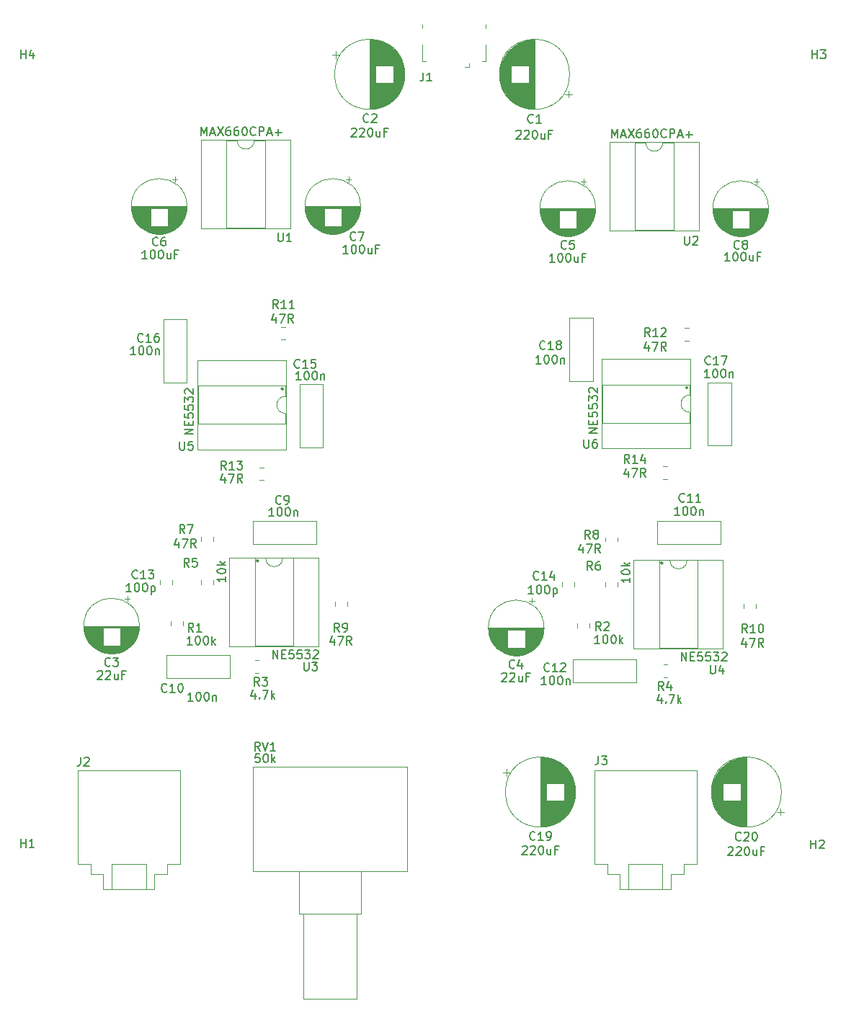
<source format=gbr>
%TF.GenerationSoftware,KiCad,Pcbnew,(6.0.7)*%
%TF.CreationDate,2022-11-04T16:53:55+01:00*%
%TF.ProjectId,headphone amp,68656164-7068-46f6-9e65-20616d702e6b,rev?*%
%TF.SameCoordinates,Original*%
%TF.FileFunction,Legend,Top*%
%TF.FilePolarity,Positive*%
%FSLAX46Y46*%
G04 Gerber Fmt 4.6, Leading zero omitted, Abs format (unit mm)*
G04 Created by KiCad (PCBNEW (6.0.7)) date 2022-11-04 16:53:55*
%MOMM*%
%LPD*%
G01*
G04 APERTURE LIST*
%ADD10C,0.150000*%
%ADD11C,0.120000*%
G04 APERTURE END LIST*
D10*
X178234634Y-113421366D02*
G75*
G03*
X178234634Y-113421366I-129634J0D01*
G01*
X133657634Y-92977000D02*
G75*
G03*
X133657634Y-92977000I-129634J0D01*
G01*
X130736634Y-113167366D02*
G75*
G03*
X130736634Y-113167366I-129634J0D01*
G01*
X181155634Y-92847366D02*
G75*
G03*
X181155634Y-92847366I-129634J0D01*
G01*
%TO.C,C19*%
X163208491Y-145912142D02*
X163160872Y-145959761D01*
X163018015Y-146007380D01*
X162922777Y-146007380D01*
X162779920Y-145959761D01*
X162684682Y-145864523D01*
X162637063Y-145769285D01*
X162589444Y-145578809D01*
X162589444Y-145435952D01*
X162637063Y-145245476D01*
X162684682Y-145150238D01*
X162779920Y-145055000D01*
X162922777Y-145007380D01*
X163018015Y-145007380D01*
X163160872Y-145055000D01*
X163208491Y-145102619D01*
X164160872Y-146007380D02*
X163589444Y-146007380D01*
X163875158Y-146007380D02*
X163875158Y-145007380D01*
X163779920Y-145150238D01*
X163684682Y-145245476D01*
X163589444Y-145293095D01*
X164637063Y-146007380D02*
X164827539Y-146007380D01*
X164922777Y-145959761D01*
X164970396Y-145912142D01*
X165065634Y-145769285D01*
X165113253Y-145578809D01*
X165113253Y-145197857D01*
X165065634Y-145102619D01*
X165018015Y-145055000D01*
X164922777Y-145007380D01*
X164732301Y-145007380D01*
X164637063Y-145055000D01*
X164589444Y-145102619D01*
X164541825Y-145197857D01*
X164541825Y-145435952D01*
X164589444Y-145531190D01*
X164637063Y-145578809D01*
X164732301Y-145626428D01*
X164922777Y-145626428D01*
X165018015Y-145578809D01*
X165065634Y-145531190D01*
X165113253Y-145435952D01*
X161732301Y-146753619D02*
X161779920Y-146706000D01*
X161875158Y-146658380D01*
X162113253Y-146658380D01*
X162208491Y-146706000D01*
X162256110Y-146753619D01*
X162303729Y-146848857D01*
X162303729Y-146944095D01*
X162256110Y-147086952D01*
X161684682Y-147658380D01*
X162303729Y-147658380D01*
X162684682Y-146753619D02*
X162732301Y-146706000D01*
X162827539Y-146658380D01*
X163065634Y-146658380D01*
X163160872Y-146706000D01*
X163208491Y-146753619D01*
X163256110Y-146848857D01*
X163256110Y-146944095D01*
X163208491Y-147086952D01*
X162637063Y-147658380D01*
X163256110Y-147658380D01*
X163875158Y-146658380D02*
X163970396Y-146658380D01*
X164065634Y-146706000D01*
X164113253Y-146753619D01*
X164160872Y-146848857D01*
X164208491Y-147039333D01*
X164208491Y-147277428D01*
X164160872Y-147467904D01*
X164113253Y-147563142D01*
X164065634Y-147610761D01*
X163970396Y-147658380D01*
X163875158Y-147658380D01*
X163779920Y-147610761D01*
X163732301Y-147563142D01*
X163684682Y-147467904D01*
X163637063Y-147277428D01*
X163637063Y-147039333D01*
X163684682Y-146848857D01*
X163732301Y-146753619D01*
X163779920Y-146706000D01*
X163875158Y-146658380D01*
X165065634Y-146991714D02*
X165065634Y-147658380D01*
X164637063Y-146991714D02*
X164637063Y-147515523D01*
X164684682Y-147610761D01*
X164779920Y-147658380D01*
X164922777Y-147658380D01*
X165018015Y-147610761D01*
X165065634Y-147563142D01*
X165875158Y-147134571D02*
X165541825Y-147134571D01*
X165541825Y-147658380D02*
X165541825Y-146658380D01*
X166018015Y-146658380D01*
%TO.C,C9*%
X133361333Y-106415142D02*
X133313714Y-106462761D01*
X133170857Y-106510380D01*
X133075619Y-106510380D01*
X132932761Y-106462761D01*
X132837523Y-106367523D01*
X132789904Y-106272285D01*
X132742285Y-106081809D01*
X132742285Y-105938952D01*
X132789904Y-105748476D01*
X132837523Y-105653238D01*
X132932761Y-105558000D01*
X133075619Y-105510380D01*
X133170857Y-105510380D01*
X133313714Y-105558000D01*
X133361333Y-105605619D01*
X133837523Y-106510380D02*
X134028000Y-106510380D01*
X134123238Y-106462761D01*
X134170857Y-106415142D01*
X134266095Y-106272285D01*
X134313714Y-106081809D01*
X134313714Y-105700857D01*
X134266095Y-105605619D01*
X134218476Y-105558000D01*
X134123238Y-105510380D01*
X133932761Y-105510380D01*
X133837523Y-105558000D01*
X133789904Y-105605619D01*
X133742285Y-105700857D01*
X133742285Y-105938952D01*
X133789904Y-106034190D01*
X133837523Y-106081809D01*
X133932761Y-106129428D01*
X134123238Y-106129428D01*
X134218476Y-106081809D01*
X134266095Y-106034190D01*
X134313714Y-105938952D01*
X132535952Y-107907380D02*
X131964523Y-107907380D01*
X132250238Y-107907380D02*
X132250238Y-106907380D01*
X132155000Y-107050238D01*
X132059761Y-107145476D01*
X131964523Y-107193095D01*
X133155000Y-106907380D02*
X133250238Y-106907380D01*
X133345476Y-106955000D01*
X133393095Y-107002619D01*
X133440714Y-107097857D01*
X133488333Y-107288333D01*
X133488333Y-107526428D01*
X133440714Y-107716904D01*
X133393095Y-107812142D01*
X133345476Y-107859761D01*
X133250238Y-107907380D01*
X133155000Y-107907380D01*
X133059761Y-107859761D01*
X133012142Y-107812142D01*
X132964523Y-107716904D01*
X132916904Y-107526428D01*
X132916904Y-107288333D01*
X132964523Y-107097857D01*
X133012142Y-107002619D01*
X133059761Y-106955000D01*
X133155000Y-106907380D01*
X134107380Y-106907380D02*
X134202619Y-106907380D01*
X134297857Y-106955000D01*
X134345476Y-107002619D01*
X134393095Y-107097857D01*
X134440714Y-107288333D01*
X134440714Y-107526428D01*
X134393095Y-107716904D01*
X134345476Y-107812142D01*
X134297857Y-107859761D01*
X134202619Y-107907380D01*
X134107380Y-107907380D01*
X134012142Y-107859761D01*
X133964523Y-107812142D01*
X133916904Y-107716904D01*
X133869285Y-107526428D01*
X133869285Y-107288333D01*
X133916904Y-107097857D01*
X133964523Y-107002619D01*
X134012142Y-106955000D01*
X134107380Y-106907380D01*
X134869285Y-107240714D02*
X134869285Y-107907380D01*
X134869285Y-107335952D02*
X134916904Y-107288333D01*
X135012142Y-107240714D01*
X135155000Y-107240714D01*
X135250238Y-107288333D01*
X135297857Y-107383571D01*
X135297857Y-107907380D01*
%TO.C,H4*%
X102794095Y-54166380D02*
X102794095Y-53166380D01*
X102794095Y-53642571D02*
X103365523Y-53642571D01*
X103365523Y-54166380D02*
X103365523Y-53166380D01*
X104270285Y-53499714D02*
X104270285Y-54166380D01*
X104032190Y-53118761D02*
X103794095Y-53833047D01*
X104413142Y-53833047D01*
%TO.C,U2*%
X180772095Y-75030380D02*
X180772095Y-75839904D01*
X180819714Y-75935142D01*
X180867333Y-75982761D01*
X180962571Y-76030380D01*
X181153047Y-76030380D01*
X181248285Y-75982761D01*
X181295904Y-75935142D01*
X181343523Y-75839904D01*
X181343523Y-75030380D01*
X181772095Y-75125619D02*
X181819714Y-75078000D01*
X181914952Y-75030380D01*
X182153047Y-75030380D01*
X182248285Y-75078000D01*
X182295904Y-75125619D01*
X182343523Y-75220857D01*
X182343523Y-75316095D01*
X182295904Y-75458952D01*
X181724476Y-76030380D01*
X182343523Y-76030380D01*
X172247714Y-63457380D02*
X172247714Y-62457380D01*
X172581047Y-63171666D01*
X172914380Y-62457380D01*
X172914380Y-63457380D01*
X173342952Y-63171666D02*
X173819142Y-63171666D01*
X173247714Y-63457380D02*
X173581047Y-62457380D01*
X173914380Y-63457380D01*
X174152476Y-62457380D02*
X174819142Y-63457380D01*
X174819142Y-62457380D02*
X174152476Y-63457380D01*
X175628666Y-62457380D02*
X175438190Y-62457380D01*
X175342952Y-62505000D01*
X175295333Y-62552619D01*
X175200095Y-62695476D01*
X175152476Y-62885952D01*
X175152476Y-63266904D01*
X175200095Y-63362142D01*
X175247714Y-63409761D01*
X175342952Y-63457380D01*
X175533428Y-63457380D01*
X175628666Y-63409761D01*
X175676285Y-63362142D01*
X175723904Y-63266904D01*
X175723904Y-63028809D01*
X175676285Y-62933571D01*
X175628666Y-62885952D01*
X175533428Y-62838333D01*
X175342952Y-62838333D01*
X175247714Y-62885952D01*
X175200095Y-62933571D01*
X175152476Y-63028809D01*
X176581047Y-62457380D02*
X176390571Y-62457380D01*
X176295333Y-62505000D01*
X176247714Y-62552619D01*
X176152476Y-62695476D01*
X176104857Y-62885952D01*
X176104857Y-63266904D01*
X176152476Y-63362142D01*
X176200095Y-63409761D01*
X176295333Y-63457380D01*
X176485809Y-63457380D01*
X176581047Y-63409761D01*
X176628666Y-63362142D01*
X176676285Y-63266904D01*
X176676285Y-63028809D01*
X176628666Y-62933571D01*
X176581047Y-62885952D01*
X176485809Y-62838333D01*
X176295333Y-62838333D01*
X176200095Y-62885952D01*
X176152476Y-62933571D01*
X176104857Y-63028809D01*
X177295333Y-62457380D02*
X177390571Y-62457380D01*
X177485809Y-62505000D01*
X177533428Y-62552619D01*
X177581047Y-62647857D01*
X177628666Y-62838333D01*
X177628666Y-63076428D01*
X177581047Y-63266904D01*
X177533428Y-63362142D01*
X177485809Y-63409761D01*
X177390571Y-63457380D01*
X177295333Y-63457380D01*
X177200095Y-63409761D01*
X177152476Y-63362142D01*
X177104857Y-63266904D01*
X177057238Y-63076428D01*
X177057238Y-62838333D01*
X177104857Y-62647857D01*
X177152476Y-62552619D01*
X177200095Y-62505000D01*
X177295333Y-62457380D01*
X178628666Y-63362142D02*
X178581047Y-63409761D01*
X178438190Y-63457380D01*
X178342952Y-63457380D01*
X178200095Y-63409761D01*
X178104857Y-63314523D01*
X178057238Y-63219285D01*
X178009619Y-63028809D01*
X178009619Y-62885952D01*
X178057238Y-62695476D01*
X178104857Y-62600238D01*
X178200095Y-62505000D01*
X178342952Y-62457380D01*
X178438190Y-62457380D01*
X178581047Y-62505000D01*
X178628666Y-62552619D01*
X179057238Y-63457380D02*
X179057238Y-62457380D01*
X179438190Y-62457380D01*
X179533428Y-62505000D01*
X179581047Y-62552619D01*
X179628666Y-62647857D01*
X179628666Y-62790714D01*
X179581047Y-62885952D01*
X179533428Y-62933571D01*
X179438190Y-62981190D01*
X179057238Y-62981190D01*
X180009619Y-63171666D02*
X180485809Y-63171666D01*
X179914380Y-63457380D02*
X180247714Y-62457380D01*
X180581047Y-63457380D01*
X180914380Y-63076428D02*
X181676285Y-63076428D01*
X181295333Y-63457380D02*
X181295333Y-62695476D01*
%TO.C,H3*%
X195778095Y-54166380D02*
X195778095Y-53166380D01*
X195778095Y-53642571D02*
X196349523Y-53642571D01*
X196349523Y-54166380D02*
X196349523Y-53166380D01*
X196730476Y-53166380D02*
X197349523Y-53166380D01*
X197016190Y-53547333D01*
X197159047Y-53547333D01*
X197254285Y-53594952D01*
X197301904Y-53642571D01*
X197349523Y-53737809D01*
X197349523Y-53975904D01*
X197301904Y-54071142D01*
X197254285Y-54118761D01*
X197159047Y-54166380D01*
X196873333Y-54166380D01*
X196778095Y-54118761D01*
X196730476Y-54071142D01*
%TO.C,H2*%
X195631095Y-146967380D02*
X195631095Y-145967380D01*
X195631095Y-146443571D02*
X196202523Y-146443571D01*
X196202523Y-146967380D02*
X196202523Y-145967380D01*
X196631095Y-146062619D02*
X196678714Y-146015000D01*
X196773952Y-145967380D01*
X197012047Y-145967380D01*
X197107285Y-146015000D01*
X197154904Y-146062619D01*
X197202523Y-146157857D01*
X197202523Y-146253095D01*
X197154904Y-146395952D01*
X196583476Y-146967380D01*
X197202523Y-146967380D01*
%TO.C,R4*%
X178319333Y-128354380D02*
X177986000Y-127878190D01*
X177747904Y-128354380D02*
X177747904Y-127354380D01*
X178128857Y-127354380D01*
X178224095Y-127402000D01*
X178271714Y-127449619D01*
X178319333Y-127544857D01*
X178319333Y-127687714D01*
X178271714Y-127782952D01*
X178224095Y-127830571D01*
X178128857Y-127878190D01*
X177747904Y-127878190D01*
X179176476Y-127687714D02*
X179176476Y-128354380D01*
X178938380Y-127306761D02*
X178700285Y-128021047D01*
X179319333Y-128021047D01*
X178065428Y-129211714D02*
X178065428Y-129878380D01*
X177827333Y-128830761D02*
X177589238Y-129545047D01*
X178208285Y-129545047D01*
X178589238Y-129783142D02*
X178636857Y-129830761D01*
X178589238Y-129878380D01*
X178541619Y-129830761D01*
X178589238Y-129783142D01*
X178589238Y-129878380D01*
X178970190Y-128878380D02*
X179636857Y-128878380D01*
X179208285Y-129878380D01*
X180017809Y-129878380D02*
X180017809Y-128878380D01*
X180113047Y-129497428D02*
X180398761Y-129878380D01*
X180398761Y-129211714D02*
X180017809Y-129592666D01*
%TO.C,U1*%
X133020095Y-74649380D02*
X133020095Y-75458904D01*
X133067714Y-75554142D01*
X133115333Y-75601761D01*
X133210571Y-75649380D01*
X133401047Y-75649380D01*
X133496285Y-75601761D01*
X133543904Y-75554142D01*
X133591523Y-75458904D01*
X133591523Y-74649380D01*
X134591523Y-75649380D02*
X134020095Y-75649380D01*
X134305809Y-75649380D02*
X134305809Y-74649380D01*
X134210571Y-74792238D01*
X134115333Y-74887476D01*
X134020095Y-74935095D01*
X123987714Y-63203380D02*
X123987714Y-62203380D01*
X124321047Y-62917666D01*
X124654380Y-62203380D01*
X124654380Y-63203380D01*
X125082952Y-62917666D02*
X125559142Y-62917666D01*
X124987714Y-63203380D02*
X125321047Y-62203380D01*
X125654380Y-63203380D01*
X125892476Y-62203380D02*
X126559142Y-63203380D01*
X126559142Y-62203380D02*
X125892476Y-63203380D01*
X127368666Y-62203380D02*
X127178190Y-62203380D01*
X127082952Y-62251000D01*
X127035333Y-62298619D01*
X126940095Y-62441476D01*
X126892476Y-62631952D01*
X126892476Y-63012904D01*
X126940095Y-63108142D01*
X126987714Y-63155761D01*
X127082952Y-63203380D01*
X127273428Y-63203380D01*
X127368666Y-63155761D01*
X127416285Y-63108142D01*
X127463904Y-63012904D01*
X127463904Y-62774809D01*
X127416285Y-62679571D01*
X127368666Y-62631952D01*
X127273428Y-62584333D01*
X127082952Y-62584333D01*
X126987714Y-62631952D01*
X126940095Y-62679571D01*
X126892476Y-62774809D01*
X128321047Y-62203380D02*
X128130571Y-62203380D01*
X128035333Y-62251000D01*
X127987714Y-62298619D01*
X127892476Y-62441476D01*
X127844857Y-62631952D01*
X127844857Y-63012904D01*
X127892476Y-63108142D01*
X127940095Y-63155761D01*
X128035333Y-63203380D01*
X128225809Y-63203380D01*
X128321047Y-63155761D01*
X128368666Y-63108142D01*
X128416285Y-63012904D01*
X128416285Y-62774809D01*
X128368666Y-62679571D01*
X128321047Y-62631952D01*
X128225809Y-62584333D01*
X128035333Y-62584333D01*
X127940095Y-62631952D01*
X127892476Y-62679571D01*
X127844857Y-62774809D01*
X129035333Y-62203380D02*
X129130571Y-62203380D01*
X129225809Y-62251000D01*
X129273428Y-62298619D01*
X129321047Y-62393857D01*
X129368666Y-62584333D01*
X129368666Y-62822428D01*
X129321047Y-63012904D01*
X129273428Y-63108142D01*
X129225809Y-63155761D01*
X129130571Y-63203380D01*
X129035333Y-63203380D01*
X128940095Y-63155761D01*
X128892476Y-63108142D01*
X128844857Y-63012904D01*
X128797238Y-62822428D01*
X128797238Y-62584333D01*
X128844857Y-62393857D01*
X128892476Y-62298619D01*
X128940095Y-62251000D01*
X129035333Y-62203380D01*
X130368666Y-63108142D02*
X130321047Y-63155761D01*
X130178190Y-63203380D01*
X130082952Y-63203380D01*
X129940095Y-63155761D01*
X129844857Y-63060523D01*
X129797238Y-62965285D01*
X129749619Y-62774809D01*
X129749619Y-62631952D01*
X129797238Y-62441476D01*
X129844857Y-62346238D01*
X129940095Y-62251000D01*
X130082952Y-62203380D01*
X130178190Y-62203380D01*
X130321047Y-62251000D01*
X130368666Y-62298619D01*
X130797238Y-63203380D02*
X130797238Y-62203380D01*
X131178190Y-62203380D01*
X131273428Y-62251000D01*
X131321047Y-62298619D01*
X131368666Y-62393857D01*
X131368666Y-62536714D01*
X131321047Y-62631952D01*
X131273428Y-62679571D01*
X131178190Y-62727190D01*
X130797238Y-62727190D01*
X131749619Y-62917666D02*
X132225809Y-62917666D01*
X131654380Y-63203380D02*
X131987714Y-62203380D01*
X132321047Y-63203380D01*
X132654380Y-62822428D02*
X133416285Y-62822428D01*
X133035333Y-63203380D02*
X133035333Y-62441476D01*
%TO.C,C10*%
X119931142Y-128513142D02*
X119883523Y-128560761D01*
X119740666Y-128608380D01*
X119645428Y-128608380D01*
X119502571Y-128560761D01*
X119407333Y-128465523D01*
X119359714Y-128370285D01*
X119312095Y-128179809D01*
X119312095Y-128036952D01*
X119359714Y-127846476D01*
X119407333Y-127751238D01*
X119502571Y-127656000D01*
X119645428Y-127608380D01*
X119740666Y-127608380D01*
X119883523Y-127656000D01*
X119931142Y-127703619D01*
X120883523Y-128608380D02*
X120312095Y-128608380D01*
X120597809Y-128608380D02*
X120597809Y-127608380D01*
X120502571Y-127751238D01*
X120407333Y-127846476D01*
X120312095Y-127894095D01*
X121502571Y-127608380D02*
X121597809Y-127608380D01*
X121693047Y-127656000D01*
X121740666Y-127703619D01*
X121788285Y-127798857D01*
X121835904Y-127989333D01*
X121835904Y-128227428D01*
X121788285Y-128417904D01*
X121740666Y-128513142D01*
X121693047Y-128560761D01*
X121597809Y-128608380D01*
X121502571Y-128608380D01*
X121407333Y-128560761D01*
X121359714Y-128513142D01*
X121312095Y-128417904D01*
X121264476Y-128227428D01*
X121264476Y-127989333D01*
X121312095Y-127798857D01*
X121359714Y-127703619D01*
X121407333Y-127656000D01*
X121502571Y-127608380D01*
X123010952Y-129624380D02*
X122439523Y-129624380D01*
X122725238Y-129624380D02*
X122725238Y-128624380D01*
X122630000Y-128767238D01*
X122534761Y-128862476D01*
X122439523Y-128910095D01*
X123630000Y-128624380D02*
X123725238Y-128624380D01*
X123820476Y-128672000D01*
X123868095Y-128719619D01*
X123915714Y-128814857D01*
X123963333Y-129005333D01*
X123963333Y-129243428D01*
X123915714Y-129433904D01*
X123868095Y-129529142D01*
X123820476Y-129576761D01*
X123725238Y-129624380D01*
X123630000Y-129624380D01*
X123534761Y-129576761D01*
X123487142Y-129529142D01*
X123439523Y-129433904D01*
X123391904Y-129243428D01*
X123391904Y-129005333D01*
X123439523Y-128814857D01*
X123487142Y-128719619D01*
X123534761Y-128672000D01*
X123630000Y-128624380D01*
X124582380Y-128624380D02*
X124677619Y-128624380D01*
X124772857Y-128672000D01*
X124820476Y-128719619D01*
X124868095Y-128814857D01*
X124915714Y-129005333D01*
X124915714Y-129243428D01*
X124868095Y-129433904D01*
X124820476Y-129529142D01*
X124772857Y-129576761D01*
X124677619Y-129624380D01*
X124582380Y-129624380D01*
X124487142Y-129576761D01*
X124439523Y-129529142D01*
X124391904Y-129433904D01*
X124344285Y-129243428D01*
X124344285Y-129005333D01*
X124391904Y-128814857D01*
X124439523Y-128719619D01*
X124487142Y-128672000D01*
X124582380Y-128624380D01*
X125344285Y-128957714D02*
X125344285Y-129624380D01*
X125344285Y-129052952D02*
X125391904Y-129005333D01*
X125487142Y-128957714D01*
X125630000Y-128957714D01*
X125725238Y-129005333D01*
X125772857Y-129100571D01*
X125772857Y-129624380D01*
%TO.C,R13*%
X126916142Y-102446380D02*
X126582809Y-101970190D01*
X126344714Y-102446380D02*
X126344714Y-101446380D01*
X126725666Y-101446380D01*
X126820904Y-101494000D01*
X126868523Y-101541619D01*
X126916142Y-101636857D01*
X126916142Y-101779714D01*
X126868523Y-101874952D01*
X126820904Y-101922571D01*
X126725666Y-101970190D01*
X126344714Y-101970190D01*
X127868523Y-102446380D02*
X127297095Y-102446380D01*
X127582809Y-102446380D02*
X127582809Y-101446380D01*
X127487571Y-101589238D01*
X127392333Y-101684476D01*
X127297095Y-101732095D01*
X128201857Y-101446380D02*
X128820904Y-101446380D01*
X128487571Y-101827333D01*
X128630428Y-101827333D01*
X128725666Y-101874952D01*
X128773285Y-101922571D01*
X128820904Y-102017809D01*
X128820904Y-102255904D01*
X128773285Y-102351142D01*
X128725666Y-102398761D01*
X128630428Y-102446380D01*
X128344714Y-102446380D01*
X128249476Y-102398761D01*
X128201857Y-102351142D01*
X126773285Y-103303714D02*
X126773285Y-103970380D01*
X126535190Y-102922761D02*
X126297095Y-103637047D01*
X126916142Y-103637047D01*
X127201857Y-102970380D02*
X127868523Y-102970380D01*
X127439952Y-103970380D01*
X128820904Y-103970380D02*
X128487571Y-103494190D01*
X128249476Y-103970380D02*
X128249476Y-102970380D01*
X128630428Y-102970380D01*
X128725666Y-103018000D01*
X128773285Y-103065619D01*
X128820904Y-103160857D01*
X128820904Y-103303714D01*
X128773285Y-103398952D01*
X128725666Y-103446571D01*
X128630428Y-103494190D01*
X128249476Y-103494190D01*
%TO.C,C11*%
X180764142Y-106161142D02*
X180716523Y-106208761D01*
X180573666Y-106256380D01*
X180478428Y-106256380D01*
X180335571Y-106208761D01*
X180240333Y-106113523D01*
X180192714Y-106018285D01*
X180145095Y-105827809D01*
X180145095Y-105684952D01*
X180192714Y-105494476D01*
X180240333Y-105399238D01*
X180335571Y-105304000D01*
X180478428Y-105256380D01*
X180573666Y-105256380D01*
X180716523Y-105304000D01*
X180764142Y-105351619D01*
X181716523Y-106256380D02*
X181145095Y-106256380D01*
X181430809Y-106256380D02*
X181430809Y-105256380D01*
X181335571Y-105399238D01*
X181240333Y-105494476D01*
X181145095Y-105542095D01*
X182668904Y-106256380D02*
X182097476Y-106256380D01*
X182383190Y-106256380D02*
X182383190Y-105256380D01*
X182287952Y-105399238D01*
X182192714Y-105494476D01*
X182097476Y-105542095D01*
X180202952Y-107810380D02*
X179631523Y-107810380D01*
X179917238Y-107810380D02*
X179917238Y-106810380D01*
X179822000Y-106953238D01*
X179726761Y-107048476D01*
X179631523Y-107096095D01*
X180822000Y-106810380D02*
X180917238Y-106810380D01*
X181012476Y-106858000D01*
X181060095Y-106905619D01*
X181107714Y-107000857D01*
X181155333Y-107191333D01*
X181155333Y-107429428D01*
X181107714Y-107619904D01*
X181060095Y-107715142D01*
X181012476Y-107762761D01*
X180917238Y-107810380D01*
X180822000Y-107810380D01*
X180726761Y-107762761D01*
X180679142Y-107715142D01*
X180631523Y-107619904D01*
X180583904Y-107429428D01*
X180583904Y-107191333D01*
X180631523Y-107000857D01*
X180679142Y-106905619D01*
X180726761Y-106858000D01*
X180822000Y-106810380D01*
X181774380Y-106810380D02*
X181869619Y-106810380D01*
X181964857Y-106858000D01*
X182012476Y-106905619D01*
X182060095Y-107000857D01*
X182107714Y-107191333D01*
X182107714Y-107429428D01*
X182060095Y-107619904D01*
X182012476Y-107715142D01*
X181964857Y-107762761D01*
X181869619Y-107810380D01*
X181774380Y-107810380D01*
X181679142Y-107762761D01*
X181631523Y-107715142D01*
X181583904Y-107619904D01*
X181536285Y-107429428D01*
X181536285Y-107191333D01*
X181583904Y-107000857D01*
X181631523Y-106905619D01*
X181679142Y-106858000D01*
X181774380Y-106810380D01*
X182536285Y-107143714D02*
X182536285Y-107810380D01*
X182536285Y-107238952D02*
X182583904Y-107191333D01*
X182679142Y-107143714D01*
X182822000Y-107143714D01*
X182917238Y-107191333D01*
X182964857Y-107286571D01*
X182964857Y-107810380D01*
%TO.C,C15*%
X135552142Y-90413142D02*
X135504523Y-90460761D01*
X135361666Y-90508380D01*
X135266428Y-90508380D01*
X135123571Y-90460761D01*
X135028333Y-90365523D01*
X134980714Y-90270285D01*
X134933095Y-90079809D01*
X134933095Y-89936952D01*
X134980714Y-89746476D01*
X135028333Y-89651238D01*
X135123571Y-89556000D01*
X135266428Y-89508380D01*
X135361666Y-89508380D01*
X135504523Y-89556000D01*
X135552142Y-89603619D01*
X136504523Y-90508380D02*
X135933095Y-90508380D01*
X136218809Y-90508380D02*
X136218809Y-89508380D01*
X136123571Y-89651238D01*
X136028333Y-89746476D01*
X135933095Y-89794095D01*
X137409285Y-89508380D02*
X136933095Y-89508380D01*
X136885476Y-89984571D01*
X136933095Y-89936952D01*
X137028333Y-89889333D01*
X137266428Y-89889333D01*
X137361666Y-89936952D01*
X137409285Y-89984571D01*
X137456904Y-90079809D01*
X137456904Y-90317904D01*
X137409285Y-90413142D01*
X137361666Y-90460761D01*
X137266428Y-90508380D01*
X137028333Y-90508380D01*
X136933095Y-90460761D01*
X136885476Y-90413142D01*
X135710952Y-91905380D02*
X135139523Y-91905380D01*
X135425238Y-91905380D02*
X135425238Y-90905380D01*
X135330000Y-91048238D01*
X135234761Y-91143476D01*
X135139523Y-91191095D01*
X136330000Y-90905380D02*
X136425238Y-90905380D01*
X136520476Y-90953000D01*
X136568095Y-91000619D01*
X136615714Y-91095857D01*
X136663333Y-91286333D01*
X136663333Y-91524428D01*
X136615714Y-91714904D01*
X136568095Y-91810142D01*
X136520476Y-91857761D01*
X136425238Y-91905380D01*
X136330000Y-91905380D01*
X136234761Y-91857761D01*
X136187142Y-91810142D01*
X136139523Y-91714904D01*
X136091904Y-91524428D01*
X136091904Y-91286333D01*
X136139523Y-91095857D01*
X136187142Y-91000619D01*
X136234761Y-90953000D01*
X136330000Y-90905380D01*
X137282380Y-90905380D02*
X137377619Y-90905380D01*
X137472857Y-90953000D01*
X137520476Y-91000619D01*
X137568095Y-91095857D01*
X137615714Y-91286333D01*
X137615714Y-91524428D01*
X137568095Y-91714904D01*
X137520476Y-91810142D01*
X137472857Y-91857761D01*
X137377619Y-91905380D01*
X137282380Y-91905380D01*
X137187142Y-91857761D01*
X137139523Y-91810142D01*
X137091904Y-91714904D01*
X137044285Y-91524428D01*
X137044285Y-91286333D01*
X137091904Y-91095857D01*
X137139523Y-91000619D01*
X137187142Y-90953000D01*
X137282380Y-90905380D01*
X138044285Y-91238714D02*
X138044285Y-91905380D01*
X138044285Y-91333952D02*
X138091904Y-91286333D01*
X138187142Y-91238714D01*
X138330000Y-91238714D01*
X138425238Y-91286333D01*
X138472857Y-91381571D01*
X138472857Y-91905380D01*
%TO.C,R3*%
X130821333Y-127846380D02*
X130488000Y-127370190D01*
X130249904Y-127846380D02*
X130249904Y-126846380D01*
X130630857Y-126846380D01*
X130726095Y-126894000D01*
X130773714Y-126941619D01*
X130821333Y-127036857D01*
X130821333Y-127179714D01*
X130773714Y-127274952D01*
X130726095Y-127322571D01*
X130630857Y-127370190D01*
X130249904Y-127370190D01*
X131154666Y-126846380D02*
X131773714Y-126846380D01*
X131440380Y-127227333D01*
X131583238Y-127227333D01*
X131678476Y-127274952D01*
X131726095Y-127322571D01*
X131773714Y-127417809D01*
X131773714Y-127655904D01*
X131726095Y-127751142D01*
X131678476Y-127798761D01*
X131583238Y-127846380D01*
X131297523Y-127846380D01*
X131202285Y-127798761D01*
X131154666Y-127751142D01*
X130313428Y-128703714D02*
X130313428Y-129370380D01*
X130075333Y-128322761D02*
X129837238Y-129037047D01*
X130456285Y-129037047D01*
X130837238Y-129275142D02*
X130884857Y-129322761D01*
X130837238Y-129370380D01*
X130789619Y-129322761D01*
X130837238Y-129275142D01*
X130837238Y-129370380D01*
X131218190Y-128370380D02*
X131884857Y-128370380D01*
X131456285Y-129370380D01*
X132265809Y-129370380D02*
X132265809Y-128370380D01*
X132361047Y-128989428D02*
X132646761Y-129370380D01*
X132646761Y-128703714D02*
X132265809Y-129084666D01*
%TO.C,R9*%
X140219333Y-121496380D02*
X139886000Y-121020190D01*
X139647904Y-121496380D02*
X139647904Y-120496380D01*
X140028857Y-120496380D01*
X140124095Y-120544000D01*
X140171714Y-120591619D01*
X140219333Y-120686857D01*
X140219333Y-120829714D01*
X140171714Y-120924952D01*
X140124095Y-120972571D01*
X140028857Y-121020190D01*
X139647904Y-121020190D01*
X140695523Y-121496380D02*
X140886000Y-121496380D01*
X140981238Y-121448761D01*
X141028857Y-121401142D01*
X141124095Y-121258285D01*
X141171714Y-121067809D01*
X141171714Y-120686857D01*
X141124095Y-120591619D01*
X141076476Y-120544000D01*
X140981238Y-120496380D01*
X140790761Y-120496380D01*
X140695523Y-120544000D01*
X140647904Y-120591619D01*
X140600285Y-120686857D01*
X140600285Y-120924952D01*
X140647904Y-121020190D01*
X140695523Y-121067809D01*
X140790761Y-121115428D01*
X140981238Y-121115428D01*
X141076476Y-121067809D01*
X141124095Y-121020190D01*
X141171714Y-120924952D01*
X139600285Y-122353714D02*
X139600285Y-123020380D01*
X139362190Y-121972761D02*
X139124095Y-122687047D01*
X139743142Y-122687047D01*
X140028857Y-122020380D02*
X140695523Y-122020380D01*
X140266952Y-123020380D01*
X141647904Y-123020380D02*
X141314571Y-122544190D01*
X141076476Y-123020380D02*
X141076476Y-122020380D01*
X141457428Y-122020380D01*
X141552666Y-122068000D01*
X141600285Y-122115619D01*
X141647904Y-122210857D01*
X141647904Y-122353714D01*
X141600285Y-122448952D01*
X141552666Y-122496571D01*
X141457428Y-122544190D01*
X141076476Y-122544190D01*
%TO.C,U6*%
X168961095Y-98906380D02*
X168961095Y-99715904D01*
X169008714Y-99811142D01*
X169056333Y-99858761D01*
X169151571Y-99906380D01*
X169342047Y-99906380D01*
X169437285Y-99858761D01*
X169484904Y-99811142D01*
X169532523Y-99715904D01*
X169532523Y-98906380D01*
X170437285Y-98906380D02*
X170246809Y-98906380D01*
X170151571Y-98954000D01*
X170103952Y-99001619D01*
X170008714Y-99144476D01*
X169961095Y-99334952D01*
X169961095Y-99715904D01*
X170008714Y-99811142D01*
X170056333Y-99858761D01*
X170151571Y-99906380D01*
X170342047Y-99906380D01*
X170437285Y-99858761D01*
X170484904Y-99811142D01*
X170532523Y-99715904D01*
X170532523Y-99477809D01*
X170484904Y-99382571D01*
X170437285Y-99334952D01*
X170342047Y-99287333D01*
X170151571Y-99287333D01*
X170056333Y-99334952D01*
X170008714Y-99382571D01*
X169961095Y-99477809D01*
X170544380Y-98159857D02*
X169544380Y-98159857D01*
X170544380Y-97588428D01*
X169544380Y-97588428D01*
X170020571Y-97112238D02*
X170020571Y-96778904D01*
X170544380Y-96636047D02*
X170544380Y-97112238D01*
X169544380Y-97112238D01*
X169544380Y-96636047D01*
X169544380Y-95731285D02*
X169544380Y-96207476D01*
X170020571Y-96255095D01*
X169972952Y-96207476D01*
X169925333Y-96112238D01*
X169925333Y-95874142D01*
X169972952Y-95778904D01*
X170020571Y-95731285D01*
X170115809Y-95683666D01*
X170353904Y-95683666D01*
X170449142Y-95731285D01*
X170496761Y-95778904D01*
X170544380Y-95874142D01*
X170544380Y-96112238D01*
X170496761Y-96207476D01*
X170449142Y-96255095D01*
X169544380Y-94778904D02*
X169544380Y-95255095D01*
X170020571Y-95302714D01*
X169972952Y-95255095D01*
X169925333Y-95159857D01*
X169925333Y-94921761D01*
X169972952Y-94826523D01*
X170020571Y-94778904D01*
X170115809Y-94731285D01*
X170353904Y-94731285D01*
X170449142Y-94778904D01*
X170496761Y-94826523D01*
X170544380Y-94921761D01*
X170544380Y-95159857D01*
X170496761Y-95255095D01*
X170449142Y-95302714D01*
X169544380Y-94397952D02*
X169544380Y-93778904D01*
X169925333Y-94112238D01*
X169925333Y-93969380D01*
X169972952Y-93874142D01*
X170020571Y-93826523D01*
X170115809Y-93778904D01*
X170353904Y-93778904D01*
X170449142Y-93826523D01*
X170496761Y-93874142D01*
X170544380Y-93969380D01*
X170544380Y-94255095D01*
X170496761Y-94350333D01*
X170449142Y-94397952D01*
X169639619Y-93397952D02*
X169592000Y-93350333D01*
X169544380Y-93255095D01*
X169544380Y-93017000D01*
X169592000Y-92921761D01*
X169639619Y-92874142D01*
X169734857Y-92826523D01*
X169830095Y-92826523D01*
X169972952Y-92874142D01*
X170544380Y-93445571D01*
X170544380Y-92826523D01*
%TO.C,R7*%
X122058333Y-109939380D02*
X121725000Y-109463190D01*
X121486904Y-109939380D02*
X121486904Y-108939380D01*
X121867857Y-108939380D01*
X121963095Y-108987000D01*
X122010714Y-109034619D01*
X122058333Y-109129857D01*
X122058333Y-109272714D01*
X122010714Y-109367952D01*
X121963095Y-109415571D01*
X121867857Y-109463190D01*
X121486904Y-109463190D01*
X122391666Y-108939380D02*
X123058333Y-108939380D01*
X122629761Y-109939380D01*
X121312285Y-110923714D02*
X121312285Y-111590380D01*
X121074190Y-110542761D02*
X120836095Y-111257047D01*
X121455142Y-111257047D01*
X121740857Y-110590380D02*
X122407523Y-110590380D01*
X121978952Y-111590380D01*
X123359904Y-111590380D02*
X123026571Y-111114190D01*
X122788476Y-111590380D02*
X122788476Y-110590380D01*
X123169428Y-110590380D01*
X123264666Y-110638000D01*
X123312285Y-110685619D01*
X123359904Y-110780857D01*
X123359904Y-110923714D01*
X123312285Y-111018952D01*
X123264666Y-111066571D01*
X123169428Y-111114190D01*
X122788476Y-111114190D01*
%TO.C,J1*%
X150085666Y-55798380D02*
X150085666Y-56512666D01*
X150038047Y-56655523D01*
X149942809Y-56750761D01*
X149799952Y-56798380D01*
X149704714Y-56798380D01*
X151085666Y-56798380D02*
X150514238Y-56798380D01*
X150799952Y-56798380D02*
X150799952Y-55798380D01*
X150704714Y-55941238D01*
X150609476Y-56036476D01*
X150514238Y-56084095D01*
%TO.C,J2*%
X109826666Y-136244380D02*
X109826666Y-136958666D01*
X109779047Y-137101523D01*
X109683809Y-137196761D01*
X109540952Y-137244380D01*
X109445714Y-137244380D01*
X110255238Y-136339619D02*
X110302857Y-136292000D01*
X110398095Y-136244380D01*
X110636190Y-136244380D01*
X110731428Y-136292000D01*
X110779047Y-136339619D01*
X110826666Y-136434857D01*
X110826666Y-136530095D01*
X110779047Y-136672952D01*
X110207619Y-137244380D01*
X110826666Y-137244380D01*
%TO.C,R2*%
X170953333Y-121369380D02*
X170620000Y-120893190D01*
X170381904Y-121369380D02*
X170381904Y-120369380D01*
X170762857Y-120369380D01*
X170858095Y-120417000D01*
X170905714Y-120464619D01*
X170953333Y-120559857D01*
X170953333Y-120702714D01*
X170905714Y-120797952D01*
X170858095Y-120845571D01*
X170762857Y-120893190D01*
X170381904Y-120893190D01*
X171334285Y-120464619D02*
X171381904Y-120417000D01*
X171477142Y-120369380D01*
X171715238Y-120369380D01*
X171810476Y-120417000D01*
X171858095Y-120464619D01*
X171905714Y-120559857D01*
X171905714Y-120655095D01*
X171858095Y-120797952D01*
X171286666Y-121369380D01*
X171905714Y-121369380D01*
X170810571Y-122893380D02*
X170239142Y-122893380D01*
X170524857Y-122893380D02*
X170524857Y-121893380D01*
X170429619Y-122036238D01*
X170334380Y-122131476D01*
X170239142Y-122179095D01*
X171429619Y-121893380D02*
X171524857Y-121893380D01*
X171620095Y-121941000D01*
X171667714Y-121988619D01*
X171715333Y-122083857D01*
X171762952Y-122274333D01*
X171762952Y-122512428D01*
X171715333Y-122702904D01*
X171667714Y-122798142D01*
X171620095Y-122845761D01*
X171524857Y-122893380D01*
X171429619Y-122893380D01*
X171334380Y-122845761D01*
X171286761Y-122798142D01*
X171239142Y-122702904D01*
X171191523Y-122512428D01*
X171191523Y-122274333D01*
X171239142Y-122083857D01*
X171286761Y-121988619D01*
X171334380Y-121941000D01*
X171429619Y-121893380D01*
X172382000Y-121893380D02*
X172477238Y-121893380D01*
X172572476Y-121941000D01*
X172620095Y-121988619D01*
X172667714Y-122083857D01*
X172715333Y-122274333D01*
X172715333Y-122512428D01*
X172667714Y-122702904D01*
X172620095Y-122798142D01*
X172572476Y-122845761D01*
X172477238Y-122893380D01*
X172382000Y-122893380D01*
X172286761Y-122845761D01*
X172239142Y-122798142D01*
X172191523Y-122702904D01*
X172143904Y-122512428D01*
X172143904Y-122274333D01*
X172191523Y-122083857D01*
X172239142Y-121988619D01*
X172286761Y-121941000D01*
X172382000Y-121893380D01*
X173143904Y-122893380D02*
X173143904Y-121893380D01*
X173239142Y-122512428D02*
X173524857Y-122893380D01*
X173524857Y-122226714D02*
X173143904Y-122607666D01*
%TO.C,R1*%
X123074333Y-121496380D02*
X122741000Y-121020190D01*
X122502904Y-121496380D02*
X122502904Y-120496380D01*
X122883857Y-120496380D01*
X122979095Y-120544000D01*
X123026714Y-120591619D01*
X123074333Y-120686857D01*
X123074333Y-120829714D01*
X123026714Y-120924952D01*
X122979095Y-120972571D01*
X122883857Y-121020190D01*
X122502904Y-121020190D01*
X124026714Y-121496380D02*
X123455285Y-121496380D01*
X123741000Y-121496380D02*
X123741000Y-120496380D01*
X123645761Y-120639238D01*
X123550523Y-120734476D01*
X123455285Y-120782095D01*
X122931571Y-123020380D02*
X122360142Y-123020380D01*
X122645857Y-123020380D02*
X122645857Y-122020380D01*
X122550619Y-122163238D01*
X122455380Y-122258476D01*
X122360142Y-122306095D01*
X123550619Y-122020380D02*
X123645857Y-122020380D01*
X123741095Y-122068000D01*
X123788714Y-122115619D01*
X123836333Y-122210857D01*
X123883952Y-122401333D01*
X123883952Y-122639428D01*
X123836333Y-122829904D01*
X123788714Y-122925142D01*
X123741095Y-122972761D01*
X123645857Y-123020380D01*
X123550619Y-123020380D01*
X123455380Y-122972761D01*
X123407761Y-122925142D01*
X123360142Y-122829904D01*
X123312523Y-122639428D01*
X123312523Y-122401333D01*
X123360142Y-122210857D01*
X123407761Y-122115619D01*
X123455380Y-122068000D01*
X123550619Y-122020380D01*
X124503000Y-122020380D02*
X124598238Y-122020380D01*
X124693476Y-122068000D01*
X124741095Y-122115619D01*
X124788714Y-122210857D01*
X124836333Y-122401333D01*
X124836333Y-122639428D01*
X124788714Y-122829904D01*
X124741095Y-122925142D01*
X124693476Y-122972761D01*
X124598238Y-123020380D01*
X124503000Y-123020380D01*
X124407761Y-122972761D01*
X124360142Y-122925142D01*
X124312523Y-122829904D01*
X124264904Y-122639428D01*
X124264904Y-122401333D01*
X124312523Y-122210857D01*
X124360142Y-122115619D01*
X124407761Y-122068000D01*
X124503000Y-122020380D01*
X125264904Y-123020380D02*
X125264904Y-122020380D01*
X125360142Y-122639428D02*
X125645857Y-123020380D01*
X125645857Y-122353714D02*
X125264904Y-122734666D01*
%TO.C,C12*%
X164889142Y-126100142D02*
X164841523Y-126147761D01*
X164698666Y-126195380D01*
X164603428Y-126195380D01*
X164460571Y-126147761D01*
X164365333Y-126052523D01*
X164317714Y-125957285D01*
X164270095Y-125766809D01*
X164270095Y-125623952D01*
X164317714Y-125433476D01*
X164365333Y-125338238D01*
X164460571Y-125243000D01*
X164603428Y-125195380D01*
X164698666Y-125195380D01*
X164841523Y-125243000D01*
X164889142Y-125290619D01*
X165841523Y-126195380D02*
X165270095Y-126195380D01*
X165555809Y-126195380D02*
X165555809Y-125195380D01*
X165460571Y-125338238D01*
X165365333Y-125433476D01*
X165270095Y-125481095D01*
X166222476Y-125290619D02*
X166270095Y-125243000D01*
X166365333Y-125195380D01*
X166603428Y-125195380D01*
X166698666Y-125243000D01*
X166746285Y-125290619D01*
X166793904Y-125385857D01*
X166793904Y-125481095D01*
X166746285Y-125623952D01*
X166174857Y-126195380D01*
X166793904Y-126195380D01*
X164539952Y-127719380D02*
X163968523Y-127719380D01*
X164254238Y-127719380D02*
X164254238Y-126719380D01*
X164159000Y-126862238D01*
X164063761Y-126957476D01*
X163968523Y-127005095D01*
X165159000Y-126719380D02*
X165254238Y-126719380D01*
X165349476Y-126767000D01*
X165397095Y-126814619D01*
X165444714Y-126909857D01*
X165492333Y-127100333D01*
X165492333Y-127338428D01*
X165444714Y-127528904D01*
X165397095Y-127624142D01*
X165349476Y-127671761D01*
X165254238Y-127719380D01*
X165159000Y-127719380D01*
X165063761Y-127671761D01*
X165016142Y-127624142D01*
X164968523Y-127528904D01*
X164920904Y-127338428D01*
X164920904Y-127100333D01*
X164968523Y-126909857D01*
X165016142Y-126814619D01*
X165063761Y-126767000D01*
X165159000Y-126719380D01*
X166111380Y-126719380D02*
X166206619Y-126719380D01*
X166301857Y-126767000D01*
X166349476Y-126814619D01*
X166397095Y-126909857D01*
X166444714Y-127100333D01*
X166444714Y-127338428D01*
X166397095Y-127528904D01*
X166349476Y-127624142D01*
X166301857Y-127671761D01*
X166206619Y-127719380D01*
X166111380Y-127719380D01*
X166016142Y-127671761D01*
X165968523Y-127624142D01*
X165920904Y-127528904D01*
X165873285Y-127338428D01*
X165873285Y-127100333D01*
X165920904Y-126909857D01*
X165968523Y-126814619D01*
X166016142Y-126767000D01*
X166111380Y-126719380D01*
X166873285Y-127052714D02*
X166873285Y-127719380D01*
X166873285Y-127147952D02*
X166920904Y-127100333D01*
X167016142Y-127052714D01*
X167159000Y-127052714D01*
X167254238Y-127100333D01*
X167301857Y-127195571D01*
X167301857Y-127719380D01*
%TO.C,U4*%
X183820095Y-125449380D02*
X183820095Y-126258904D01*
X183867714Y-126354142D01*
X183915333Y-126401761D01*
X184010571Y-126449380D01*
X184201047Y-126449380D01*
X184296285Y-126401761D01*
X184343904Y-126354142D01*
X184391523Y-126258904D01*
X184391523Y-125449380D01*
X185296285Y-125782714D02*
X185296285Y-126449380D01*
X185058190Y-125401761D02*
X184820095Y-126116047D01*
X185439142Y-126116047D01*
X180415142Y-124925380D02*
X180415142Y-123925380D01*
X180986571Y-124925380D01*
X180986571Y-123925380D01*
X181462761Y-124401571D02*
X181796095Y-124401571D01*
X181938952Y-124925380D02*
X181462761Y-124925380D01*
X181462761Y-123925380D01*
X181938952Y-123925380D01*
X182843714Y-123925380D02*
X182367523Y-123925380D01*
X182319904Y-124401571D01*
X182367523Y-124353952D01*
X182462761Y-124306333D01*
X182700857Y-124306333D01*
X182796095Y-124353952D01*
X182843714Y-124401571D01*
X182891333Y-124496809D01*
X182891333Y-124734904D01*
X182843714Y-124830142D01*
X182796095Y-124877761D01*
X182700857Y-124925380D01*
X182462761Y-124925380D01*
X182367523Y-124877761D01*
X182319904Y-124830142D01*
X183796095Y-123925380D02*
X183319904Y-123925380D01*
X183272285Y-124401571D01*
X183319904Y-124353952D01*
X183415142Y-124306333D01*
X183653238Y-124306333D01*
X183748476Y-124353952D01*
X183796095Y-124401571D01*
X183843714Y-124496809D01*
X183843714Y-124734904D01*
X183796095Y-124830142D01*
X183748476Y-124877761D01*
X183653238Y-124925380D01*
X183415142Y-124925380D01*
X183319904Y-124877761D01*
X183272285Y-124830142D01*
X184177047Y-123925380D02*
X184796095Y-123925380D01*
X184462761Y-124306333D01*
X184605619Y-124306333D01*
X184700857Y-124353952D01*
X184748476Y-124401571D01*
X184796095Y-124496809D01*
X184796095Y-124734904D01*
X184748476Y-124830142D01*
X184700857Y-124877761D01*
X184605619Y-124925380D01*
X184319904Y-124925380D01*
X184224666Y-124877761D01*
X184177047Y-124830142D01*
X185177047Y-124020619D02*
X185224666Y-123973000D01*
X185319904Y-123925380D01*
X185558000Y-123925380D01*
X185653238Y-123973000D01*
X185700857Y-124020619D01*
X185748476Y-124115857D01*
X185748476Y-124211095D01*
X185700857Y-124353952D01*
X185129428Y-124925380D01*
X185748476Y-124925380D01*
%TO.C,R5*%
X122566333Y-113876380D02*
X122233000Y-113400190D01*
X121994904Y-113876380D02*
X121994904Y-112876380D01*
X122375857Y-112876380D01*
X122471095Y-112924000D01*
X122518714Y-112971619D01*
X122566333Y-113066857D01*
X122566333Y-113209714D01*
X122518714Y-113304952D01*
X122471095Y-113352571D01*
X122375857Y-113400190D01*
X121994904Y-113400190D01*
X123471095Y-112876380D02*
X122994904Y-112876380D01*
X122947285Y-113352571D01*
X122994904Y-113304952D01*
X123090142Y-113257333D01*
X123328238Y-113257333D01*
X123423476Y-113304952D01*
X123471095Y-113352571D01*
X123518714Y-113447809D01*
X123518714Y-113685904D01*
X123471095Y-113781142D01*
X123423476Y-113828761D01*
X123328238Y-113876380D01*
X123090142Y-113876380D01*
X122994904Y-113828761D01*
X122947285Y-113781142D01*
X126868380Y-115035238D02*
X126868380Y-115606666D01*
X126868380Y-115320952D02*
X125868380Y-115320952D01*
X126011238Y-115416190D01*
X126106476Y-115511428D01*
X126154095Y-115606666D01*
X125868380Y-114416190D02*
X125868380Y-114320952D01*
X125916000Y-114225714D01*
X125963619Y-114178095D01*
X126058857Y-114130476D01*
X126249333Y-114082857D01*
X126487428Y-114082857D01*
X126677904Y-114130476D01*
X126773142Y-114178095D01*
X126820761Y-114225714D01*
X126868380Y-114320952D01*
X126868380Y-114416190D01*
X126820761Y-114511428D01*
X126773142Y-114559047D01*
X126677904Y-114606666D01*
X126487428Y-114654285D01*
X126249333Y-114654285D01*
X126058857Y-114606666D01*
X125963619Y-114559047D01*
X125916000Y-114511428D01*
X125868380Y-114416190D01*
X126868380Y-113654285D02*
X125868380Y-113654285D01*
X126487428Y-113559047D02*
X126868380Y-113273333D01*
X126201714Y-113273333D02*
X126582666Y-113654285D01*
%TO.C,J3*%
X170659666Y-136117380D02*
X170659666Y-136831666D01*
X170612047Y-136974523D01*
X170516809Y-137069761D01*
X170373952Y-137117380D01*
X170278714Y-137117380D01*
X171040619Y-136117380D02*
X171659666Y-136117380D01*
X171326333Y-136498333D01*
X171469190Y-136498333D01*
X171564428Y-136545952D01*
X171612047Y-136593571D01*
X171659666Y-136688809D01*
X171659666Y-136926904D01*
X171612047Y-137022142D01*
X171564428Y-137069761D01*
X171469190Y-137117380D01*
X171183476Y-137117380D01*
X171088238Y-137069761D01*
X171040619Y-137022142D01*
%TO.C,C4*%
X160793333Y-125719142D02*
X160745714Y-125766761D01*
X160602857Y-125814380D01*
X160507619Y-125814380D01*
X160364761Y-125766761D01*
X160269523Y-125671523D01*
X160221904Y-125576285D01*
X160174285Y-125385809D01*
X160174285Y-125242952D01*
X160221904Y-125052476D01*
X160269523Y-124957238D01*
X160364761Y-124862000D01*
X160507619Y-124814380D01*
X160602857Y-124814380D01*
X160745714Y-124862000D01*
X160793333Y-124909619D01*
X161650476Y-125147714D02*
X161650476Y-125814380D01*
X161412380Y-124766761D02*
X161174285Y-125481047D01*
X161793333Y-125481047D01*
X159317142Y-126433619D02*
X159364761Y-126386000D01*
X159460000Y-126338380D01*
X159698095Y-126338380D01*
X159793333Y-126386000D01*
X159840952Y-126433619D01*
X159888571Y-126528857D01*
X159888571Y-126624095D01*
X159840952Y-126766952D01*
X159269523Y-127338380D01*
X159888571Y-127338380D01*
X160269523Y-126433619D02*
X160317142Y-126386000D01*
X160412380Y-126338380D01*
X160650476Y-126338380D01*
X160745714Y-126386000D01*
X160793333Y-126433619D01*
X160840952Y-126528857D01*
X160840952Y-126624095D01*
X160793333Y-126766952D01*
X160221904Y-127338380D01*
X160840952Y-127338380D01*
X161698095Y-126671714D02*
X161698095Y-127338380D01*
X161269523Y-126671714D02*
X161269523Y-127195523D01*
X161317142Y-127290761D01*
X161412380Y-127338380D01*
X161555238Y-127338380D01*
X161650476Y-127290761D01*
X161698095Y-127243142D01*
X162507619Y-126814571D02*
X162174285Y-126814571D01*
X162174285Y-127338380D02*
X162174285Y-126338380D01*
X162650476Y-126338380D01*
%TO.C,R12*%
X176700142Y-86825380D02*
X176366809Y-86349190D01*
X176128714Y-86825380D02*
X176128714Y-85825380D01*
X176509666Y-85825380D01*
X176604904Y-85873000D01*
X176652523Y-85920619D01*
X176700142Y-86015857D01*
X176700142Y-86158714D01*
X176652523Y-86253952D01*
X176604904Y-86301571D01*
X176509666Y-86349190D01*
X176128714Y-86349190D01*
X177652523Y-86825380D02*
X177081095Y-86825380D01*
X177366809Y-86825380D02*
X177366809Y-85825380D01*
X177271571Y-85968238D01*
X177176333Y-86063476D01*
X177081095Y-86111095D01*
X178033476Y-85920619D02*
X178081095Y-85873000D01*
X178176333Y-85825380D01*
X178414428Y-85825380D01*
X178509666Y-85873000D01*
X178557285Y-85920619D01*
X178604904Y-86015857D01*
X178604904Y-86111095D01*
X178557285Y-86253952D01*
X177985857Y-86825380D01*
X178604904Y-86825380D01*
X176557285Y-87809714D02*
X176557285Y-88476380D01*
X176319190Y-87428761D02*
X176081095Y-88143047D01*
X176700142Y-88143047D01*
X176985857Y-87476380D02*
X177652523Y-87476380D01*
X177223952Y-88476380D01*
X178604904Y-88476380D02*
X178271571Y-88000190D01*
X178033476Y-88476380D02*
X178033476Y-87476380D01*
X178414428Y-87476380D01*
X178509666Y-87524000D01*
X178557285Y-87571619D01*
X178604904Y-87666857D01*
X178604904Y-87809714D01*
X178557285Y-87904952D01*
X178509666Y-87952571D01*
X178414428Y-88000190D01*
X178033476Y-88000190D01*
%TO.C,C13*%
X116502142Y-115178142D02*
X116454523Y-115225761D01*
X116311666Y-115273380D01*
X116216428Y-115273380D01*
X116073571Y-115225761D01*
X115978333Y-115130523D01*
X115930714Y-115035285D01*
X115883095Y-114844809D01*
X115883095Y-114701952D01*
X115930714Y-114511476D01*
X115978333Y-114416238D01*
X116073571Y-114321000D01*
X116216428Y-114273380D01*
X116311666Y-114273380D01*
X116454523Y-114321000D01*
X116502142Y-114368619D01*
X117454523Y-115273380D02*
X116883095Y-115273380D01*
X117168809Y-115273380D02*
X117168809Y-114273380D01*
X117073571Y-114416238D01*
X116978333Y-114511476D01*
X116883095Y-114559095D01*
X117787857Y-114273380D02*
X118406904Y-114273380D01*
X118073571Y-114654333D01*
X118216428Y-114654333D01*
X118311666Y-114701952D01*
X118359285Y-114749571D01*
X118406904Y-114844809D01*
X118406904Y-115082904D01*
X118359285Y-115178142D01*
X118311666Y-115225761D01*
X118216428Y-115273380D01*
X117930714Y-115273380D01*
X117835476Y-115225761D01*
X117787857Y-115178142D01*
X115771952Y-116797380D02*
X115200523Y-116797380D01*
X115486238Y-116797380D02*
X115486238Y-115797380D01*
X115391000Y-115940238D01*
X115295761Y-116035476D01*
X115200523Y-116083095D01*
X116391000Y-115797380D02*
X116486238Y-115797380D01*
X116581476Y-115845000D01*
X116629095Y-115892619D01*
X116676714Y-115987857D01*
X116724333Y-116178333D01*
X116724333Y-116416428D01*
X116676714Y-116606904D01*
X116629095Y-116702142D01*
X116581476Y-116749761D01*
X116486238Y-116797380D01*
X116391000Y-116797380D01*
X116295761Y-116749761D01*
X116248142Y-116702142D01*
X116200523Y-116606904D01*
X116152904Y-116416428D01*
X116152904Y-116178333D01*
X116200523Y-115987857D01*
X116248142Y-115892619D01*
X116295761Y-115845000D01*
X116391000Y-115797380D01*
X117343380Y-115797380D02*
X117438619Y-115797380D01*
X117533857Y-115845000D01*
X117581476Y-115892619D01*
X117629095Y-115987857D01*
X117676714Y-116178333D01*
X117676714Y-116416428D01*
X117629095Y-116606904D01*
X117581476Y-116702142D01*
X117533857Y-116749761D01*
X117438619Y-116797380D01*
X117343380Y-116797380D01*
X117248142Y-116749761D01*
X117200523Y-116702142D01*
X117152904Y-116606904D01*
X117105285Y-116416428D01*
X117105285Y-116178333D01*
X117152904Y-115987857D01*
X117200523Y-115892619D01*
X117248142Y-115845000D01*
X117343380Y-115797380D01*
X118105285Y-116130714D02*
X118105285Y-117130714D01*
X118105285Y-116178333D02*
X118200523Y-116130714D01*
X118391000Y-116130714D01*
X118486238Y-116178333D01*
X118533857Y-116225952D01*
X118581476Y-116321190D01*
X118581476Y-116606904D01*
X118533857Y-116702142D01*
X118486238Y-116749761D01*
X118391000Y-116797380D01*
X118200523Y-116797380D01*
X118105285Y-116749761D01*
%TO.C,U3*%
X136068095Y-125068380D02*
X136068095Y-125877904D01*
X136115714Y-125973142D01*
X136163333Y-126020761D01*
X136258571Y-126068380D01*
X136449047Y-126068380D01*
X136544285Y-126020761D01*
X136591904Y-125973142D01*
X136639523Y-125877904D01*
X136639523Y-125068380D01*
X137020476Y-125068380D02*
X137639523Y-125068380D01*
X137306190Y-125449333D01*
X137449047Y-125449333D01*
X137544285Y-125496952D01*
X137591904Y-125544571D01*
X137639523Y-125639809D01*
X137639523Y-125877904D01*
X137591904Y-125973142D01*
X137544285Y-126020761D01*
X137449047Y-126068380D01*
X137163333Y-126068380D01*
X137068095Y-126020761D01*
X137020476Y-125973142D01*
X132409142Y-124671380D02*
X132409142Y-123671380D01*
X132980571Y-124671380D01*
X132980571Y-123671380D01*
X133456761Y-124147571D02*
X133790095Y-124147571D01*
X133932952Y-124671380D02*
X133456761Y-124671380D01*
X133456761Y-123671380D01*
X133932952Y-123671380D01*
X134837714Y-123671380D02*
X134361523Y-123671380D01*
X134313904Y-124147571D01*
X134361523Y-124099952D01*
X134456761Y-124052333D01*
X134694857Y-124052333D01*
X134790095Y-124099952D01*
X134837714Y-124147571D01*
X134885333Y-124242809D01*
X134885333Y-124480904D01*
X134837714Y-124576142D01*
X134790095Y-124623761D01*
X134694857Y-124671380D01*
X134456761Y-124671380D01*
X134361523Y-124623761D01*
X134313904Y-124576142D01*
X135790095Y-123671380D02*
X135313904Y-123671380D01*
X135266285Y-124147571D01*
X135313904Y-124099952D01*
X135409142Y-124052333D01*
X135647238Y-124052333D01*
X135742476Y-124099952D01*
X135790095Y-124147571D01*
X135837714Y-124242809D01*
X135837714Y-124480904D01*
X135790095Y-124576142D01*
X135742476Y-124623761D01*
X135647238Y-124671380D01*
X135409142Y-124671380D01*
X135313904Y-124623761D01*
X135266285Y-124576142D01*
X136171047Y-123671380D02*
X136790095Y-123671380D01*
X136456761Y-124052333D01*
X136599619Y-124052333D01*
X136694857Y-124099952D01*
X136742476Y-124147571D01*
X136790095Y-124242809D01*
X136790095Y-124480904D01*
X136742476Y-124576142D01*
X136694857Y-124623761D01*
X136599619Y-124671380D01*
X136313904Y-124671380D01*
X136218666Y-124623761D01*
X136171047Y-124576142D01*
X137171047Y-123766619D02*
X137218666Y-123719000D01*
X137313904Y-123671380D01*
X137552000Y-123671380D01*
X137647238Y-123719000D01*
X137694857Y-123766619D01*
X137742476Y-123861857D01*
X137742476Y-123957095D01*
X137694857Y-124099952D01*
X137123428Y-124671380D01*
X137742476Y-124671380D01*
%TO.C,C3*%
X113295333Y-125465142D02*
X113247714Y-125512761D01*
X113104857Y-125560380D01*
X113009619Y-125560380D01*
X112866761Y-125512761D01*
X112771523Y-125417523D01*
X112723904Y-125322285D01*
X112676285Y-125131809D01*
X112676285Y-124988952D01*
X112723904Y-124798476D01*
X112771523Y-124703238D01*
X112866761Y-124608000D01*
X113009619Y-124560380D01*
X113104857Y-124560380D01*
X113247714Y-124608000D01*
X113295333Y-124655619D01*
X113628666Y-124560380D02*
X114247714Y-124560380D01*
X113914380Y-124941333D01*
X114057238Y-124941333D01*
X114152476Y-124988952D01*
X114200095Y-125036571D01*
X114247714Y-125131809D01*
X114247714Y-125369904D01*
X114200095Y-125465142D01*
X114152476Y-125512761D01*
X114057238Y-125560380D01*
X113771523Y-125560380D01*
X113676285Y-125512761D01*
X113628666Y-125465142D01*
X111819142Y-126179619D02*
X111866761Y-126132000D01*
X111962000Y-126084380D01*
X112200095Y-126084380D01*
X112295333Y-126132000D01*
X112342952Y-126179619D01*
X112390571Y-126274857D01*
X112390571Y-126370095D01*
X112342952Y-126512952D01*
X111771523Y-127084380D01*
X112390571Y-127084380D01*
X112771523Y-126179619D02*
X112819142Y-126132000D01*
X112914380Y-126084380D01*
X113152476Y-126084380D01*
X113247714Y-126132000D01*
X113295333Y-126179619D01*
X113342952Y-126274857D01*
X113342952Y-126370095D01*
X113295333Y-126512952D01*
X112723904Y-127084380D01*
X113342952Y-127084380D01*
X114200095Y-126417714D02*
X114200095Y-127084380D01*
X113771523Y-126417714D02*
X113771523Y-126941523D01*
X113819142Y-127036761D01*
X113914380Y-127084380D01*
X114057238Y-127084380D01*
X114152476Y-127036761D01*
X114200095Y-126989142D01*
X115009619Y-126560571D02*
X114676285Y-126560571D01*
X114676285Y-127084380D02*
X114676285Y-126084380D01*
X115152476Y-126084380D01*
%TO.C,C8*%
X187209333Y-76443142D02*
X187161714Y-76490761D01*
X187018857Y-76538380D01*
X186923619Y-76538380D01*
X186780761Y-76490761D01*
X186685523Y-76395523D01*
X186637904Y-76300285D01*
X186590285Y-76109809D01*
X186590285Y-75966952D01*
X186637904Y-75776476D01*
X186685523Y-75681238D01*
X186780761Y-75586000D01*
X186923619Y-75538380D01*
X187018857Y-75538380D01*
X187161714Y-75586000D01*
X187209333Y-75633619D01*
X187780761Y-75966952D02*
X187685523Y-75919333D01*
X187637904Y-75871714D01*
X187590285Y-75776476D01*
X187590285Y-75728857D01*
X187637904Y-75633619D01*
X187685523Y-75586000D01*
X187780761Y-75538380D01*
X187971238Y-75538380D01*
X188066476Y-75586000D01*
X188114095Y-75633619D01*
X188161714Y-75728857D01*
X188161714Y-75776476D01*
X188114095Y-75871714D01*
X188066476Y-75919333D01*
X187971238Y-75966952D01*
X187780761Y-75966952D01*
X187685523Y-76014571D01*
X187637904Y-76062190D01*
X187590285Y-76157428D01*
X187590285Y-76347904D01*
X187637904Y-76443142D01*
X187685523Y-76490761D01*
X187780761Y-76538380D01*
X187971238Y-76538380D01*
X188066476Y-76490761D01*
X188114095Y-76443142D01*
X188161714Y-76347904D01*
X188161714Y-76157428D01*
X188114095Y-76062190D01*
X188066476Y-76014571D01*
X187971238Y-75966952D01*
X186082380Y-77935380D02*
X185510952Y-77935380D01*
X185796666Y-77935380D02*
X185796666Y-76935380D01*
X185701428Y-77078238D01*
X185606190Y-77173476D01*
X185510952Y-77221095D01*
X186701428Y-76935380D02*
X186796666Y-76935380D01*
X186891904Y-76983000D01*
X186939523Y-77030619D01*
X186987142Y-77125857D01*
X187034761Y-77316333D01*
X187034761Y-77554428D01*
X186987142Y-77744904D01*
X186939523Y-77840142D01*
X186891904Y-77887761D01*
X186796666Y-77935380D01*
X186701428Y-77935380D01*
X186606190Y-77887761D01*
X186558571Y-77840142D01*
X186510952Y-77744904D01*
X186463333Y-77554428D01*
X186463333Y-77316333D01*
X186510952Y-77125857D01*
X186558571Y-77030619D01*
X186606190Y-76983000D01*
X186701428Y-76935380D01*
X187653809Y-76935380D02*
X187749047Y-76935380D01*
X187844285Y-76983000D01*
X187891904Y-77030619D01*
X187939523Y-77125857D01*
X187987142Y-77316333D01*
X187987142Y-77554428D01*
X187939523Y-77744904D01*
X187891904Y-77840142D01*
X187844285Y-77887761D01*
X187749047Y-77935380D01*
X187653809Y-77935380D01*
X187558571Y-77887761D01*
X187510952Y-77840142D01*
X187463333Y-77744904D01*
X187415714Y-77554428D01*
X187415714Y-77316333D01*
X187463333Y-77125857D01*
X187510952Y-77030619D01*
X187558571Y-76983000D01*
X187653809Y-76935380D01*
X188844285Y-77268714D02*
X188844285Y-77935380D01*
X188415714Y-77268714D02*
X188415714Y-77792523D01*
X188463333Y-77887761D01*
X188558571Y-77935380D01*
X188701428Y-77935380D01*
X188796666Y-77887761D01*
X188844285Y-77840142D01*
X189653809Y-77411571D02*
X189320476Y-77411571D01*
X189320476Y-77935380D02*
X189320476Y-76935380D01*
X189796666Y-76935380D01*
%TO.C,C17*%
X183812142Y-90032142D02*
X183764523Y-90079761D01*
X183621666Y-90127380D01*
X183526428Y-90127380D01*
X183383571Y-90079761D01*
X183288333Y-89984523D01*
X183240714Y-89889285D01*
X183193095Y-89698809D01*
X183193095Y-89555952D01*
X183240714Y-89365476D01*
X183288333Y-89270238D01*
X183383571Y-89175000D01*
X183526428Y-89127380D01*
X183621666Y-89127380D01*
X183764523Y-89175000D01*
X183812142Y-89222619D01*
X184764523Y-90127380D02*
X184193095Y-90127380D01*
X184478809Y-90127380D02*
X184478809Y-89127380D01*
X184383571Y-89270238D01*
X184288333Y-89365476D01*
X184193095Y-89413095D01*
X185097857Y-89127380D02*
X185764523Y-89127380D01*
X185335952Y-90127380D01*
X183716952Y-91651380D02*
X183145523Y-91651380D01*
X183431238Y-91651380D02*
X183431238Y-90651380D01*
X183336000Y-90794238D01*
X183240761Y-90889476D01*
X183145523Y-90937095D01*
X184336000Y-90651380D02*
X184431238Y-90651380D01*
X184526476Y-90699000D01*
X184574095Y-90746619D01*
X184621714Y-90841857D01*
X184669333Y-91032333D01*
X184669333Y-91270428D01*
X184621714Y-91460904D01*
X184574095Y-91556142D01*
X184526476Y-91603761D01*
X184431238Y-91651380D01*
X184336000Y-91651380D01*
X184240761Y-91603761D01*
X184193142Y-91556142D01*
X184145523Y-91460904D01*
X184097904Y-91270428D01*
X184097904Y-91032333D01*
X184145523Y-90841857D01*
X184193142Y-90746619D01*
X184240761Y-90699000D01*
X184336000Y-90651380D01*
X185288380Y-90651380D02*
X185383619Y-90651380D01*
X185478857Y-90699000D01*
X185526476Y-90746619D01*
X185574095Y-90841857D01*
X185621714Y-91032333D01*
X185621714Y-91270428D01*
X185574095Y-91460904D01*
X185526476Y-91556142D01*
X185478857Y-91603761D01*
X185383619Y-91651380D01*
X185288380Y-91651380D01*
X185193142Y-91603761D01*
X185145523Y-91556142D01*
X185097904Y-91460904D01*
X185050285Y-91270428D01*
X185050285Y-91032333D01*
X185097904Y-90841857D01*
X185145523Y-90746619D01*
X185193142Y-90699000D01*
X185288380Y-90651380D01*
X186050285Y-90984714D02*
X186050285Y-91651380D01*
X186050285Y-91079952D02*
X186097904Y-91032333D01*
X186193142Y-90984714D01*
X186336000Y-90984714D01*
X186431238Y-91032333D01*
X186478857Y-91127571D01*
X186478857Y-91651380D01*
%TO.C,C2*%
X143648333Y-61584142D02*
X143600714Y-61631761D01*
X143457857Y-61679380D01*
X143362619Y-61679380D01*
X143219761Y-61631761D01*
X143124523Y-61536523D01*
X143076904Y-61441285D01*
X143029285Y-61250809D01*
X143029285Y-61107952D01*
X143076904Y-60917476D01*
X143124523Y-60822238D01*
X143219761Y-60727000D01*
X143362619Y-60679380D01*
X143457857Y-60679380D01*
X143600714Y-60727000D01*
X143648333Y-60774619D01*
X144029285Y-60774619D02*
X144076904Y-60727000D01*
X144172142Y-60679380D01*
X144410238Y-60679380D01*
X144505476Y-60727000D01*
X144553095Y-60774619D01*
X144600714Y-60869857D01*
X144600714Y-60965095D01*
X144553095Y-61107952D01*
X143981666Y-61679380D01*
X144600714Y-61679380D01*
X141666301Y-62425619D02*
X141713920Y-62378000D01*
X141809158Y-62330380D01*
X142047253Y-62330380D01*
X142142491Y-62378000D01*
X142190110Y-62425619D01*
X142237729Y-62520857D01*
X142237729Y-62616095D01*
X142190110Y-62758952D01*
X141618682Y-63330380D01*
X142237729Y-63330380D01*
X142618682Y-62425619D02*
X142666301Y-62378000D01*
X142761539Y-62330380D01*
X142999634Y-62330380D01*
X143094872Y-62378000D01*
X143142491Y-62425619D01*
X143190110Y-62520857D01*
X143190110Y-62616095D01*
X143142491Y-62758952D01*
X142571063Y-63330380D01*
X143190110Y-63330380D01*
X143809158Y-62330380D02*
X143904396Y-62330380D01*
X143999634Y-62378000D01*
X144047253Y-62425619D01*
X144094872Y-62520857D01*
X144142491Y-62711333D01*
X144142491Y-62949428D01*
X144094872Y-63139904D01*
X144047253Y-63235142D01*
X143999634Y-63282761D01*
X143904396Y-63330380D01*
X143809158Y-63330380D01*
X143713920Y-63282761D01*
X143666301Y-63235142D01*
X143618682Y-63139904D01*
X143571063Y-62949428D01*
X143571063Y-62711333D01*
X143618682Y-62520857D01*
X143666301Y-62425619D01*
X143713920Y-62378000D01*
X143809158Y-62330380D01*
X144999634Y-62663714D02*
X144999634Y-63330380D01*
X144571063Y-62663714D02*
X144571063Y-63187523D01*
X144618682Y-63282761D01*
X144713920Y-63330380D01*
X144856777Y-63330380D01*
X144952015Y-63282761D01*
X144999634Y-63235142D01*
X145809158Y-62806571D02*
X145475825Y-62806571D01*
X145475825Y-63330380D02*
X145475825Y-62330380D01*
X145952015Y-62330380D01*
%TO.C,C1*%
X162981984Y-61627142D02*
X162934365Y-61674761D01*
X162791508Y-61722380D01*
X162696270Y-61722380D01*
X162553412Y-61674761D01*
X162458174Y-61579523D01*
X162410555Y-61484285D01*
X162362936Y-61293809D01*
X162362936Y-61150952D01*
X162410555Y-60960476D01*
X162458174Y-60865238D01*
X162553412Y-60770000D01*
X162696270Y-60722380D01*
X162791508Y-60722380D01*
X162934365Y-60770000D01*
X162981984Y-60817619D01*
X163934365Y-61722380D02*
X163362936Y-61722380D01*
X163648651Y-61722380D02*
X163648651Y-60722380D01*
X163553412Y-60865238D01*
X163458174Y-60960476D01*
X163362936Y-61008095D01*
X160999952Y-62679619D02*
X161047571Y-62632000D01*
X161142809Y-62584380D01*
X161380904Y-62584380D01*
X161476142Y-62632000D01*
X161523761Y-62679619D01*
X161571380Y-62774857D01*
X161571380Y-62870095D01*
X161523761Y-63012952D01*
X160952333Y-63584380D01*
X161571380Y-63584380D01*
X161952333Y-62679619D02*
X161999952Y-62632000D01*
X162095190Y-62584380D01*
X162333285Y-62584380D01*
X162428523Y-62632000D01*
X162476142Y-62679619D01*
X162523761Y-62774857D01*
X162523761Y-62870095D01*
X162476142Y-63012952D01*
X161904714Y-63584380D01*
X162523761Y-63584380D01*
X163142809Y-62584380D02*
X163238047Y-62584380D01*
X163333285Y-62632000D01*
X163380904Y-62679619D01*
X163428523Y-62774857D01*
X163476142Y-62965333D01*
X163476142Y-63203428D01*
X163428523Y-63393904D01*
X163380904Y-63489142D01*
X163333285Y-63536761D01*
X163238047Y-63584380D01*
X163142809Y-63584380D01*
X163047571Y-63536761D01*
X162999952Y-63489142D01*
X162952333Y-63393904D01*
X162904714Y-63203428D01*
X162904714Y-62965333D01*
X162952333Y-62774857D01*
X162999952Y-62679619D01*
X163047571Y-62632000D01*
X163142809Y-62584380D01*
X164333285Y-62917714D02*
X164333285Y-63584380D01*
X163904714Y-62917714D02*
X163904714Y-63441523D01*
X163952333Y-63536761D01*
X164047571Y-63584380D01*
X164190428Y-63584380D01*
X164285666Y-63536761D01*
X164333285Y-63489142D01*
X165142809Y-63060571D02*
X164809476Y-63060571D01*
X164809476Y-63584380D02*
X164809476Y-62584380D01*
X165285666Y-62584380D01*
%TO.C,R6*%
X169937333Y-114257380D02*
X169604000Y-113781190D01*
X169365904Y-114257380D02*
X169365904Y-113257380D01*
X169746857Y-113257380D01*
X169842095Y-113305000D01*
X169889714Y-113352619D01*
X169937333Y-113447857D01*
X169937333Y-113590714D01*
X169889714Y-113685952D01*
X169842095Y-113733571D01*
X169746857Y-113781190D01*
X169365904Y-113781190D01*
X170794476Y-113257380D02*
X170604000Y-113257380D01*
X170508761Y-113305000D01*
X170461142Y-113352619D01*
X170365904Y-113495476D01*
X170318285Y-113685952D01*
X170318285Y-114066904D01*
X170365904Y-114162142D01*
X170413523Y-114209761D01*
X170508761Y-114257380D01*
X170699238Y-114257380D01*
X170794476Y-114209761D01*
X170842095Y-114162142D01*
X170889714Y-114066904D01*
X170889714Y-113828809D01*
X170842095Y-113733571D01*
X170794476Y-113685952D01*
X170699238Y-113638333D01*
X170508761Y-113638333D01*
X170413523Y-113685952D01*
X170365904Y-113733571D01*
X170318285Y-113828809D01*
X174366380Y-115162238D02*
X174366380Y-115733666D01*
X174366380Y-115447952D02*
X173366380Y-115447952D01*
X173509238Y-115543190D01*
X173604476Y-115638428D01*
X173652095Y-115733666D01*
X173366380Y-114543190D02*
X173366380Y-114447952D01*
X173414000Y-114352714D01*
X173461619Y-114305095D01*
X173556857Y-114257476D01*
X173747333Y-114209857D01*
X173985428Y-114209857D01*
X174175904Y-114257476D01*
X174271142Y-114305095D01*
X174318761Y-114352714D01*
X174366380Y-114447952D01*
X174366380Y-114543190D01*
X174318761Y-114638428D01*
X174271142Y-114686047D01*
X174175904Y-114733666D01*
X173985428Y-114781285D01*
X173747333Y-114781285D01*
X173556857Y-114733666D01*
X173461619Y-114686047D01*
X173414000Y-114638428D01*
X173366380Y-114543190D01*
X174366380Y-113781285D02*
X173366380Y-113781285D01*
X173985428Y-113686047D02*
X174366380Y-113400333D01*
X173699714Y-113400333D02*
X174080666Y-113781285D01*
%TO.C,R8*%
X169683333Y-110574380D02*
X169350000Y-110098190D01*
X169111904Y-110574380D02*
X169111904Y-109574380D01*
X169492857Y-109574380D01*
X169588095Y-109622000D01*
X169635714Y-109669619D01*
X169683333Y-109764857D01*
X169683333Y-109907714D01*
X169635714Y-110002952D01*
X169588095Y-110050571D01*
X169492857Y-110098190D01*
X169111904Y-110098190D01*
X170254761Y-110002952D02*
X170159523Y-109955333D01*
X170111904Y-109907714D01*
X170064285Y-109812476D01*
X170064285Y-109764857D01*
X170111904Y-109669619D01*
X170159523Y-109622000D01*
X170254761Y-109574380D01*
X170445238Y-109574380D01*
X170540476Y-109622000D01*
X170588095Y-109669619D01*
X170635714Y-109764857D01*
X170635714Y-109812476D01*
X170588095Y-109907714D01*
X170540476Y-109955333D01*
X170445238Y-110002952D01*
X170254761Y-110002952D01*
X170159523Y-110050571D01*
X170111904Y-110098190D01*
X170064285Y-110193428D01*
X170064285Y-110383904D01*
X170111904Y-110479142D01*
X170159523Y-110526761D01*
X170254761Y-110574380D01*
X170445238Y-110574380D01*
X170540476Y-110526761D01*
X170588095Y-110479142D01*
X170635714Y-110383904D01*
X170635714Y-110193428D01*
X170588095Y-110098190D01*
X170540476Y-110050571D01*
X170445238Y-110002952D01*
X168810285Y-111558714D02*
X168810285Y-112225380D01*
X168572190Y-111177761D02*
X168334095Y-111892047D01*
X168953142Y-111892047D01*
X169238857Y-111225380D02*
X169905523Y-111225380D01*
X169476952Y-112225380D01*
X170857904Y-112225380D02*
X170524571Y-111749190D01*
X170286476Y-112225380D02*
X170286476Y-111225380D01*
X170667428Y-111225380D01*
X170762666Y-111273000D01*
X170810285Y-111320619D01*
X170857904Y-111415857D01*
X170857904Y-111558714D01*
X170810285Y-111653952D01*
X170762666Y-111701571D01*
X170667428Y-111749190D01*
X170286476Y-111749190D01*
%TO.C,C6*%
X118883333Y-76062142D02*
X118835714Y-76109761D01*
X118692857Y-76157380D01*
X118597619Y-76157380D01*
X118454761Y-76109761D01*
X118359523Y-76014523D01*
X118311904Y-75919285D01*
X118264285Y-75728809D01*
X118264285Y-75585952D01*
X118311904Y-75395476D01*
X118359523Y-75300238D01*
X118454761Y-75205000D01*
X118597619Y-75157380D01*
X118692857Y-75157380D01*
X118835714Y-75205000D01*
X118883333Y-75252619D01*
X119740476Y-75157380D02*
X119550000Y-75157380D01*
X119454761Y-75205000D01*
X119407142Y-75252619D01*
X119311904Y-75395476D01*
X119264285Y-75585952D01*
X119264285Y-75966904D01*
X119311904Y-76062142D01*
X119359523Y-76109761D01*
X119454761Y-76157380D01*
X119645238Y-76157380D01*
X119740476Y-76109761D01*
X119788095Y-76062142D01*
X119835714Y-75966904D01*
X119835714Y-75728809D01*
X119788095Y-75633571D01*
X119740476Y-75585952D01*
X119645238Y-75538333D01*
X119454761Y-75538333D01*
X119359523Y-75585952D01*
X119311904Y-75633571D01*
X119264285Y-75728809D01*
X117629380Y-77681380D02*
X117057952Y-77681380D01*
X117343666Y-77681380D02*
X117343666Y-76681380D01*
X117248428Y-76824238D01*
X117153190Y-76919476D01*
X117057952Y-76967095D01*
X118248428Y-76681380D02*
X118343666Y-76681380D01*
X118438904Y-76729000D01*
X118486523Y-76776619D01*
X118534142Y-76871857D01*
X118581761Y-77062333D01*
X118581761Y-77300428D01*
X118534142Y-77490904D01*
X118486523Y-77586142D01*
X118438904Y-77633761D01*
X118343666Y-77681380D01*
X118248428Y-77681380D01*
X118153190Y-77633761D01*
X118105571Y-77586142D01*
X118057952Y-77490904D01*
X118010333Y-77300428D01*
X118010333Y-77062333D01*
X118057952Y-76871857D01*
X118105571Y-76776619D01*
X118153190Y-76729000D01*
X118248428Y-76681380D01*
X119200809Y-76681380D02*
X119296047Y-76681380D01*
X119391285Y-76729000D01*
X119438904Y-76776619D01*
X119486523Y-76871857D01*
X119534142Y-77062333D01*
X119534142Y-77300428D01*
X119486523Y-77490904D01*
X119438904Y-77586142D01*
X119391285Y-77633761D01*
X119296047Y-77681380D01*
X119200809Y-77681380D01*
X119105571Y-77633761D01*
X119057952Y-77586142D01*
X119010333Y-77490904D01*
X118962714Y-77300428D01*
X118962714Y-77062333D01*
X119010333Y-76871857D01*
X119057952Y-76776619D01*
X119105571Y-76729000D01*
X119200809Y-76681380D01*
X120391285Y-77014714D02*
X120391285Y-77681380D01*
X119962714Y-77014714D02*
X119962714Y-77538523D01*
X120010333Y-77633761D01*
X120105571Y-77681380D01*
X120248428Y-77681380D01*
X120343666Y-77633761D01*
X120391285Y-77586142D01*
X121200809Y-77157571D02*
X120867476Y-77157571D01*
X120867476Y-77681380D02*
X120867476Y-76681380D01*
X121343666Y-76681380D01*
%TO.C,C5*%
X166889333Y-76443142D02*
X166841714Y-76490761D01*
X166698857Y-76538380D01*
X166603619Y-76538380D01*
X166460761Y-76490761D01*
X166365523Y-76395523D01*
X166317904Y-76300285D01*
X166270285Y-76109809D01*
X166270285Y-75966952D01*
X166317904Y-75776476D01*
X166365523Y-75681238D01*
X166460761Y-75586000D01*
X166603619Y-75538380D01*
X166698857Y-75538380D01*
X166841714Y-75586000D01*
X166889333Y-75633619D01*
X167794095Y-75538380D02*
X167317904Y-75538380D01*
X167270285Y-76014571D01*
X167317904Y-75966952D01*
X167413142Y-75919333D01*
X167651238Y-75919333D01*
X167746476Y-75966952D01*
X167794095Y-76014571D01*
X167841714Y-76109809D01*
X167841714Y-76347904D01*
X167794095Y-76443142D01*
X167746476Y-76490761D01*
X167651238Y-76538380D01*
X167413142Y-76538380D01*
X167317904Y-76490761D01*
X167270285Y-76443142D01*
X165508380Y-78062380D02*
X164936952Y-78062380D01*
X165222666Y-78062380D02*
X165222666Y-77062380D01*
X165127428Y-77205238D01*
X165032190Y-77300476D01*
X164936952Y-77348095D01*
X166127428Y-77062380D02*
X166222666Y-77062380D01*
X166317904Y-77110000D01*
X166365523Y-77157619D01*
X166413142Y-77252857D01*
X166460761Y-77443333D01*
X166460761Y-77681428D01*
X166413142Y-77871904D01*
X166365523Y-77967142D01*
X166317904Y-78014761D01*
X166222666Y-78062380D01*
X166127428Y-78062380D01*
X166032190Y-78014761D01*
X165984571Y-77967142D01*
X165936952Y-77871904D01*
X165889333Y-77681428D01*
X165889333Y-77443333D01*
X165936952Y-77252857D01*
X165984571Y-77157619D01*
X166032190Y-77110000D01*
X166127428Y-77062380D01*
X167079809Y-77062380D02*
X167175047Y-77062380D01*
X167270285Y-77110000D01*
X167317904Y-77157619D01*
X167365523Y-77252857D01*
X167413142Y-77443333D01*
X167413142Y-77681428D01*
X167365523Y-77871904D01*
X167317904Y-77967142D01*
X167270285Y-78014761D01*
X167175047Y-78062380D01*
X167079809Y-78062380D01*
X166984571Y-78014761D01*
X166936952Y-77967142D01*
X166889333Y-77871904D01*
X166841714Y-77681428D01*
X166841714Y-77443333D01*
X166889333Y-77252857D01*
X166936952Y-77157619D01*
X166984571Y-77110000D01*
X167079809Y-77062380D01*
X168270285Y-77395714D02*
X168270285Y-78062380D01*
X167841714Y-77395714D02*
X167841714Y-77919523D01*
X167889333Y-78014761D01*
X167984571Y-78062380D01*
X168127428Y-78062380D01*
X168222666Y-78014761D01*
X168270285Y-77967142D01*
X169079809Y-77538571D02*
X168746476Y-77538571D01*
X168746476Y-78062380D02*
X168746476Y-77062380D01*
X169222666Y-77062380D01*
%TO.C,R14*%
X174287142Y-101684380D02*
X173953809Y-101208190D01*
X173715714Y-101684380D02*
X173715714Y-100684380D01*
X174096666Y-100684380D01*
X174191904Y-100732000D01*
X174239523Y-100779619D01*
X174287142Y-100874857D01*
X174287142Y-101017714D01*
X174239523Y-101112952D01*
X174191904Y-101160571D01*
X174096666Y-101208190D01*
X173715714Y-101208190D01*
X175239523Y-101684380D02*
X174668095Y-101684380D01*
X174953809Y-101684380D02*
X174953809Y-100684380D01*
X174858571Y-100827238D01*
X174763333Y-100922476D01*
X174668095Y-100970095D01*
X176096666Y-101017714D02*
X176096666Y-101684380D01*
X175858571Y-100636761D02*
X175620476Y-101351047D01*
X176239523Y-101351047D01*
X174144285Y-102668714D02*
X174144285Y-103335380D01*
X173906190Y-102287761D02*
X173668095Y-103002047D01*
X174287142Y-103002047D01*
X174572857Y-102335380D02*
X175239523Y-102335380D01*
X174810952Y-103335380D01*
X176191904Y-103335380D02*
X175858571Y-102859190D01*
X175620476Y-103335380D02*
X175620476Y-102335380D01*
X176001428Y-102335380D01*
X176096666Y-102383000D01*
X176144285Y-102430619D01*
X176191904Y-102525857D01*
X176191904Y-102668714D01*
X176144285Y-102763952D01*
X176096666Y-102811571D01*
X176001428Y-102859190D01*
X175620476Y-102859190D01*
%TO.C,R11*%
X133012142Y-83523380D02*
X132678809Y-83047190D01*
X132440714Y-83523380D02*
X132440714Y-82523380D01*
X132821666Y-82523380D01*
X132916904Y-82571000D01*
X132964523Y-82618619D01*
X133012142Y-82713857D01*
X133012142Y-82856714D01*
X132964523Y-82951952D01*
X132916904Y-82999571D01*
X132821666Y-83047190D01*
X132440714Y-83047190D01*
X133964523Y-83523380D02*
X133393095Y-83523380D01*
X133678809Y-83523380D02*
X133678809Y-82523380D01*
X133583571Y-82666238D01*
X133488333Y-82761476D01*
X133393095Y-82809095D01*
X134916904Y-83523380D02*
X134345476Y-83523380D01*
X134631190Y-83523380D02*
X134631190Y-82523380D01*
X134535952Y-82666238D01*
X134440714Y-82761476D01*
X134345476Y-82809095D01*
X132742285Y-84507714D02*
X132742285Y-85174380D01*
X132504190Y-84126761D02*
X132266095Y-84841047D01*
X132885142Y-84841047D01*
X133170857Y-84174380D02*
X133837523Y-84174380D01*
X133408952Y-85174380D01*
X134789904Y-85174380D02*
X134456571Y-84698190D01*
X134218476Y-85174380D02*
X134218476Y-84174380D01*
X134599428Y-84174380D01*
X134694666Y-84222000D01*
X134742285Y-84269619D01*
X134789904Y-84364857D01*
X134789904Y-84507714D01*
X134742285Y-84602952D01*
X134694666Y-84650571D01*
X134599428Y-84698190D01*
X134218476Y-84698190D01*
%TO.C,U5*%
X121463095Y-99160380D02*
X121463095Y-99969904D01*
X121510714Y-100065142D01*
X121558333Y-100112761D01*
X121653571Y-100160380D01*
X121844047Y-100160380D01*
X121939285Y-100112761D01*
X121986904Y-100065142D01*
X122034523Y-99969904D01*
X122034523Y-99160380D01*
X122986904Y-99160380D02*
X122510714Y-99160380D01*
X122463095Y-99636571D01*
X122510714Y-99588952D01*
X122605952Y-99541333D01*
X122844047Y-99541333D01*
X122939285Y-99588952D01*
X122986904Y-99636571D01*
X123034523Y-99731809D01*
X123034523Y-99969904D01*
X122986904Y-100065142D01*
X122939285Y-100112761D01*
X122844047Y-100160380D01*
X122605952Y-100160380D01*
X122510714Y-100112761D01*
X122463095Y-100065142D01*
X123056380Y-98286857D02*
X122056380Y-98286857D01*
X123056380Y-97715428D01*
X122056380Y-97715428D01*
X122532571Y-97239238D02*
X122532571Y-96905904D01*
X123056380Y-96763047D02*
X123056380Y-97239238D01*
X122056380Y-97239238D01*
X122056380Y-96763047D01*
X122056380Y-95858285D02*
X122056380Y-96334476D01*
X122532571Y-96382095D01*
X122484952Y-96334476D01*
X122437333Y-96239238D01*
X122437333Y-96001142D01*
X122484952Y-95905904D01*
X122532571Y-95858285D01*
X122627809Y-95810666D01*
X122865904Y-95810666D01*
X122961142Y-95858285D01*
X123008761Y-95905904D01*
X123056380Y-96001142D01*
X123056380Y-96239238D01*
X123008761Y-96334476D01*
X122961142Y-96382095D01*
X122056380Y-94905904D02*
X122056380Y-95382095D01*
X122532571Y-95429714D01*
X122484952Y-95382095D01*
X122437333Y-95286857D01*
X122437333Y-95048761D01*
X122484952Y-94953523D01*
X122532571Y-94905904D01*
X122627809Y-94858285D01*
X122865904Y-94858285D01*
X122961142Y-94905904D01*
X123008761Y-94953523D01*
X123056380Y-95048761D01*
X123056380Y-95286857D01*
X123008761Y-95382095D01*
X122961142Y-95429714D01*
X122056380Y-94524952D02*
X122056380Y-93905904D01*
X122437333Y-94239238D01*
X122437333Y-94096380D01*
X122484952Y-94001142D01*
X122532571Y-93953523D01*
X122627809Y-93905904D01*
X122865904Y-93905904D01*
X122961142Y-93953523D01*
X123008761Y-94001142D01*
X123056380Y-94096380D01*
X123056380Y-94382095D01*
X123008761Y-94477333D01*
X122961142Y-94524952D01*
X122151619Y-93524952D02*
X122104000Y-93477333D01*
X122056380Y-93382095D01*
X122056380Y-93144000D01*
X122104000Y-93048761D01*
X122151619Y-93001142D01*
X122246857Y-92953523D01*
X122342095Y-92953523D01*
X122484952Y-93001142D01*
X123056380Y-93572571D01*
X123056380Y-92953523D01*
%TO.C,C14*%
X163619142Y-115305142D02*
X163571523Y-115352761D01*
X163428666Y-115400380D01*
X163333428Y-115400380D01*
X163190571Y-115352761D01*
X163095333Y-115257523D01*
X163047714Y-115162285D01*
X163000095Y-114971809D01*
X163000095Y-114828952D01*
X163047714Y-114638476D01*
X163095333Y-114543238D01*
X163190571Y-114448000D01*
X163333428Y-114400380D01*
X163428666Y-114400380D01*
X163571523Y-114448000D01*
X163619142Y-114495619D01*
X164571523Y-115400380D02*
X164000095Y-115400380D01*
X164285809Y-115400380D02*
X164285809Y-114400380D01*
X164190571Y-114543238D01*
X164095333Y-114638476D01*
X164000095Y-114686095D01*
X165428666Y-114733714D02*
X165428666Y-115400380D01*
X165190571Y-114352761D02*
X164952476Y-115067047D01*
X165571523Y-115067047D01*
X163015952Y-117051380D02*
X162444523Y-117051380D01*
X162730238Y-117051380D02*
X162730238Y-116051380D01*
X162635000Y-116194238D01*
X162539761Y-116289476D01*
X162444523Y-116337095D01*
X163635000Y-116051380D02*
X163730238Y-116051380D01*
X163825476Y-116099000D01*
X163873095Y-116146619D01*
X163920714Y-116241857D01*
X163968333Y-116432333D01*
X163968333Y-116670428D01*
X163920714Y-116860904D01*
X163873095Y-116956142D01*
X163825476Y-117003761D01*
X163730238Y-117051380D01*
X163635000Y-117051380D01*
X163539761Y-117003761D01*
X163492142Y-116956142D01*
X163444523Y-116860904D01*
X163396904Y-116670428D01*
X163396904Y-116432333D01*
X163444523Y-116241857D01*
X163492142Y-116146619D01*
X163539761Y-116099000D01*
X163635000Y-116051380D01*
X164587380Y-116051380D02*
X164682619Y-116051380D01*
X164777857Y-116099000D01*
X164825476Y-116146619D01*
X164873095Y-116241857D01*
X164920714Y-116432333D01*
X164920714Y-116670428D01*
X164873095Y-116860904D01*
X164825476Y-116956142D01*
X164777857Y-117003761D01*
X164682619Y-117051380D01*
X164587380Y-117051380D01*
X164492142Y-117003761D01*
X164444523Y-116956142D01*
X164396904Y-116860904D01*
X164349285Y-116670428D01*
X164349285Y-116432333D01*
X164396904Y-116241857D01*
X164444523Y-116146619D01*
X164492142Y-116099000D01*
X164587380Y-116051380D01*
X165349285Y-116384714D02*
X165349285Y-117384714D01*
X165349285Y-116432333D02*
X165444523Y-116384714D01*
X165635000Y-116384714D01*
X165730238Y-116432333D01*
X165777857Y-116479952D01*
X165825476Y-116575190D01*
X165825476Y-116860904D01*
X165777857Y-116956142D01*
X165730238Y-117003761D01*
X165635000Y-117051380D01*
X165444523Y-117051380D01*
X165349285Y-117003761D01*
%TO.C,C18*%
X164381142Y-88254142D02*
X164333523Y-88301761D01*
X164190666Y-88349380D01*
X164095428Y-88349380D01*
X163952571Y-88301761D01*
X163857333Y-88206523D01*
X163809714Y-88111285D01*
X163762095Y-87920809D01*
X163762095Y-87777952D01*
X163809714Y-87587476D01*
X163857333Y-87492238D01*
X163952571Y-87397000D01*
X164095428Y-87349380D01*
X164190666Y-87349380D01*
X164333523Y-87397000D01*
X164381142Y-87444619D01*
X165333523Y-88349380D02*
X164762095Y-88349380D01*
X165047809Y-88349380D02*
X165047809Y-87349380D01*
X164952571Y-87492238D01*
X164857333Y-87587476D01*
X164762095Y-87635095D01*
X165904952Y-87777952D02*
X165809714Y-87730333D01*
X165762095Y-87682714D01*
X165714476Y-87587476D01*
X165714476Y-87539857D01*
X165762095Y-87444619D01*
X165809714Y-87397000D01*
X165904952Y-87349380D01*
X166095428Y-87349380D01*
X166190666Y-87397000D01*
X166238285Y-87444619D01*
X166285904Y-87539857D01*
X166285904Y-87587476D01*
X166238285Y-87682714D01*
X166190666Y-87730333D01*
X166095428Y-87777952D01*
X165904952Y-87777952D01*
X165809714Y-87825571D01*
X165762095Y-87873190D01*
X165714476Y-87968428D01*
X165714476Y-88158904D01*
X165762095Y-88254142D01*
X165809714Y-88301761D01*
X165904952Y-88349380D01*
X166095428Y-88349380D01*
X166190666Y-88301761D01*
X166238285Y-88254142D01*
X166285904Y-88158904D01*
X166285904Y-87968428D01*
X166238285Y-87873190D01*
X166190666Y-87825571D01*
X166095428Y-87777952D01*
X163904952Y-90000380D02*
X163333523Y-90000380D01*
X163619238Y-90000380D02*
X163619238Y-89000380D01*
X163524000Y-89143238D01*
X163428761Y-89238476D01*
X163333523Y-89286095D01*
X164524000Y-89000380D02*
X164619238Y-89000380D01*
X164714476Y-89048000D01*
X164762095Y-89095619D01*
X164809714Y-89190857D01*
X164857333Y-89381333D01*
X164857333Y-89619428D01*
X164809714Y-89809904D01*
X164762095Y-89905142D01*
X164714476Y-89952761D01*
X164619238Y-90000380D01*
X164524000Y-90000380D01*
X164428761Y-89952761D01*
X164381142Y-89905142D01*
X164333523Y-89809904D01*
X164285904Y-89619428D01*
X164285904Y-89381333D01*
X164333523Y-89190857D01*
X164381142Y-89095619D01*
X164428761Y-89048000D01*
X164524000Y-89000380D01*
X165476380Y-89000380D02*
X165571619Y-89000380D01*
X165666857Y-89048000D01*
X165714476Y-89095619D01*
X165762095Y-89190857D01*
X165809714Y-89381333D01*
X165809714Y-89619428D01*
X165762095Y-89809904D01*
X165714476Y-89905142D01*
X165666857Y-89952761D01*
X165571619Y-90000380D01*
X165476380Y-90000380D01*
X165381142Y-89952761D01*
X165333523Y-89905142D01*
X165285904Y-89809904D01*
X165238285Y-89619428D01*
X165238285Y-89381333D01*
X165285904Y-89190857D01*
X165333523Y-89095619D01*
X165381142Y-89048000D01*
X165476380Y-89000380D01*
X166238285Y-89333714D02*
X166238285Y-90000380D01*
X166238285Y-89428952D02*
X166285904Y-89381333D01*
X166381142Y-89333714D01*
X166524000Y-89333714D01*
X166619238Y-89381333D01*
X166666857Y-89476571D01*
X166666857Y-90000380D01*
%TO.C,R10*%
X188130142Y-121623380D02*
X187796809Y-121147190D01*
X187558714Y-121623380D02*
X187558714Y-120623380D01*
X187939666Y-120623380D01*
X188034904Y-120671000D01*
X188082523Y-120718619D01*
X188130142Y-120813857D01*
X188130142Y-120956714D01*
X188082523Y-121051952D01*
X188034904Y-121099571D01*
X187939666Y-121147190D01*
X187558714Y-121147190D01*
X189082523Y-121623380D02*
X188511095Y-121623380D01*
X188796809Y-121623380D02*
X188796809Y-120623380D01*
X188701571Y-120766238D01*
X188606333Y-120861476D01*
X188511095Y-120909095D01*
X189701571Y-120623380D02*
X189796809Y-120623380D01*
X189892047Y-120671000D01*
X189939666Y-120718619D01*
X189987285Y-120813857D01*
X190034904Y-121004333D01*
X190034904Y-121242428D01*
X189987285Y-121432904D01*
X189939666Y-121528142D01*
X189892047Y-121575761D01*
X189796809Y-121623380D01*
X189701571Y-121623380D01*
X189606333Y-121575761D01*
X189558714Y-121528142D01*
X189511095Y-121432904D01*
X189463476Y-121242428D01*
X189463476Y-121004333D01*
X189511095Y-120813857D01*
X189558714Y-120718619D01*
X189606333Y-120671000D01*
X189701571Y-120623380D01*
X187987285Y-122607714D02*
X187987285Y-123274380D01*
X187749190Y-122226761D02*
X187511095Y-122941047D01*
X188130142Y-122941047D01*
X188415857Y-122274380D02*
X189082523Y-122274380D01*
X188653952Y-123274380D01*
X190034904Y-123274380D02*
X189701571Y-122798190D01*
X189463476Y-123274380D02*
X189463476Y-122274380D01*
X189844428Y-122274380D01*
X189939666Y-122322000D01*
X189987285Y-122369619D01*
X190034904Y-122464857D01*
X190034904Y-122607714D01*
X189987285Y-122702952D01*
X189939666Y-122750571D01*
X189844428Y-122798190D01*
X189463476Y-122798190D01*
%TO.C,C16*%
X117137142Y-87365142D02*
X117089523Y-87412761D01*
X116946666Y-87460380D01*
X116851428Y-87460380D01*
X116708571Y-87412761D01*
X116613333Y-87317523D01*
X116565714Y-87222285D01*
X116518095Y-87031809D01*
X116518095Y-86888952D01*
X116565714Y-86698476D01*
X116613333Y-86603238D01*
X116708571Y-86508000D01*
X116851428Y-86460380D01*
X116946666Y-86460380D01*
X117089523Y-86508000D01*
X117137142Y-86555619D01*
X118089523Y-87460380D02*
X117518095Y-87460380D01*
X117803809Y-87460380D02*
X117803809Y-86460380D01*
X117708571Y-86603238D01*
X117613333Y-86698476D01*
X117518095Y-86746095D01*
X118946666Y-86460380D02*
X118756190Y-86460380D01*
X118660952Y-86508000D01*
X118613333Y-86555619D01*
X118518095Y-86698476D01*
X118470476Y-86888952D01*
X118470476Y-87269904D01*
X118518095Y-87365142D01*
X118565714Y-87412761D01*
X118660952Y-87460380D01*
X118851428Y-87460380D01*
X118946666Y-87412761D01*
X118994285Y-87365142D01*
X119041904Y-87269904D01*
X119041904Y-87031809D01*
X118994285Y-86936571D01*
X118946666Y-86888952D01*
X118851428Y-86841333D01*
X118660952Y-86841333D01*
X118565714Y-86888952D01*
X118518095Y-86936571D01*
X118470476Y-87031809D01*
X116279952Y-88948380D02*
X115708523Y-88948380D01*
X115994238Y-88948380D02*
X115994238Y-87948380D01*
X115899000Y-88091238D01*
X115803761Y-88186476D01*
X115708523Y-88234095D01*
X116899000Y-87948380D02*
X116994238Y-87948380D01*
X117089476Y-87996000D01*
X117137095Y-88043619D01*
X117184714Y-88138857D01*
X117232333Y-88329333D01*
X117232333Y-88567428D01*
X117184714Y-88757904D01*
X117137095Y-88853142D01*
X117089476Y-88900761D01*
X116994238Y-88948380D01*
X116899000Y-88948380D01*
X116803761Y-88900761D01*
X116756142Y-88853142D01*
X116708523Y-88757904D01*
X116660904Y-88567428D01*
X116660904Y-88329333D01*
X116708523Y-88138857D01*
X116756142Y-88043619D01*
X116803761Y-87996000D01*
X116899000Y-87948380D01*
X117851380Y-87948380D02*
X117946619Y-87948380D01*
X118041857Y-87996000D01*
X118089476Y-88043619D01*
X118137095Y-88138857D01*
X118184714Y-88329333D01*
X118184714Y-88567428D01*
X118137095Y-88757904D01*
X118089476Y-88853142D01*
X118041857Y-88900761D01*
X117946619Y-88948380D01*
X117851380Y-88948380D01*
X117756142Y-88900761D01*
X117708523Y-88853142D01*
X117660904Y-88757904D01*
X117613285Y-88567428D01*
X117613285Y-88329333D01*
X117660904Y-88138857D01*
X117708523Y-88043619D01*
X117756142Y-87996000D01*
X117851380Y-87948380D01*
X118613285Y-88281714D02*
X118613285Y-88948380D01*
X118613285Y-88376952D02*
X118660904Y-88329333D01*
X118756142Y-88281714D01*
X118899000Y-88281714D01*
X118994238Y-88329333D01*
X119041857Y-88424571D01*
X119041857Y-88948380D01*
%TO.C,C20*%
X187397793Y-145955142D02*
X187350174Y-146002761D01*
X187207317Y-146050380D01*
X187112079Y-146050380D01*
X186969222Y-146002761D01*
X186873984Y-145907523D01*
X186826365Y-145812285D01*
X186778746Y-145621809D01*
X186778746Y-145478952D01*
X186826365Y-145288476D01*
X186873984Y-145193238D01*
X186969222Y-145098000D01*
X187112079Y-145050380D01*
X187207317Y-145050380D01*
X187350174Y-145098000D01*
X187397793Y-145145619D01*
X187778746Y-145145619D02*
X187826365Y-145098000D01*
X187921603Y-145050380D01*
X188159698Y-145050380D01*
X188254936Y-145098000D01*
X188302555Y-145145619D01*
X188350174Y-145240857D01*
X188350174Y-145336095D01*
X188302555Y-145478952D01*
X187731127Y-146050380D01*
X188350174Y-146050380D01*
X188969222Y-145050380D02*
X189064460Y-145050380D01*
X189159698Y-145098000D01*
X189207317Y-145145619D01*
X189254936Y-145240857D01*
X189302555Y-145431333D01*
X189302555Y-145669428D01*
X189254936Y-145859904D01*
X189207317Y-145955142D01*
X189159698Y-146002761D01*
X189064460Y-146050380D01*
X188969222Y-146050380D01*
X188873984Y-146002761D01*
X188826365Y-145955142D01*
X188778746Y-145859904D01*
X188731127Y-145669428D01*
X188731127Y-145431333D01*
X188778746Y-145240857D01*
X188826365Y-145145619D01*
X188873984Y-145098000D01*
X188969222Y-145050380D01*
X185921603Y-146880619D02*
X185969222Y-146833000D01*
X186064460Y-146785380D01*
X186302555Y-146785380D01*
X186397793Y-146833000D01*
X186445412Y-146880619D01*
X186493031Y-146975857D01*
X186493031Y-147071095D01*
X186445412Y-147213952D01*
X185873984Y-147785380D01*
X186493031Y-147785380D01*
X186873984Y-146880619D02*
X186921603Y-146833000D01*
X187016841Y-146785380D01*
X187254936Y-146785380D01*
X187350174Y-146833000D01*
X187397793Y-146880619D01*
X187445412Y-146975857D01*
X187445412Y-147071095D01*
X187397793Y-147213952D01*
X186826365Y-147785380D01*
X187445412Y-147785380D01*
X188064460Y-146785380D02*
X188159698Y-146785380D01*
X188254936Y-146833000D01*
X188302555Y-146880619D01*
X188350174Y-146975857D01*
X188397793Y-147166333D01*
X188397793Y-147404428D01*
X188350174Y-147594904D01*
X188302555Y-147690142D01*
X188254936Y-147737761D01*
X188159698Y-147785380D01*
X188064460Y-147785380D01*
X187969222Y-147737761D01*
X187921603Y-147690142D01*
X187873984Y-147594904D01*
X187826365Y-147404428D01*
X187826365Y-147166333D01*
X187873984Y-146975857D01*
X187921603Y-146880619D01*
X187969222Y-146833000D01*
X188064460Y-146785380D01*
X189254936Y-147118714D02*
X189254936Y-147785380D01*
X188826365Y-147118714D02*
X188826365Y-147642523D01*
X188873984Y-147737761D01*
X188969222Y-147785380D01*
X189112079Y-147785380D01*
X189207317Y-147737761D01*
X189254936Y-147690142D01*
X190064460Y-147261571D02*
X189731127Y-147261571D01*
X189731127Y-147785380D02*
X189731127Y-146785380D01*
X190207317Y-146785380D01*
%TO.C,RV1*%
X130900761Y-135466380D02*
X130567428Y-134990190D01*
X130329333Y-135466380D02*
X130329333Y-134466380D01*
X130710285Y-134466380D01*
X130805523Y-134514000D01*
X130853142Y-134561619D01*
X130900761Y-134656857D01*
X130900761Y-134799714D01*
X130853142Y-134894952D01*
X130805523Y-134942571D01*
X130710285Y-134990190D01*
X130329333Y-134990190D01*
X131186476Y-134466380D02*
X131519809Y-135466380D01*
X131853142Y-134466380D01*
X132710285Y-135466380D02*
X132138857Y-135466380D01*
X132424571Y-135466380D02*
X132424571Y-134466380D01*
X132329333Y-134609238D01*
X132234095Y-134704476D01*
X132138857Y-134752095D01*
X130853142Y-135863380D02*
X130376952Y-135863380D01*
X130329333Y-136339571D01*
X130376952Y-136291952D01*
X130472190Y-136244333D01*
X130710285Y-136244333D01*
X130805523Y-136291952D01*
X130853142Y-136339571D01*
X130900761Y-136434809D01*
X130900761Y-136672904D01*
X130853142Y-136768142D01*
X130805523Y-136815761D01*
X130710285Y-136863380D01*
X130472190Y-136863380D01*
X130376952Y-136815761D01*
X130329333Y-136768142D01*
X131519809Y-135863380D02*
X131615047Y-135863380D01*
X131710285Y-135911000D01*
X131757904Y-135958619D01*
X131805523Y-136053857D01*
X131853142Y-136244333D01*
X131853142Y-136482428D01*
X131805523Y-136672904D01*
X131757904Y-136768142D01*
X131710285Y-136815761D01*
X131615047Y-136863380D01*
X131519809Y-136863380D01*
X131424571Y-136815761D01*
X131376952Y-136768142D01*
X131329333Y-136672904D01*
X131281714Y-136482428D01*
X131281714Y-136244333D01*
X131329333Y-136053857D01*
X131376952Y-135958619D01*
X131424571Y-135911000D01*
X131519809Y-135863380D01*
X132281714Y-136863380D02*
X132281714Y-135863380D01*
X132376952Y-136482428D02*
X132662666Y-136863380D01*
X132662666Y-136196714D02*
X132281714Y-136577666D01*
%TO.C,H1*%
X102794095Y-146840380D02*
X102794095Y-145840380D01*
X102794095Y-146316571D02*
X103365523Y-146316571D01*
X103365523Y-146840380D02*
X103365523Y-145840380D01*
X104365523Y-146840380D02*
X103794095Y-146840380D01*
X104079809Y-146840380D02*
X104079809Y-145840380D01*
X103984571Y-145983238D01*
X103889333Y-146078476D01*
X103794095Y-146126095D01*
%TO.C,C7*%
X142124333Y-75427142D02*
X142076714Y-75474761D01*
X141933857Y-75522380D01*
X141838619Y-75522380D01*
X141695761Y-75474761D01*
X141600523Y-75379523D01*
X141552904Y-75284285D01*
X141505285Y-75093809D01*
X141505285Y-74950952D01*
X141552904Y-74760476D01*
X141600523Y-74665238D01*
X141695761Y-74570000D01*
X141838619Y-74522380D01*
X141933857Y-74522380D01*
X142076714Y-74570000D01*
X142124333Y-74617619D01*
X142457666Y-74522380D02*
X143124333Y-74522380D01*
X142695761Y-75522380D01*
X141251380Y-77046380D02*
X140679952Y-77046380D01*
X140965666Y-77046380D02*
X140965666Y-76046380D01*
X140870428Y-76189238D01*
X140775190Y-76284476D01*
X140679952Y-76332095D01*
X141870428Y-76046380D02*
X141965666Y-76046380D01*
X142060904Y-76094000D01*
X142108523Y-76141619D01*
X142156142Y-76236857D01*
X142203761Y-76427333D01*
X142203761Y-76665428D01*
X142156142Y-76855904D01*
X142108523Y-76951142D01*
X142060904Y-76998761D01*
X141965666Y-77046380D01*
X141870428Y-77046380D01*
X141775190Y-76998761D01*
X141727571Y-76951142D01*
X141679952Y-76855904D01*
X141632333Y-76665428D01*
X141632333Y-76427333D01*
X141679952Y-76236857D01*
X141727571Y-76141619D01*
X141775190Y-76094000D01*
X141870428Y-76046380D01*
X142822809Y-76046380D02*
X142918047Y-76046380D01*
X143013285Y-76094000D01*
X143060904Y-76141619D01*
X143108523Y-76236857D01*
X143156142Y-76427333D01*
X143156142Y-76665428D01*
X143108523Y-76855904D01*
X143060904Y-76951142D01*
X143013285Y-76998761D01*
X142918047Y-77046380D01*
X142822809Y-77046380D01*
X142727571Y-76998761D01*
X142679952Y-76951142D01*
X142632333Y-76855904D01*
X142584714Y-76665428D01*
X142584714Y-76427333D01*
X142632333Y-76236857D01*
X142679952Y-76141619D01*
X142727571Y-76094000D01*
X142822809Y-76046380D01*
X144013285Y-76379714D02*
X144013285Y-77046380D01*
X143584714Y-76379714D02*
X143584714Y-76903523D01*
X143632333Y-76998761D01*
X143727571Y-77046380D01*
X143870428Y-77046380D01*
X143965666Y-76998761D01*
X144013285Y-76951142D01*
X144822809Y-76522571D02*
X144489476Y-76522571D01*
X144489476Y-77046380D02*
X144489476Y-76046380D01*
X144965666Y-76046380D01*
D11*
%TO.C,C19*%
X167452349Y-138384000D02*
X167452349Y-142312000D01*
X166692349Y-137403000D02*
X166692349Y-143293000D01*
X164572349Y-136331000D02*
X164572349Y-139308000D01*
X165852349Y-141388000D02*
X165852349Y-143910000D01*
X165252349Y-136513000D02*
X165252349Y-139308000D01*
X165732349Y-136721000D02*
X165732349Y-139308000D01*
X165212349Y-141388000D02*
X165212349Y-144198000D01*
X165492349Y-136608000D02*
X165492349Y-139308000D01*
X165372349Y-141388000D02*
X165372349Y-144138000D01*
X166452349Y-137192000D02*
X166452349Y-139308000D01*
X165532349Y-136626000D02*
X165532349Y-139308000D01*
X164732349Y-141388000D02*
X164732349Y-144333000D01*
X167172349Y-137948000D02*
X167172349Y-142748000D01*
X167132349Y-137894000D02*
X167132349Y-142802000D01*
X165332349Y-136543000D02*
X165332349Y-139308000D01*
X164652349Y-136346000D02*
X164652349Y-139308000D01*
X165892349Y-136808000D02*
X165892349Y-139308000D01*
X166292349Y-137068000D02*
X166292349Y-139308000D01*
X166172349Y-141388000D02*
X166172349Y-143713000D01*
X164772349Y-141388000D02*
X164772349Y-144324000D01*
X165972349Y-136855000D02*
X165972349Y-139308000D01*
X166972349Y-137697000D02*
X166972349Y-142999000D01*
X164892349Y-136401000D02*
X164892349Y-139308000D01*
X165852349Y-136786000D02*
X165852349Y-139308000D01*
X167652349Y-138796000D02*
X167652349Y-141900000D01*
X166092349Y-136930000D02*
X166092349Y-139308000D01*
X163891349Y-136268000D02*
X163891349Y-144428000D01*
X164932349Y-136412000D02*
X164932349Y-139308000D01*
X165292349Y-141388000D02*
X165292349Y-144169000D01*
X164812349Y-141388000D02*
X164812349Y-144315000D01*
X165612349Y-141388000D02*
X165612349Y-144034000D01*
X167292349Y-138120000D02*
X167292349Y-142576000D01*
X167892349Y-139580000D02*
X167892349Y-141116000D01*
X165932349Y-136831000D02*
X165932349Y-139308000D01*
X166372349Y-141388000D02*
X166372349Y-143568000D01*
X167812349Y-139250000D02*
X167812349Y-141446000D01*
X165772349Y-136742000D02*
X165772349Y-139308000D01*
X167372349Y-138246000D02*
X167372349Y-142450000D01*
X166812349Y-137522000D02*
X166812349Y-143174000D01*
X164692349Y-136354000D02*
X164692349Y-139308000D01*
X166332349Y-137098000D02*
X166332349Y-139308000D01*
X166212349Y-141388000D02*
X166212349Y-143686000D01*
X165172349Y-136485000D02*
X165172349Y-139308000D01*
X165092349Y-141388000D02*
X165092349Y-144237000D01*
X166572349Y-137293000D02*
X166572349Y-139308000D01*
X166132349Y-141388000D02*
X166132349Y-143740000D01*
X164091349Y-136274000D02*
X164091349Y-144422000D01*
X164331349Y-136296000D02*
X164331349Y-144400000D01*
X165572349Y-136644000D02*
X165572349Y-139308000D01*
X166212349Y-137010000D02*
X166212349Y-139308000D01*
X164852349Y-136391000D02*
X164852349Y-139308000D01*
X164011349Y-136271000D02*
X164011349Y-144425000D01*
X167732349Y-139002000D02*
X167732349Y-141694000D01*
X165492349Y-141388000D02*
X165492349Y-144088000D01*
X167532349Y-138535000D02*
X167532349Y-142161000D01*
X165332349Y-141388000D02*
X165332349Y-144153000D01*
X164612349Y-141388000D02*
X164612349Y-144358000D01*
X166332349Y-141388000D02*
X166332349Y-143598000D01*
X166172349Y-136983000D02*
X166172349Y-139308000D01*
X165892349Y-141388000D02*
X165892349Y-143888000D01*
X166412349Y-141388000D02*
X166412349Y-143537000D01*
X167772349Y-139119000D02*
X167772349Y-141577000D01*
X166012349Y-141388000D02*
X166012349Y-143817000D01*
X166572349Y-141388000D02*
X166572349Y-143403000D01*
X165452349Y-136591000D02*
X165452349Y-139308000D01*
X164251349Y-136287000D02*
X164251349Y-144409000D01*
X166412349Y-137159000D02*
X166412349Y-139308000D01*
X166932349Y-137651000D02*
X166932349Y-143045000D01*
X165412349Y-136574000D02*
X165412349Y-139308000D01*
X166292349Y-141388000D02*
X166292349Y-143628000D01*
X164612349Y-136338000D02*
X164612349Y-139308000D01*
X166852349Y-137564000D02*
X166852349Y-143132000D01*
X165132349Y-136471000D02*
X165132349Y-139308000D01*
X167012349Y-137744000D02*
X167012349Y-142952000D01*
X166492349Y-137224000D02*
X166492349Y-139308000D01*
X164972349Y-136423000D02*
X164972349Y-139308000D01*
X165532349Y-141388000D02*
X165532349Y-144070000D01*
X165972349Y-141388000D02*
X165972349Y-143841000D01*
X164051349Y-136272000D02*
X164051349Y-144424000D01*
X165092349Y-136459000D02*
X165092349Y-139308000D01*
X163851349Y-136268000D02*
X163851349Y-144428000D01*
X164932349Y-141388000D02*
X164932349Y-144284000D01*
X166732349Y-137441000D02*
X166732349Y-143255000D01*
X164171349Y-136280000D02*
X164171349Y-144416000D01*
X166492349Y-141388000D02*
X166492349Y-143472000D01*
X165172349Y-141388000D02*
X165172349Y-144211000D01*
X164411349Y-136306000D02*
X164411349Y-144390000D01*
X167932349Y-139815000D02*
X167932349Y-140881000D01*
X164892349Y-141388000D02*
X164892349Y-144295000D01*
X164732349Y-136363000D02*
X164732349Y-139308000D01*
X164852349Y-141388000D02*
X164852349Y-144305000D01*
X166012349Y-136879000D02*
X166012349Y-139308000D01*
X164131349Y-136277000D02*
X164131349Y-144419000D01*
X167092349Y-137843000D02*
X167092349Y-142853000D01*
X166052349Y-141388000D02*
X166052349Y-143792000D01*
X167852349Y-139400000D02*
X167852349Y-141296000D01*
X167252349Y-138061000D02*
X167252349Y-142635000D01*
X164371349Y-136300000D02*
X164371349Y-144396000D01*
X159841651Y-137633000D02*
X159841651Y-138433000D01*
X165932349Y-141388000D02*
X165932349Y-143865000D01*
X165572349Y-141388000D02*
X165572349Y-144052000D01*
X165012349Y-136434000D02*
X165012349Y-139308000D01*
X165692349Y-141388000D02*
X165692349Y-143995000D01*
X167612349Y-138703000D02*
X167612349Y-141993000D01*
X165132349Y-141388000D02*
X165132349Y-144225000D01*
X165052349Y-136446000D02*
X165052349Y-139308000D01*
X163971349Y-136269000D02*
X163971349Y-144427000D01*
X164451349Y-136311000D02*
X164451349Y-144385000D01*
X165012349Y-141388000D02*
X165012349Y-144262000D01*
X164291349Y-136291000D02*
X164291349Y-144405000D01*
X164211349Y-136283000D02*
X164211349Y-144413000D01*
X166612349Y-141388000D02*
X166612349Y-143367000D01*
X163931349Y-136268000D02*
X163931349Y-144428000D01*
X165252349Y-141388000D02*
X165252349Y-144183000D01*
X165052349Y-141388000D02*
X165052349Y-144250000D01*
X159441651Y-138033000D02*
X160241651Y-138033000D01*
X165692349Y-136701000D02*
X165692349Y-139308000D01*
X164812349Y-136381000D02*
X164812349Y-139308000D01*
X166372349Y-137128000D02*
X166372349Y-139308000D01*
X165372349Y-136558000D02*
X165372349Y-139308000D01*
X166772349Y-137481000D02*
X166772349Y-143215000D01*
X166052349Y-136904000D02*
X166052349Y-139308000D01*
X167492349Y-138458000D02*
X167492349Y-142238000D01*
X164491349Y-136318000D02*
X164491349Y-144378000D01*
X166652349Y-137365000D02*
X166652349Y-143331000D01*
X165212349Y-136498000D02*
X165212349Y-139308000D01*
X166612349Y-137329000D02*
X166612349Y-139308000D01*
X165612349Y-136662000D02*
X165612349Y-139308000D01*
X165412349Y-141388000D02*
X165412349Y-144122000D01*
X164652349Y-141388000D02*
X164652349Y-144350000D01*
X167212349Y-138003000D02*
X167212349Y-142693000D01*
X167332349Y-138182000D02*
X167332349Y-142514000D01*
X166532349Y-137258000D02*
X166532349Y-139308000D01*
X165652349Y-136682000D02*
X165652349Y-139308000D01*
X164692349Y-141388000D02*
X164692349Y-144342000D01*
X167052349Y-137792000D02*
X167052349Y-142904000D01*
X166092349Y-141388000D02*
X166092349Y-143766000D01*
X166252349Y-141388000D02*
X166252349Y-143657000D01*
X166532349Y-141388000D02*
X166532349Y-143438000D01*
X164572349Y-141388000D02*
X164572349Y-144365000D01*
X165452349Y-141388000D02*
X165452349Y-144105000D01*
X167412349Y-138314000D02*
X167412349Y-142382000D01*
X166452349Y-141388000D02*
X166452349Y-143504000D01*
X165812349Y-141388000D02*
X165812349Y-143932000D01*
X166252349Y-137039000D02*
X166252349Y-139308000D01*
X164972349Y-141388000D02*
X164972349Y-144273000D01*
X167692349Y-138895000D02*
X167692349Y-141801000D01*
X165732349Y-141388000D02*
X165732349Y-143975000D01*
X165652349Y-141388000D02*
X165652349Y-144014000D01*
X167572349Y-138617000D02*
X167572349Y-142079000D01*
X164772349Y-136372000D02*
X164772349Y-139308000D01*
X166132349Y-136956000D02*
X166132349Y-139308000D01*
X166892349Y-137607000D02*
X166892349Y-143089000D01*
X165292349Y-136527000D02*
X165292349Y-139308000D01*
X165812349Y-136764000D02*
X165812349Y-139308000D01*
X165772349Y-141388000D02*
X165772349Y-143954000D01*
X164531349Y-136324000D02*
X164531349Y-144372000D01*
X167971349Y-140348000D02*
G75*
G03*
X167971349Y-140348000I-4120000J0D01*
G01*
%TO.C,C9*%
X137544000Y-111228000D02*
X137544000Y-108488000D01*
X137544000Y-108488000D02*
X130104000Y-108488000D01*
X130104000Y-111228000D02*
X130104000Y-108488000D01*
X137544000Y-111228000D02*
X130104000Y-111228000D01*
%TO.C,U2*%
X171976000Y-63990379D02*
X171976000Y-74390379D01*
X182476000Y-74390379D02*
X182476000Y-63990379D01*
X179476000Y-64050379D02*
X178226000Y-64050379D01*
X182476000Y-63990379D02*
X171976000Y-63990379D01*
X174976000Y-74330379D02*
X179476000Y-74330379D01*
X171976000Y-74390379D02*
X182476000Y-74390379D01*
X176226000Y-64050379D02*
X174976000Y-64050379D01*
X179476000Y-74330379D02*
X179476000Y-64050379D01*
X174976000Y-64050379D02*
X174976000Y-74330379D01*
X176226000Y-64050379D02*
G75*
G03*
X178226000Y-64050379I1000000J0D01*
G01*
%TO.C,R4*%
X178300936Y-125379000D02*
X178755064Y-125379000D01*
X178300936Y-126849000D02*
X178755064Y-126849000D01*
%TO.C,U1*%
X126970000Y-63796379D02*
X126970000Y-74076379D01*
X123970000Y-63736379D02*
X123970000Y-74136379D01*
X126970000Y-74076379D02*
X131470000Y-74076379D01*
X123970000Y-74136379D02*
X134470000Y-74136379D01*
X128220000Y-63796379D02*
X126970000Y-63796379D01*
X134470000Y-63736379D02*
X123970000Y-63736379D01*
X131470000Y-63796379D02*
X130220000Y-63796379D01*
X134470000Y-74136379D02*
X134470000Y-63736379D01*
X131470000Y-74076379D02*
X131470000Y-63796379D01*
X128220000Y-63796379D02*
G75*
G03*
X130220000Y-63796379I1000000J0D01*
G01*
%TO.C,C10*%
X119944000Y-126960000D02*
X127384000Y-126960000D01*
X119944000Y-124220000D02*
X119944000Y-126960000D01*
X119944000Y-124220000D02*
X127384000Y-124220000D01*
X127384000Y-124220000D02*
X127384000Y-126960000D01*
%TO.C,R13*%
X131299064Y-102239000D02*
X130844936Y-102239000D01*
X131299064Y-103709000D02*
X130844936Y-103709000D01*
%TO.C,C11*%
X185042000Y-108488000D02*
X177602000Y-108488000D01*
X177602000Y-111228000D02*
X177602000Y-108488000D01*
X185042000Y-111228000D02*
X177602000Y-111228000D01*
X185042000Y-111228000D02*
X185042000Y-108488000D01*
%TO.C,C15*%
X135576000Y-99836000D02*
X135576000Y-92396000D01*
X138316000Y-99836000D02*
X138316000Y-92396000D01*
X135576000Y-99836000D02*
X138316000Y-99836000D01*
X135576000Y-92396000D02*
X138316000Y-92396000D01*
%TO.C,R3*%
X130294936Y-126325000D02*
X130749064Y-126325000D01*
X130294936Y-124855000D02*
X130749064Y-124855000D01*
%TO.C,R9*%
X139693000Y-118451064D02*
X139693000Y-117996936D01*
X141163000Y-118451064D02*
X141163000Y-117996936D01*
%TO.C,U6*%
X181372000Y-92458000D02*
X171092000Y-92458000D01*
X171092000Y-92458000D02*
X171092000Y-96958000D01*
X171032000Y-89458000D02*
X171032000Y-99958000D01*
X181432000Y-89458000D02*
X171032000Y-89458000D01*
X171032000Y-99958000D02*
X181432000Y-99958000D01*
X181372000Y-93708000D02*
X181372000Y-92458000D01*
X181372000Y-96958000D02*
X181372000Y-95708000D01*
X181432000Y-99958000D02*
X181432000Y-89458000D01*
X171092000Y-96958000D02*
X181372000Y-96958000D01*
X181372000Y-93708000D02*
G75*
G03*
X181372000Y-95708000I0J-1000000D01*
G01*
%TO.C,R7*%
X123945000Y-110376936D02*
X123945000Y-110831064D01*
X125415000Y-110376936D02*
X125415000Y-110831064D01*
%TO.C,J1*%
X157450000Y-54506000D02*
X157030000Y-54506000D01*
X149930000Y-50556000D02*
X149930000Y-50156000D01*
X155000000Y-55186000D02*
X155450000Y-55186000D01*
X157450000Y-52526000D02*
X157450000Y-54506000D01*
X157450000Y-50156000D02*
X157450000Y-50556000D01*
X155450000Y-54736000D02*
X155450000Y-55186000D01*
X149930000Y-54506000D02*
X150350000Y-54506000D01*
X149930000Y-52526000D02*
X149930000Y-54506000D01*
%TO.C,J2*%
X121500000Y-148800000D02*
X120000000Y-148800000D01*
X109500000Y-148800000D02*
X109500000Y-137800000D01*
X120000000Y-148800000D02*
X120000000Y-150000000D01*
X121500000Y-137800000D02*
X121500000Y-148800000D01*
X117500000Y-148800000D02*
X113500000Y-148800000D01*
X109500000Y-137800000D02*
X121500000Y-137800000D01*
X111000000Y-150000000D02*
X111000000Y-148800000D01*
X117500000Y-151800000D02*
X117500000Y-148800000D01*
X112500000Y-150000000D02*
X111000000Y-150000000D01*
X111000000Y-148800000D02*
X109500000Y-148800000D01*
X120000000Y-150000000D02*
X118500000Y-150000000D01*
X118500000Y-151800000D02*
X112500000Y-151800000D01*
X113500000Y-148800000D02*
X113500000Y-151800000D01*
X112500000Y-151800000D02*
X112500000Y-150000000D01*
X118500000Y-150000000D02*
X118500000Y-151800000D01*
%TO.C,R2*%
X169611000Y-120552936D02*
X169611000Y-121007064D01*
X168141000Y-120552936D02*
X168141000Y-121007064D01*
%TO.C,R1*%
X120389000Y-120282936D02*
X120389000Y-120737064D01*
X121859000Y-120282936D02*
X121859000Y-120737064D01*
%TO.C,C12*%
X167696000Y-127484000D02*
X175136000Y-127484000D01*
X167696000Y-124744000D02*
X175136000Y-124744000D01*
X167696000Y-124744000D02*
X167696000Y-127484000D01*
X175136000Y-124744000D02*
X175136000Y-127484000D01*
%TO.C,U4*%
X174812000Y-113050000D02*
X174812000Y-123450000D01*
X177812000Y-123390000D02*
X182312000Y-123390000D01*
X182312000Y-113110000D02*
X181062000Y-113110000D01*
X185312000Y-113050000D02*
X174812000Y-113050000D01*
X179062000Y-113110000D02*
X177812000Y-113110000D01*
X174812000Y-123450000D02*
X185312000Y-123450000D01*
X185312000Y-123450000D02*
X185312000Y-113050000D01*
X182312000Y-123390000D02*
X182312000Y-113110000D01*
X177812000Y-113110000D02*
X177812000Y-123390000D01*
X179062000Y-113110000D02*
G75*
G03*
X181062000Y-113110000I1000000J0D01*
G01*
%TO.C,R5*%
X125415000Y-115927064D02*
X125415000Y-115472936D01*
X123945000Y-115927064D02*
X123945000Y-115472936D01*
%TO.C,J3*%
X174200000Y-148800000D02*
X174200000Y-151800000D01*
X170200000Y-148800000D02*
X170200000Y-137800000D01*
X178200000Y-151800000D02*
X178200000Y-148800000D01*
X171700000Y-148800000D02*
X170200000Y-148800000D01*
X178200000Y-148800000D02*
X174200000Y-148800000D01*
X173200000Y-151800000D02*
X173200000Y-150000000D01*
X173200000Y-150000000D02*
X171700000Y-150000000D01*
X180700000Y-148800000D02*
X180700000Y-150000000D01*
X170200000Y-137800000D02*
X182200000Y-137800000D01*
X179200000Y-150000000D02*
X179200000Y-151800000D01*
X171700000Y-150000000D02*
X171700000Y-148800000D01*
X182200000Y-137800000D02*
X182200000Y-148800000D01*
X180700000Y-150000000D02*
X179200000Y-150000000D01*
X182200000Y-148800000D02*
X180700000Y-148800000D01*
X179200000Y-151800000D02*
X173200000Y-151800000D01*
%TO.C,C4*%
X164217000Y-121374000D02*
X162042000Y-121374000D01*
X159962000Y-122175000D02*
X157969000Y-122175000D01*
X159962000Y-122655000D02*
X158190000Y-122655000D01*
X159962000Y-122215000D02*
X157984000Y-122215000D01*
X163382000Y-123255000D02*
X162042000Y-123255000D01*
X159962000Y-121454000D02*
X157796000Y-121454000D01*
X164184000Y-121614000D02*
X162042000Y-121614000D01*
X159962000Y-123135000D02*
X158518000Y-123135000D01*
X163418000Y-123215000D02*
X162042000Y-123215000D01*
X159962000Y-123295000D02*
X158659000Y-123295000D01*
X162836000Y-123735000D02*
X159168000Y-123735000D01*
X163768000Y-122735000D02*
X162042000Y-122735000D01*
X161942000Y-124175000D02*
X160062000Y-124175000D01*
X163609000Y-122975000D02*
X162042000Y-122975000D01*
X159962000Y-121534000D02*
X157807000Y-121534000D01*
X159962000Y-121574000D02*
X157813000Y-121574000D01*
X162652000Y-123855000D02*
X159352000Y-123855000D01*
X159962000Y-121294000D02*
X157780000Y-121294000D01*
X164220000Y-121334000D02*
X162042000Y-121334000D01*
X159962000Y-121494000D02*
X157801000Y-121494000D01*
X159962000Y-122455000D02*
X158086000Y-122455000D01*
X159962000Y-123015000D02*
X158424000Y-123015000D01*
X162264000Y-124055000D02*
X159740000Y-124055000D01*
X163184000Y-123455000D02*
X158820000Y-123455000D01*
X159962000Y-122895000D02*
X158338000Y-122895000D01*
X163972000Y-122335000D02*
X162042000Y-122335000D01*
X163307000Y-123335000D02*
X162042000Y-123335000D01*
X159962000Y-122695000D02*
X158212000Y-122695000D01*
X159962000Y-121975000D02*
X157904000Y-121975000D01*
X164213000Y-121414000D02*
X162042000Y-121414000D01*
X163267000Y-123375000D02*
X158737000Y-123375000D01*
X163666000Y-122895000D02*
X162042000Y-122895000D01*
X159962000Y-122055000D02*
X157928000Y-122055000D01*
X162841000Y-117553759D02*
X162841000Y-118183759D01*
X163718000Y-122815000D02*
X162042000Y-122815000D01*
X163518000Y-123095000D02*
X162042000Y-123095000D01*
X159962000Y-122375000D02*
X158050000Y-122375000D01*
X162892000Y-123695000D02*
X159112000Y-123695000D01*
X159962000Y-121855000D02*
X157871000Y-121855000D01*
X159962000Y-122335000D02*
X158032000Y-122335000D01*
X164226000Y-121254000D02*
X157778000Y-121254000D01*
X164232000Y-121054000D02*
X157772000Y-121054000D01*
X163988000Y-122295000D02*
X162042000Y-122295000D01*
X159962000Y-122735000D02*
X158236000Y-122735000D01*
X164112000Y-121935000D02*
X162042000Y-121935000D01*
X162434000Y-123975000D02*
X159570000Y-123975000D01*
X163898000Y-122495000D02*
X162042000Y-122495000D01*
X159962000Y-122935000D02*
X158366000Y-122935000D01*
X162511000Y-123935000D02*
X159493000Y-123935000D01*
X164088000Y-122015000D02*
X162042000Y-122015000D01*
X164232000Y-121094000D02*
X157772000Y-121094000D01*
X164203000Y-121494000D02*
X162042000Y-121494000D01*
X163918000Y-122455000D02*
X162042000Y-122455000D01*
X159962000Y-122415000D02*
X158068000Y-122415000D01*
X159962000Y-121374000D02*
X157787000Y-121374000D01*
X163452000Y-123175000D02*
X162042000Y-123175000D01*
X164232000Y-121134000D02*
X157772000Y-121134000D01*
X159962000Y-123255000D02*
X158622000Y-123255000D01*
X163156000Y-117868759D02*
X162526000Y-117868759D01*
X159962000Y-122615000D02*
X158168000Y-122615000D01*
X159962000Y-122775000D02*
X158260000Y-122775000D01*
X164229000Y-121214000D02*
X157775000Y-121214000D01*
X159962000Y-122135000D02*
X157955000Y-122135000D01*
X163139000Y-123495000D02*
X158865000Y-123495000D01*
X161404000Y-124295000D02*
X160600000Y-124295000D01*
X163954000Y-122375000D02*
X162042000Y-122375000D01*
X159962000Y-122535000D02*
X158126000Y-122535000D01*
X159962000Y-121775000D02*
X157852000Y-121775000D01*
X163550000Y-123055000D02*
X162042000Y-123055000D01*
X163226000Y-123415000D02*
X158778000Y-123415000D01*
X164191000Y-121574000D02*
X162042000Y-121574000D01*
X159962000Y-122575000D02*
X158146000Y-122575000D01*
X164230000Y-121174000D02*
X157774000Y-121174000D01*
X164004000Y-122255000D02*
X162042000Y-122255000D01*
X161635000Y-124255000D02*
X160369000Y-124255000D01*
X164035000Y-122175000D02*
X162042000Y-122175000D01*
X163486000Y-123135000D02*
X162042000Y-123135000D01*
X162716000Y-123815000D02*
X159288000Y-123815000D01*
X164208000Y-121454000D02*
X162042000Y-121454000D01*
X162997000Y-123615000D02*
X159007000Y-123615000D01*
X161804000Y-124215000D02*
X160200000Y-124215000D01*
X159962000Y-122255000D02*
X158000000Y-122255000D01*
X164177000Y-121654000D02*
X162042000Y-121654000D01*
X159962000Y-123215000D02*
X158586000Y-123215000D01*
X162946000Y-123655000D02*
X159058000Y-123655000D01*
X164049000Y-122135000D02*
X162042000Y-122135000D01*
X159962000Y-122815000D02*
X158286000Y-122815000D01*
X163814000Y-122655000D02*
X162042000Y-122655000D01*
X163046000Y-123575000D02*
X158958000Y-123575000D01*
X159962000Y-121734000D02*
X157843000Y-121734000D01*
X159962000Y-123095000D02*
X158486000Y-123095000D01*
X163094000Y-123535000D02*
X158910000Y-123535000D01*
X159962000Y-121334000D02*
X157784000Y-121334000D01*
X159962000Y-123055000D02*
X158454000Y-123055000D01*
X159962000Y-121815000D02*
X157861000Y-121815000D01*
X162778000Y-123775000D02*
X159226000Y-123775000D01*
X164197000Y-121534000D02*
X162042000Y-121534000D01*
X163692000Y-122855000D02*
X162042000Y-122855000D01*
X159962000Y-121935000D02*
X157892000Y-121935000D01*
X159962000Y-122295000D02*
X158016000Y-122295000D01*
X159962000Y-123175000D02*
X158552000Y-123175000D01*
X163638000Y-122935000D02*
X162042000Y-122935000D01*
X163580000Y-123015000D02*
X162042000Y-123015000D01*
X163345000Y-123295000D02*
X162042000Y-123295000D01*
X159962000Y-122015000D02*
X157916000Y-122015000D01*
X162352000Y-124015000D02*
X159652000Y-124015000D01*
X164063000Y-122095000D02*
X162042000Y-122095000D01*
X164123000Y-121895000D02*
X162042000Y-121895000D01*
X159962000Y-121694000D02*
X157835000Y-121694000D01*
X159962000Y-123335000D02*
X158697000Y-123335000D01*
X164133000Y-121855000D02*
X162042000Y-121855000D01*
X164161000Y-121734000D02*
X162042000Y-121734000D01*
X164020000Y-122215000D02*
X162042000Y-122215000D01*
X159962000Y-122495000D02*
X158106000Y-122495000D01*
X163836000Y-122615000D02*
X162042000Y-122615000D01*
X163936000Y-122415000D02*
X162042000Y-122415000D01*
X159962000Y-121414000D02*
X157791000Y-121414000D01*
X159962000Y-122855000D02*
X158312000Y-122855000D01*
X159962000Y-122095000D02*
X157941000Y-122095000D01*
X159962000Y-121895000D02*
X157881000Y-121895000D01*
X163858000Y-122575000D02*
X162042000Y-122575000D01*
X159962000Y-122975000D02*
X158395000Y-122975000D01*
X164224000Y-121294000D02*
X162042000Y-121294000D01*
X164143000Y-121815000D02*
X162042000Y-121815000D01*
X163744000Y-122775000D02*
X162042000Y-122775000D01*
X164152000Y-121775000D02*
X162042000Y-121775000D01*
X163792000Y-122695000D02*
X162042000Y-122695000D01*
X162583000Y-123895000D02*
X159421000Y-123895000D01*
X164100000Y-121975000D02*
X162042000Y-121975000D01*
X163878000Y-122535000D02*
X162042000Y-122535000D01*
X164076000Y-122055000D02*
X162042000Y-122055000D01*
X159962000Y-121614000D02*
X157820000Y-121614000D01*
X159962000Y-121654000D02*
X157827000Y-121654000D01*
X162061000Y-124135000D02*
X159943000Y-124135000D01*
X162167000Y-124095000D02*
X159837000Y-124095000D01*
X164169000Y-121694000D02*
X162042000Y-121694000D01*
X164272000Y-121054000D02*
G75*
G03*
X164272000Y-121054000I-3270000J0D01*
G01*
%TO.C,R12*%
X181279064Y-87305000D02*
X180824936Y-87305000D01*
X181279064Y-85835000D02*
X180824936Y-85835000D01*
%TO.C,C13*%
X120589000Y-115438748D02*
X120589000Y-115961252D01*
X119119000Y-115438748D02*
X119119000Y-115961252D01*
%TO.C,U3*%
X134814000Y-112856000D02*
X133564000Y-112856000D01*
X131564000Y-112856000D02*
X130314000Y-112856000D01*
X134814000Y-123136000D02*
X134814000Y-112856000D01*
X127314000Y-112796000D02*
X127314000Y-123196000D01*
X130314000Y-123136000D02*
X134814000Y-123136000D01*
X130314000Y-112856000D02*
X130314000Y-123136000D01*
X137814000Y-123196000D02*
X137814000Y-112796000D01*
X137814000Y-112796000D02*
X127314000Y-112796000D01*
X127314000Y-123196000D02*
X137814000Y-123196000D01*
X131564000Y-112856000D02*
G75*
G03*
X133564000Y-112856000I1000000J0D01*
G01*
%TO.C,C3*%
X115842000Y-123032621D02*
X114502000Y-123032621D01*
X116378000Y-122232621D02*
X114502000Y-122232621D01*
X114894000Y-123752621D02*
X112030000Y-123752621D01*
X116612000Y-121552621D02*
X114502000Y-121552621D01*
X115644000Y-123232621D02*
X111280000Y-123232621D01*
X115352000Y-123472621D02*
X111572000Y-123472621D01*
X116480000Y-121992621D02*
X114502000Y-121992621D01*
X112422000Y-121111621D02*
X110244000Y-121111621D01*
X115805000Y-123072621D02*
X114502000Y-123072621D01*
X115599000Y-123272621D02*
X111325000Y-123272621D01*
X112422000Y-121912621D02*
X110415000Y-121912621D01*
X112422000Y-121151621D02*
X110247000Y-121151621D01*
X116358000Y-122272621D02*
X114502000Y-122272621D01*
X112422000Y-122672621D02*
X110798000Y-122672621D01*
X116098000Y-122712621D02*
X114502000Y-122712621D01*
X115767000Y-123112621D02*
X114502000Y-123112621D01*
X112422000Y-121872621D02*
X110401000Y-121872621D01*
X116690000Y-120951621D02*
X110234000Y-120951621D01*
X112422000Y-121992621D02*
X110444000Y-121992621D01*
X112422000Y-122752621D02*
X110855000Y-122752621D01*
X112422000Y-121231621D02*
X110256000Y-121231621D01*
X116637000Y-121431621D02*
X114502000Y-121431621D01*
X115554000Y-123312621D02*
X111370000Y-123312621D01*
X115406000Y-123432621D02*
X111518000Y-123432621D01*
X112422000Y-122112621D02*
X110492000Y-122112621D01*
X116126000Y-122672621D02*
X114502000Y-122672621D01*
X114402000Y-123952621D02*
X112522000Y-123952621D01*
X114627000Y-123872621D02*
X112297000Y-123872621D01*
X116673000Y-121191621D02*
X114502000Y-121191621D01*
X112422000Y-122872621D02*
X110946000Y-122872621D01*
X112422000Y-122392621D02*
X110628000Y-122392621D01*
X112422000Y-122032621D02*
X110460000Y-122032621D01*
X112422000Y-122552621D02*
X110720000Y-122552621D01*
X116692000Y-120911621D02*
X110232000Y-120911621D01*
X116548000Y-121792621D02*
X114502000Y-121792621D01*
X114971000Y-123712621D02*
X111953000Y-123712621D01*
X112422000Y-122072621D02*
X110476000Y-122072621D01*
X114264000Y-123992621D02*
X112660000Y-123992621D01*
X116536000Y-121832621D02*
X114502000Y-121832621D01*
X112422000Y-121792621D02*
X110376000Y-121792621D01*
X112422000Y-122152621D02*
X110510000Y-122152621D01*
X115176000Y-123592621D02*
X111748000Y-123592621D01*
X112422000Y-122952621D02*
X111012000Y-122952621D01*
X112422000Y-122512621D02*
X110696000Y-122512621D01*
X115616000Y-117646380D02*
X114986000Y-117646380D01*
X112422000Y-121952621D02*
X110429000Y-121952621D01*
X112422000Y-122192621D02*
X110528000Y-122192621D01*
X116010000Y-122832621D02*
X114502000Y-122832621D01*
X115727000Y-123152621D02*
X111197000Y-123152621D01*
X116396000Y-122192621D02*
X114502000Y-122192621D01*
X112422000Y-122832621D02*
X110914000Y-122832621D01*
X116448000Y-122072621D02*
X114502000Y-122072621D01*
X116509000Y-121912621D02*
X114502000Y-121912621D01*
X112422000Y-122272621D02*
X110566000Y-122272621D01*
X116593000Y-121632621D02*
X114502000Y-121632621D01*
X112422000Y-121712621D02*
X110352000Y-121712621D01*
X115296000Y-123512621D02*
X111628000Y-123512621D01*
X112422000Y-121511621D02*
X110303000Y-121511621D01*
X116318000Y-122352621D02*
X114502000Y-122352621D01*
X115912000Y-122952621D02*
X114502000Y-122952621D01*
X116657000Y-121311621D02*
X114502000Y-121311621D01*
X116252000Y-122472621D02*
X114502000Y-122472621D01*
X116651000Y-121351621D02*
X114502000Y-121351621D01*
X115686000Y-123192621D02*
X111238000Y-123192621D01*
X116152000Y-122632621D02*
X114502000Y-122632621D01*
X112422000Y-122632621D02*
X110772000Y-122632621D01*
X112422000Y-122312621D02*
X110586000Y-122312621D01*
X112422000Y-122592621D02*
X110746000Y-122592621D01*
X116204000Y-122552621D02*
X114502000Y-122552621D01*
X112422000Y-122352621D02*
X110606000Y-122352621D01*
X112422000Y-121391621D02*
X110280000Y-121391621D01*
X116274000Y-122432621D02*
X114502000Y-122432621D01*
X116668000Y-121231621D02*
X114502000Y-121231621D01*
X112422000Y-122432621D02*
X110650000Y-122432621D01*
X116677000Y-121151621D02*
X114502000Y-121151621D01*
X116432000Y-122112621D02*
X114502000Y-122112621D01*
X116663000Y-121271621D02*
X114502000Y-121271621D01*
X112422000Y-121592621D02*
X110321000Y-121592621D01*
X116689000Y-120991621D02*
X110235000Y-120991621D01*
X112422000Y-121191621D02*
X110251000Y-121191621D01*
X115946000Y-122912621D02*
X114502000Y-122912621D01*
X115238000Y-123552621D02*
X111686000Y-123552621D01*
X112422000Y-121071621D02*
X110240000Y-121071621D01*
X112422000Y-123072621D02*
X111119000Y-123072621D01*
X112422000Y-123112621D02*
X111157000Y-123112621D01*
X116621000Y-121511621D02*
X114502000Y-121511621D01*
X116692000Y-120871621D02*
X110232000Y-120871621D01*
X112422000Y-122912621D02*
X110978000Y-122912621D01*
X116644000Y-121391621D02*
X114502000Y-121391621D01*
X116228000Y-122512621D02*
X114502000Y-122512621D01*
X112422000Y-121552621D02*
X110312000Y-121552621D01*
X112422000Y-123032621D02*
X111082000Y-123032621D01*
X112422000Y-121471621D02*
X110295000Y-121471621D01*
X116686000Y-121031621D02*
X110238000Y-121031621D01*
X116296000Y-122392621D02*
X114502000Y-122392621D01*
X112422000Y-122792621D02*
X110884000Y-122792621D01*
X116338000Y-122312621D02*
X114502000Y-122312621D01*
X115043000Y-123672621D02*
X111881000Y-123672621D01*
X116583000Y-121672621D02*
X114502000Y-121672621D01*
X112422000Y-122992621D02*
X111046000Y-122992621D01*
X116603000Y-121592621D02*
X114502000Y-121592621D01*
X115301000Y-117331380D02*
X115301000Y-117961380D01*
X112422000Y-122712621D02*
X110826000Y-122712621D01*
X112422000Y-121271621D02*
X110261000Y-121271621D01*
X115506000Y-123352621D02*
X111418000Y-123352621D01*
X116069000Y-122752621D02*
X114502000Y-122752621D01*
X116680000Y-121111621D02*
X114502000Y-121111621D01*
X112422000Y-121752621D02*
X110364000Y-121752621D01*
X112422000Y-121431621D02*
X110287000Y-121431621D01*
X116692000Y-120831621D02*
X110232000Y-120831621D01*
X116040000Y-122792621D02*
X114502000Y-122792621D01*
X116684000Y-121071621D02*
X114502000Y-121071621D01*
X112422000Y-122232621D02*
X110546000Y-122232621D01*
X115112000Y-123632621D02*
X111812000Y-123632621D01*
X116178000Y-122592621D02*
X114502000Y-122592621D01*
X112422000Y-121672621D02*
X110341000Y-121672621D01*
X116629000Y-121471621D02*
X114502000Y-121471621D01*
X114812000Y-123792621D02*
X112112000Y-123792621D01*
X116572000Y-121712621D02*
X114502000Y-121712621D01*
X112422000Y-121632621D02*
X110331000Y-121632621D01*
X115978000Y-122872621D02*
X114502000Y-122872621D01*
X114521000Y-123912621D02*
X112403000Y-123912621D01*
X112422000Y-121832621D02*
X110388000Y-121832621D01*
X112422000Y-121311621D02*
X110267000Y-121311621D01*
X112422000Y-121351621D02*
X110273000Y-121351621D01*
X116464000Y-122032621D02*
X114502000Y-122032621D01*
X114724000Y-123832621D02*
X112200000Y-123832621D01*
X116414000Y-122152621D02*
X114502000Y-122152621D01*
X115878000Y-122992621D02*
X114502000Y-122992621D01*
X116560000Y-121752621D02*
X114502000Y-121752621D01*
X112422000Y-122472621D02*
X110672000Y-122472621D01*
X115457000Y-123392621D02*
X111467000Y-123392621D01*
X114095000Y-124032621D02*
X112829000Y-124032621D01*
X116523000Y-121872621D02*
X114502000Y-121872621D01*
X116495000Y-121952621D02*
X114502000Y-121952621D01*
X113864000Y-124072621D02*
X113060000Y-124072621D01*
X116732000Y-120831621D02*
G75*
G03*
X116732000Y-120831621I-3270000J0D01*
G01*
%TO.C,C8*%
X190526000Y-72509000D02*
X188416000Y-72509000D01*
X189892000Y-73829000D02*
X188416000Y-73829000D01*
X190118000Y-73509000D02*
X188416000Y-73509000D01*
X190378000Y-72989000D02*
X188416000Y-72989000D01*
X189320000Y-74389000D02*
X185432000Y-74389000D01*
X186336000Y-73429000D02*
X184586000Y-73429000D01*
X186336000Y-72428000D02*
X184209000Y-72428000D01*
X186336000Y-72468000D02*
X184217000Y-72468000D01*
X186336000Y-72829000D02*
X184315000Y-72829000D01*
X189826000Y-73909000D02*
X188416000Y-73909000D01*
X190598000Y-72028000D02*
X188416000Y-72028000D01*
X186336000Y-73909000D02*
X184926000Y-73909000D01*
X187778000Y-75029000D02*
X186974000Y-75029000D01*
X190594000Y-72068000D02*
X188416000Y-72068000D01*
X190507000Y-72589000D02*
X188416000Y-72589000D01*
X186336000Y-73509000D02*
X184634000Y-73509000D01*
X190587000Y-72148000D02*
X188416000Y-72148000D01*
X190166000Y-73429000D02*
X188416000Y-73429000D01*
X189558000Y-74189000D02*
X185194000Y-74189000D01*
X190450000Y-72789000D02*
X188416000Y-72789000D01*
X190606000Y-71788000D02*
X184146000Y-71788000D01*
X186336000Y-72789000D02*
X184302000Y-72789000D01*
X186336000Y-73389000D02*
X184564000Y-73389000D01*
X189090000Y-74549000D02*
X185662000Y-74549000D01*
X186336000Y-72949000D02*
X184358000Y-72949000D01*
X188009000Y-74989000D02*
X186743000Y-74989000D01*
X186336000Y-73949000D02*
X184960000Y-73949000D01*
X190142000Y-73469000D02*
X188416000Y-73469000D01*
X189420000Y-74309000D02*
X185332000Y-74309000D01*
X189641000Y-74109000D02*
X185111000Y-74109000D01*
X188316000Y-74909000D02*
X186436000Y-74909000D01*
X189530000Y-68602759D02*
X188900000Y-68602759D01*
X188638000Y-74789000D02*
X186114000Y-74789000D01*
X190462000Y-72749000D02*
X188416000Y-72749000D01*
X189266000Y-74429000D02*
X185486000Y-74429000D01*
X188178000Y-74949000D02*
X186574000Y-74949000D01*
X190437000Y-72829000D02*
X188416000Y-72829000D01*
X190577000Y-72228000D02*
X188416000Y-72228000D01*
X186336000Y-73349000D02*
X184542000Y-73349000D01*
X186336000Y-73989000D02*
X184996000Y-73989000D01*
X186336000Y-72989000D02*
X184374000Y-72989000D01*
X190423000Y-72869000D02*
X188416000Y-72869000D01*
X186336000Y-73309000D02*
X184520000Y-73309000D01*
X189860000Y-73869000D02*
X188416000Y-73869000D01*
X190606000Y-71828000D02*
X184146000Y-71828000D01*
X189026000Y-74589000D02*
X185726000Y-74589000D01*
X189924000Y-73789000D02*
X188416000Y-73789000D01*
X189513000Y-74229000D02*
X185239000Y-74229000D01*
X190272000Y-73229000D02*
X188416000Y-73229000D01*
X190591000Y-72108000D02*
X188416000Y-72108000D01*
X186336000Y-73229000D02*
X184480000Y-73229000D01*
X190210000Y-73349000D02*
X188416000Y-73349000D01*
X190394000Y-72949000D02*
X188416000Y-72949000D01*
X190565000Y-72308000D02*
X188416000Y-72308000D01*
X186336000Y-72348000D02*
X184194000Y-72348000D01*
X186336000Y-72148000D02*
X184165000Y-72148000D01*
X186336000Y-73149000D02*
X184442000Y-73149000D01*
X190543000Y-72428000D02*
X188416000Y-72428000D01*
X190486000Y-72669000D02*
X188416000Y-72669000D01*
X186336000Y-73469000D02*
X184610000Y-73469000D01*
X186336000Y-73189000D02*
X184460000Y-73189000D01*
X189983000Y-73709000D02*
X188416000Y-73709000D01*
X186336000Y-72268000D02*
X184181000Y-72268000D01*
X188808000Y-74709000D02*
X185944000Y-74709000D01*
X189210000Y-74469000D02*
X185542000Y-74469000D01*
X190012000Y-73669000D02*
X188416000Y-73669000D01*
X186336000Y-72228000D02*
X184175000Y-72228000D01*
X188541000Y-74829000D02*
X186211000Y-74829000D01*
X190582000Y-72188000D02*
X188416000Y-72188000D01*
X186336000Y-73069000D02*
X184406000Y-73069000D01*
X186336000Y-73749000D02*
X184798000Y-73749000D01*
X190474000Y-72709000D02*
X188416000Y-72709000D01*
X186336000Y-73829000D02*
X184860000Y-73829000D01*
X186336000Y-74069000D02*
X185071000Y-74069000D01*
X190535000Y-72468000D02*
X188416000Y-72468000D01*
X190517000Y-72549000D02*
X188416000Y-72549000D01*
X189954000Y-73749000D02*
X188416000Y-73749000D01*
X186336000Y-72108000D02*
X184161000Y-72108000D01*
X190600000Y-71988000D02*
X184152000Y-71988000D01*
X190497000Y-72629000D02*
X188416000Y-72629000D01*
X189681000Y-74069000D02*
X188416000Y-74069000D01*
X190188000Y-73389000D02*
X188416000Y-73389000D01*
X186336000Y-73109000D02*
X184424000Y-73109000D01*
X186336000Y-73629000D02*
X184712000Y-73629000D01*
X190409000Y-72909000D02*
X188416000Y-72909000D01*
X189756000Y-73989000D02*
X188416000Y-73989000D01*
X186336000Y-73709000D02*
X184769000Y-73709000D01*
X190571000Y-72268000D02*
X188416000Y-72268000D01*
X190310000Y-73149000D02*
X188416000Y-73149000D01*
X186336000Y-73869000D02*
X184892000Y-73869000D01*
X190252000Y-73269000D02*
X188416000Y-73269000D01*
X186336000Y-72549000D02*
X184235000Y-72549000D01*
X186336000Y-72188000D02*
X184170000Y-72188000D01*
X189600000Y-74149000D02*
X185152000Y-74149000D01*
X186336000Y-73789000D02*
X184828000Y-73789000D01*
X188885000Y-74669000D02*
X185867000Y-74669000D01*
X186336000Y-73589000D02*
X184686000Y-73589000D01*
X186336000Y-72709000D02*
X184278000Y-72709000D01*
X190328000Y-73109000D02*
X188416000Y-73109000D01*
X186336000Y-72669000D02*
X184266000Y-72669000D01*
X186336000Y-72068000D02*
X184158000Y-72068000D01*
X189792000Y-73949000D02*
X188416000Y-73949000D01*
X190066000Y-73589000D02*
X188416000Y-73589000D01*
X190292000Y-73189000D02*
X188416000Y-73189000D01*
X189468000Y-74269000D02*
X185284000Y-74269000D01*
X186336000Y-72909000D02*
X184343000Y-72909000D01*
X186336000Y-72388000D02*
X184201000Y-72388000D01*
X186336000Y-72028000D02*
X184154000Y-72028000D01*
X189152000Y-74509000D02*
X185600000Y-74509000D01*
X190606000Y-71868000D02*
X184146000Y-71868000D01*
X188435000Y-74869000D02*
X186317000Y-74869000D01*
X190092000Y-73549000D02*
X188416000Y-73549000D01*
X190558000Y-72348000D02*
X188416000Y-72348000D01*
X186336000Y-72589000D02*
X184245000Y-72589000D01*
X186336000Y-72509000D02*
X184226000Y-72509000D01*
X186336000Y-72629000D02*
X184255000Y-72629000D01*
X190362000Y-73029000D02*
X188416000Y-73029000D01*
X186336000Y-73549000D02*
X184660000Y-73549000D01*
X186336000Y-72749000D02*
X184290000Y-72749000D01*
X189719000Y-74029000D02*
X188416000Y-74029000D01*
X190232000Y-73309000D02*
X188416000Y-73309000D01*
X186336000Y-73029000D02*
X184390000Y-73029000D01*
X190040000Y-73629000D02*
X188416000Y-73629000D01*
X188726000Y-74749000D02*
X186026000Y-74749000D01*
X189371000Y-74349000D02*
X185381000Y-74349000D01*
X186336000Y-73269000D02*
X184500000Y-73269000D01*
X190604000Y-71908000D02*
X184148000Y-71908000D01*
X190346000Y-73069000D02*
X188416000Y-73069000D01*
X186336000Y-72869000D02*
X184329000Y-72869000D01*
X190551000Y-72388000D02*
X188416000Y-72388000D01*
X189215000Y-68287759D02*
X189215000Y-68917759D01*
X188957000Y-74629000D02*
X185795000Y-74629000D01*
X186336000Y-74029000D02*
X185033000Y-74029000D01*
X186336000Y-73669000D02*
X184740000Y-73669000D01*
X186336000Y-72308000D02*
X184187000Y-72308000D01*
X190603000Y-71948000D02*
X184149000Y-71948000D01*
X190646000Y-71788000D02*
G75*
G03*
X190646000Y-71788000I-3270000J0D01*
G01*
%TO.C,C17*%
X183508000Y-99648000D02*
X186248000Y-99648000D01*
X186248000Y-99648000D02*
X186248000Y-92208000D01*
X183508000Y-92208000D02*
X186248000Y-92208000D01*
X183508000Y-99648000D02*
X183508000Y-92208000D01*
%TO.C,C2*%
X144506349Y-52003000D02*
X144506349Y-54980000D01*
X147386349Y-54056000D02*
X147386349Y-57984000D01*
X145546349Y-57060000D02*
X145546349Y-59706000D01*
X146506349Y-52965000D02*
X146506349Y-54980000D01*
X144465349Y-51996000D02*
X144465349Y-60044000D01*
X146106349Y-57060000D02*
X146106349Y-59385000D01*
X144385349Y-51983000D02*
X144385349Y-60057000D01*
X145986349Y-57060000D02*
X145986349Y-59464000D01*
X146426349Y-57060000D02*
X146426349Y-59144000D01*
X147666349Y-54674000D02*
X147666349Y-57366000D01*
X147746349Y-54922000D02*
X147746349Y-57118000D01*
X144506349Y-57060000D02*
X144506349Y-60037000D01*
X144746349Y-57060000D02*
X144746349Y-59987000D01*
X147466349Y-54207000D02*
X147466349Y-57833000D01*
X145866349Y-57060000D02*
X145866349Y-59537000D01*
X144786349Y-52063000D02*
X144786349Y-54980000D01*
X146706349Y-53153000D02*
X146706349Y-58887000D01*
X146306349Y-52800000D02*
X146306349Y-54980000D01*
X144265349Y-51968000D02*
X144265349Y-60072000D01*
X146026349Y-52602000D02*
X146026349Y-54980000D01*
X145586349Y-57060000D02*
X145586349Y-59686000D01*
X144946349Y-52106000D02*
X144946349Y-54980000D01*
X147866349Y-55487000D02*
X147866349Y-56553000D01*
X145706349Y-52414000D02*
X145706349Y-54980000D01*
X147826349Y-55252000D02*
X147826349Y-56788000D01*
X144946349Y-57060000D02*
X144946349Y-59934000D01*
X145106349Y-57060000D02*
X145106349Y-59883000D01*
X147066349Y-53566000D02*
X147066349Y-58474000D01*
X146826349Y-53279000D02*
X146826349Y-58761000D01*
X145186349Y-52185000D02*
X145186349Y-54980000D01*
X145546349Y-52334000D02*
X145546349Y-54980000D01*
X146346349Y-57060000D02*
X146346349Y-59209000D01*
X145826349Y-52480000D02*
X145826349Y-54980000D01*
X144345349Y-51978000D02*
X144345349Y-60062000D01*
X146866349Y-53323000D02*
X146866349Y-58717000D01*
X146946349Y-53416000D02*
X146946349Y-58624000D01*
X144986349Y-57060000D02*
X144986349Y-59922000D01*
X147226349Y-53792000D02*
X147226349Y-58248000D01*
X144225349Y-51963000D02*
X144225349Y-60077000D01*
X147786349Y-55072000D02*
X147786349Y-56968000D01*
X144826349Y-52073000D02*
X144826349Y-54980000D01*
X147146349Y-53675000D02*
X147146349Y-58365000D01*
X146386349Y-52864000D02*
X146386349Y-54980000D01*
X145946349Y-52551000D02*
X145946349Y-54980000D01*
X139375651Y-53705000D02*
X140175651Y-53705000D01*
X146346349Y-52831000D02*
X146346349Y-54980000D01*
X147346349Y-53986000D02*
X147346349Y-58054000D01*
X145386349Y-52263000D02*
X145386349Y-54980000D01*
X146546349Y-57060000D02*
X146546349Y-59039000D01*
X146146349Y-57060000D02*
X146146349Y-59358000D01*
X145586349Y-52354000D02*
X145586349Y-54980000D01*
X147426349Y-54130000D02*
X147426349Y-57910000D01*
X145786349Y-52458000D02*
X145786349Y-54980000D01*
X144586349Y-57060000D02*
X144586349Y-60022000D01*
X147506349Y-54289000D02*
X147506349Y-57751000D01*
X144145349Y-51955000D02*
X144145349Y-60085000D01*
X143945349Y-51943000D02*
X143945349Y-60097000D01*
X145346349Y-52246000D02*
X145346349Y-54980000D01*
X146786349Y-53236000D02*
X146786349Y-58804000D01*
X146586349Y-53037000D02*
X146586349Y-59003000D01*
X145266349Y-52215000D02*
X145266349Y-54980000D01*
X145506349Y-52316000D02*
X145506349Y-54980000D01*
X145106349Y-52157000D02*
X145106349Y-54980000D01*
X145306349Y-52230000D02*
X145306349Y-54980000D01*
X145466349Y-57060000D02*
X145466349Y-59742000D01*
X145746349Y-52436000D02*
X145746349Y-54980000D01*
X146026349Y-57060000D02*
X146026349Y-59438000D01*
X145026349Y-52131000D02*
X145026349Y-54980000D01*
X146546349Y-53001000D02*
X146546349Y-54980000D01*
X144866349Y-52084000D02*
X144866349Y-54980000D01*
X144185349Y-51959000D02*
X144185349Y-60081000D01*
X145026349Y-57060000D02*
X145026349Y-59909000D01*
X146106349Y-52655000D02*
X146106349Y-54980000D01*
X147266349Y-53854000D02*
X147266349Y-58186000D01*
X145146349Y-57060000D02*
X145146349Y-59870000D01*
X147586349Y-54468000D02*
X147586349Y-57572000D01*
X144826349Y-57060000D02*
X144826349Y-59967000D01*
X147186349Y-53733000D02*
X147186349Y-58307000D01*
X145066349Y-57060000D02*
X145066349Y-59897000D01*
X146466349Y-52930000D02*
X146466349Y-54980000D01*
X146186349Y-52711000D02*
X146186349Y-54980000D01*
X145946349Y-57060000D02*
X145946349Y-59489000D01*
X147706349Y-54791000D02*
X147706349Y-57249000D01*
X145386349Y-57060000D02*
X145386349Y-59777000D01*
X145906349Y-52527000D02*
X145906349Y-54980000D01*
X144746349Y-52053000D02*
X144746349Y-54980000D01*
X144546349Y-57060000D02*
X144546349Y-60030000D01*
X144626349Y-52026000D02*
X144626349Y-54980000D01*
X145466349Y-52298000D02*
X145466349Y-54980000D01*
X145666349Y-57060000D02*
X145666349Y-59647000D01*
X144666349Y-57060000D02*
X144666349Y-60005000D01*
X146266349Y-57060000D02*
X146266349Y-59270000D01*
X143865349Y-51940000D02*
X143865349Y-60100000D01*
X145146349Y-52170000D02*
X145146349Y-54980000D01*
X145826349Y-57060000D02*
X145826349Y-59560000D01*
X145666349Y-52393000D02*
X145666349Y-54980000D01*
X146146349Y-52682000D02*
X146146349Y-54980000D01*
X144866349Y-57060000D02*
X144866349Y-59956000D01*
X147546349Y-54375000D02*
X147546349Y-57665000D01*
X147106349Y-53620000D02*
X147106349Y-58420000D01*
X146906349Y-53369000D02*
X146906349Y-58671000D01*
X147026349Y-53515000D02*
X147026349Y-58525000D01*
X146226349Y-52740000D02*
X146226349Y-54980000D01*
X144025349Y-51946000D02*
X144025349Y-60094000D01*
X146386349Y-57060000D02*
X146386349Y-59176000D01*
X143785349Y-51940000D02*
X143785349Y-60100000D01*
X146266349Y-52770000D02*
X146266349Y-54980000D01*
X139775651Y-53305000D02*
X139775651Y-54105000D01*
X146666349Y-53113000D02*
X146666349Y-58927000D01*
X145306349Y-57060000D02*
X145306349Y-59810000D01*
X146986349Y-53464000D02*
X146986349Y-58576000D01*
X145346349Y-57060000D02*
X145346349Y-59794000D01*
X143825349Y-51940000D02*
X143825349Y-60100000D01*
X146426349Y-52896000D02*
X146426349Y-54980000D01*
X144706349Y-52044000D02*
X144706349Y-54980000D01*
X147626349Y-54567000D02*
X147626349Y-57473000D01*
X144105349Y-51952000D02*
X144105349Y-60088000D01*
X145266349Y-57060000D02*
X145266349Y-59825000D01*
X145426349Y-52280000D02*
X145426349Y-54980000D01*
X144986349Y-52118000D02*
X144986349Y-54980000D01*
X144906349Y-52095000D02*
X144906349Y-54980000D01*
X145906349Y-57060000D02*
X145906349Y-59513000D01*
X144425349Y-51990000D02*
X144425349Y-60050000D01*
X145226349Y-52199000D02*
X145226349Y-54980000D01*
X144305349Y-51972000D02*
X144305349Y-60068000D01*
X145706349Y-57060000D02*
X145706349Y-59626000D01*
X146226349Y-57060000D02*
X146226349Y-59300000D01*
X143985349Y-51944000D02*
X143985349Y-60096000D01*
X145186349Y-57060000D02*
X145186349Y-59855000D01*
X145986349Y-52576000D02*
X145986349Y-54980000D01*
X145066349Y-52143000D02*
X145066349Y-54980000D01*
X145626349Y-57060000D02*
X145626349Y-59667000D01*
X146746349Y-53194000D02*
X146746349Y-58846000D01*
X144706349Y-57060000D02*
X144706349Y-59996000D01*
X146066349Y-57060000D02*
X146066349Y-59412000D01*
X146626349Y-53075000D02*
X146626349Y-58965000D01*
X146066349Y-52628000D02*
X146066349Y-54980000D01*
X144666349Y-52035000D02*
X144666349Y-54980000D01*
X145426349Y-57060000D02*
X145426349Y-59760000D01*
X146506349Y-57060000D02*
X146506349Y-59075000D01*
X144786349Y-57060000D02*
X144786349Y-59977000D01*
X146186349Y-57060000D02*
X146186349Y-59329000D01*
X146466349Y-57060000D02*
X146466349Y-59110000D01*
X146306349Y-57060000D02*
X146306349Y-59240000D01*
X144906349Y-57060000D02*
X144906349Y-59945000D01*
X144546349Y-52010000D02*
X144546349Y-54980000D01*
X145626349Y-52373000D02*
X145626349Y-54980000D01*
X147306349Y-53918000D02*
X147306349Y-58122000D01*
X145866349Y-52503000D02*
X145866349Y-54980000D01*
X144626349Y-57060000D02*
X144626349Y-60014000D01*
X143905349Y-51941000D02*
X143905349Y-60099000D01*
X144065349Y-51949000D02*
X144065349Y-60091000D01*
X145786349Y-57060000D02*
X145786349Y-59582000D01*
X145506349Y-57060000D02*
X145506349Y-59724000D01*
X145226349Y-57060000D02*
X145226349Y-59841000D01*
X145746349Y-57060000D02*
X145746349Y-59604000D01*
X144586349Y-52018000D02*
X144586349Y-54980000D01*
X147905349Y-56020000D02*
G75*
G03*
X147905349Y-56020000I-4120000J0D01*
G01*
%TO.C,C1*%
X162387651Y-54980000D02*
X162387651Y-52010000D01*
X160147651Y-58804000D02*
X160147651Y-53236000D01*
X161027651Y-54980000D02*
X161027651Y-52527000D01*
X162628651Y-60068000D02*
X162628651Y-51972000D01*
X161667651Y-59825000D02*
X161667651Y-57060000D01*
X167558349Y-58335000D02*
X166758349Y-58335000D01*
X161947651Y-59922000D02*
X161947651Y-57060000D01*
X159507651Y-57910000D02*
X159507651Y-54130000D01*
X167158349Y-58735000D02*
X167158349Y-57935000D01*
X160947651Y-54980000D02*
X160947651Y-52576000D01*
X162868651Y-60091000D02*
X162868651Y-51949000D01*
X161147651Y-54980000D02*
X161147651Y-52458000D01*
X160467651Y-54980000D02*
X160467651Y-52930000D01*
X161987651Y-59934000D02*
X161987651Y-57060000D01*
X162788651Y-60085000D02*
X162788651Y-51955000D01*
X160427651Y-54980000D02*
X160427651Y-52965000D01*
X160067651Y-58717000D02*
X160067651Y-53323000D01*
X160547651Y-59176000D02*
X160547651Y-57060000D01*
X160387651Y-59039000D02*
X160387651Y-57060000D01*
X160507651Y-59144000D02*
X160507651Y-57060000D01*
X160507651Y-54980000D02*
X160507651Y-52896000D01*
X160907651Y-54980000D02*
X160907651Y-52602000D01*
X161707651Y-54980000D02*
X161707651Y-52199000D01*
X161307651Y-59667000D02*
X161307651Y-57060000D01*
X159387651Y-57665000D02*
X159387651Y-54375000D01*
X161187651Y-54980000D02*
X161187651Y-52436000D01*
X162067651Y-54980000D02*
X162067651Y-52084000D01*
X163148651Y-60100000D02*
X163148651Y-51940000D01*
X160827651Y-54980000D02*
X160827651Y-52655000D01*
X160347651Y-59003000D02*
X160347651Y-53037000D01*
X162988651Y-60097000D02*
X162988651Y-51943000D01*
X160867651Y-54980000D02*
X160867651Y-52628000D01*
X160827651Y-59385000D02*
X160827651Y-57060000D01*
X162227651Y-54980000D02*
X162227651Y-52044000D01*
X160667651Y-54980000D02*
X160667651Y-52770000D01*
X162588651Y-60062000D02*
X162588651Y-51978000D01*
X160987651Y-59489000D02*
X160987651Y-57060000D01*
X162387651Y-60030000D02*
X162387651Y-57060000D01*
X159587651Y-58054000D02*
X159587651Y-53986000D01*
X159427651Y-57751000D02*
X159427651Y-54289000D01*
X160427651Y-59075000D02*
X160427651Y-57060000D01*
X161627651Y-54980000D02*
X161627651Y-52230000D01*
X160787651Y-54980000D02*
X160787651Y-52682000D01*
X160587651Y-54980000D02*
X160587651Y-52831000D01*
X159467651Y-57833000D02*
X159467651Y-54207000D01*
X159307651Y-57473000D02*
X159307651Y-54567000D01*
X160027651Y-58671000D02*
X160027651Y-53369000D01*
X162067651Y-59956000D02*
X162067651Y-57060000D01*
X161067651Y-54980000D02*
X161067651Y-52503000D01*
X163068651Y-60100000D02*
X163068651Y-51940000D01*
X161707651Y-59841000D02*
X161707651Y-57060000D01*
X162948651Y-60096000D02*
X162948651Y-51944000D01*
X160707651Y-54980000D02*
X160707651Y-52740000D01*
X159827651Y-58420000D02*
X159827651Y-53620000D01*
X161747651Y-54980000D02*
X161747651Y-52185000D01*
X161907651Y-54980000D02*
X161907651Y-52131000D01*
X159627651Y-58122000D02*
X159627651Y-53918000D01*
X162227651Y-59996000D02*
X162227651Y-57060000D01*
X161867651Y-54980000D02*
X161867651Y-52143000D01*
X162427651Y-60037000D02*
X162427651Y-57060000D01*
X159787651Y-58365000D02*
X159787651Y-53675000D01*
X161227651Y-54980000D02*
X161227651Y-52414000D01*
X161507651Y-59760000D02*
X161507651Y-57060000D01*
X161347651Y-54980000D02*
X161347651Y-52354000D01*
X160547651Y-54980000D02*
X160547651Y-52864000D01*
X162147651Y-54980000D02*
X162147651Y-52063000D01*
X162147651Y-59977000D02*
X162147651Y-57060000D01*
X159867651Y-58474000D02*
X159867651Y-53566000D01*
X161027651Y-59513000D02*
X161027651Y-57060000D01*
X160467651Y-59110000D02*
X160467651Y-57060000D01*
X159947651Y-58576000D02*
X159947651Y-53464000D01*
X161147651Y-59582000D02*
X161147651Y-57060000D01*
X160627651Y-54980000D02*
X160627651Y-52800000D01*
X161787651Y-54980000D02*
X161787651Y-52170000D01*
X160947651Y-59464000D02*
X160947651Y-57060000D01*
X162347651Y-60022000D02*
X162347651Y-57060000D01*
X162748651Y-60081000D02*
X162748651Y-51959000D01*
X161427651Y-54980000D02*
X161427651Y-52316000D01*
X160987651Y-54980000D02*
X160987651Y-52551000D01*
X162187651Y-59987000D02*
X162187651Y-57060000D01*
X159227651Y-57249000D02*
X159227651Y-54791000D01*
X162107651Y-59967000D02*
X162107651Y-57060000D01*
X162427651Y-54980000D02*
X162427651Y-52003000D01*
X161947651Y-54980000D02*
X161947651Y-52118000D01*
X162027651Y-54980000D02*
X162027651Y-52095000D01*
X160267651Y-58927000D02*
X160267651Y-53113000D01*
X161267651Y-54980000D02*
X161267651Y-52393000D01*
X161107651Y-54980000D02*
X161107651Y-52480000D01*
X162468651Y-60044000D02*
X162468651Y-51996000D01*
X162828651Y-60088000D02*
X162828651Y-51952000D01*
X161267651Y-59647000D02*
X161267651Y-57060000D01*
X159707651Y-58248000D02*
X159707651Y-53792000D01*
X161387651Y-59706000D02*
X161387651Y-57060000D01*
X159347651Y-57572000D02*
X159347651Y-54468000D01*
X161587651Y-54980000D02*
X161587651Y-52246000D01*
X159267651Y-57366000D02*
X159267651Y-54674000D01*
X159107651Y-56788000D02*
X159107651Y-55252000D01*
X162187651Y-54980000D02*
X162187651Y-52053000D01*
X161867651Y-59897000D02*
X161867651Y-57060000D01*
X161427651Y-59724000D02*
X161427651Y-57060000D01*
X162307651Y-54980000D02*
X162307651Y-52026000D01*
X162548651Y-60057000D02*
X162548651Y-51983000D01*
X162668651Y-60072000D02*
X162668651Y-51968000D01*
X160187651Y-58846000D02*
X160187651Y-53194000D01*
X161067651Y-59537000D02*
X161067651Y-57060000D01*
X162508651Y-60050000D02*
X162508651Y-51990000D01*
X161507651Y-54980000D02*
X161507651Y-52280000D01*
X160867651Y-59412000D02*
X160867651Y-57060000D01*
X162307651Y-60014000D02*
X162307651Y-57060000D01*
X160307651Y-58965000D02*
X160307651Y-53075000D01*
X161907651Y-59909000D02*
X161907651Y-57060000D01*
X161387651Y-54980000D02*
X161387651Y-52334000D01*
X160587651Y-59209000D02*
X160587651Y-57060000D01*
X160907651Y-59438000D02*
X160907651Y-57060000D01*
X162347651Y-54980000D02*
X162347651Y-52018000D01*
X159907651Y-58525000D02*
X159907651Y-53515000D01*
X161827651Y-59883000D02*
X161827651Y-57060000D01*
X161307651Y-54980000D02*
X161307651Y-52373000D01*
X161827651Y-54980000D02*
X161827651Y-52157000D01*
X160747651Y-59329000D02*
X160747651Y-57060000D01*
X160227651Y-58887000D02*
X160227651Y-53153000D01*
X160707651Y-59300000D02*
X160707651Y-57060000D01*
X161627651Y-59810000D02*
X161627651Y-57060000D01*
X160667651Y-59270000D02*
X160667651Y-57060000D01*
X160747651Y-54980000D02*
X160747651Y-52711000D01*
X163028651Y-60099000D02*
X163028651Y-51941000D01*
X159067651Y-56553000D02*
X159067651Y-55487000D01*
X161547651Y-59777000D02*
X161547651Y-57060000D01*
X162267651Y-60005000D02*
X162267651Y-57060000D01*
X161747651Y-59855000D02*
X161747651Y-57060000D01*
X162267651Y-54980000D02*
X162267651Y-52035000D01*
X160627651Y-59240000D02*
X160627651Y-57060000D01*
X159667651Y-58186000D02*
X159667651Y-53854000D01*
X161227651Y-59626000D02*
X161227651Y-57060000D01*
X161667651Y-54980000D02*
X161667651Y-52215000D01*
X159187651Y-57118000D02*
X159187651Y-54922000D01*
X159987651Y-58624000D02*
X159987651Y-53416000D01*
X162107651Y-54980000D02*
X162107651Y-52073000D01*
X162027651Y-59945000D02*
X162027651Y-57060000D01*
X161467651Y-54980000D02*
X161467651Y-52298000D01*
X160387651Y-54980000D02*
X160387651Y-53001000D01*
X159547651Y-57984000D02*
X159547651Y-54056000D01*
X161187651Y-59604000D02*
X161187651Y-57060000D01*
X160107651Y-58761000D02*
X160107651Y-53279000D01*
X161347651Y-59686000D02*
X161347651Y-57060000D01*
X161467651Y-59742000D02*
X161467651Y-57060000D01*
X162708651Y-60077000D02*
X162708651Y-51963000D01*
X159147651Y-56968000D02*
X159147651Y-55072000D01*
X162908651Y-60094000D02*
X162908651Y-51946000D01*
X159747651Y-58307000D02*
X159747651Y-53733000D01*
X163108651Y-60100000D02*
X163108651Y-51940000D01*
X161587651Y-59794000D02*
X161587651Y-57060000D01*
X160787651Y-59358000D02*
X160787651Y-57060000D01*
X161787651Y-59870000D02*
X161787651Y-57060000D01*
X161547651Y-54980000D02*
X161547651Y-52263000D01*
X161987651Y-54980000D02*
X161987651Y-52106000D01*
X161107651Y-59560000D02*
X161107651Y-57060000D01*
X167268651Y-56020000D02*
G75*
G03*
X167268651Y-56020000I-4120000J0D01*
G01*
%TO.C,R6*%
X172913000Y-116181064D02*
X172913000Y-115726936D01*
X171443000Y-116181064D02*
X171443000Y-115726936D01*
%TO.C,R8*%
X172913000Y-110408936D02*
X172913000Y-110863064D01*
X171443000Y-110408936D02*
X171443000Y-110863064D01*
%TO.C,C6*%
X118010000Y-73295000D02*
X116334000Y-73295000D01*
X121884000Y-73095000D02*
X120090000Y-73095000D01*
X121906000Y-73055000D02*
X120090000Y-73055000D01*
X122251000Y-71974000D02*
X120090000Y-71974000D01*
X118010000Y-73815000D02*
X116745000Y-73815000D01*
X122239000Y-72054000D02*
X120090000Y-72054000D01*
X118010000Y-72495000D02*
X115964000Y-72495000D01*
X122191000Y-72295000D02*
X120090000Y-72295000D01*
X122274000Y-71734000D02*
X115826000Y-71734000D01*
X122209000Y-72214000D02*
X120090000Y-72214000D01*
X118010000Y-72255000D02*
X115900000Y-72255000D01*
X118010000Y-72415000D02*
X115940000Y-72415000D01*
X121686000Y-73415000D02*
X120090000Y-73415000D01*
X118010000Y-72695000D02*
X116032000Y-72695000D01*
X120884000Y-74215000D02*
X117216000Y-74215000D01*
X118010000Y-73775000D02*
X116707000Y-73775000D01*
X121094000Y-74055000D02*
X117006000Y-74055000D01*
X122124000Y-72535000D02*
X120090000Y-72535000D01*
X119683000Y-74735000D02*
X118417000Y-74735000D01*
X118010000Y-72935000D02*
X116134000Y-72935000D01*
X118010000Y-72295000D02*
X115909000Y-72295000D01*
X122136000Y-72495000D02*
X120090000Y-72495000D01*
X122217000Y-72174000D02*
X120090000Y-72174000D01*
X118010000Y-72895000D02*
X116116000Y-72895000D01*
X120215000Y-74575000D02*
X117885000Y-74575000D01*
X120940000Y-74175000D02*
X117160000Y-74175000D01*
X121657000Y-73455000D02*
X120090000Y-73455000D01*
X121740000Y-73335000D02*
X120090000Y-73335000D01*
X121598000Y-73535000D02*
X120090000Y-73535000D01*
X118010000Y-73255000D02*
X116308000Y-73255000D01*
X118010000Y-72014000D02*
X115855000Y-72014000D01*
X118010000Y-73495000D02*
X116472000Y-73495000D01*
X118010000Y-73615000D02*
X116566000Y-73615000D01*
X118010000Y-72335000D02*
X115919000Y-72335000D01*
X118010000Y-72174000D02*
X115883000Y-72174000D01*
X118010000Y-72815000D02*
X116080000Y-72815000D01*
X121566000Y-73575000D02*
X120090000Y-73575000D01*
X119452000Y-74775000D02*
X118648000Y-74775000D01*
X118010000Y-72054000D02*
X115861000Y-72054000D01*
X122280000Y-71614000D02*
X115820000Y-71614000D01*
X122068000Y-72695000D02*
X120090000Y-72695000D01*
X118010000Y-71774000D02*
X115828000Y-71774000D01*
X121045000Y-74095000D02*
X117055000Y-74095000D01*
X120826000Y-74255000D02*
X117274000Y-74255000D01*
X122160000Y-72415000D02*
X120090000Y-72415000D01*
X120482000Y-74455000D02*
X117618000Y-74455000D01*
X122225000Y-72134000D02*
X120090000Y-72134000D01*
X118010000Y-73655000D02*
X116600000Y-73655000D01*
X118010000Y-73055000D02*
X116194000Y-73055000D01*
X121534000Y-73615000D02*
X120090000Y-73615000D01*
X122181000Y-72335000D02*
X120090000Y-72335000D01*
X118010000Y-73135000D02*
X116238000Y-73135000D01*
X120631000Y-74375000D02*
X117469000Y-74375000D01*
X118010000Y-71934000D02*
X115844000Y-71934000D01*
X121466000Y-73695000D02*
X120090000Y-73695000D01*
X118010000Y-72975000D02*
X116154000Y-72975000D01*
X121816000Y-73215000D02*
X120090000Y-73215000D01*
X121766000Y-73295000D02*
X120090000Y-73295000D01*
X118010000Y-72094000D02*
X115868000Y-72094000D01*
X122002000Y-72855000D02*
X120090000Y-72855000D01*
X121628000Y-73495000D02*
X120090000Y-73495000D01*
X122278000Y-71654000D02*
X115822000Y-71654000D01*
X122245000Y-72014000D02*
X120090000Y-72014000D01*
X122036000Y-72775000D02*
X120090000Y-72775000D01*
X121142000Y-74015000D02*
X116958000Y-74015000D01*
X120559000Y-74415000D02*
X117541000Y-74415000D01*
X118010000Y-73535000D02*
X116502000Y-73535000D01*
X118010000Y-73215000D02*
X116284000Y-73215000D01*
X121840000Y-73175000D02*
X120090000Y-73175000D01*
X120889000Y-68033759D02*
X120889000Y-68663759D01*
X122272000Y-71774000D02*
X120090000Y-71774000D01*
X122020000Y-72815000D02*
X120090000Y-72815000D01*
X118010000Y-72735000D02*
X116048000Y-72735000D01*
X118010000Y-73015000D02*
X116174000Y-73015000D01*
X121355000Y-73815000D02*
X120090000Y-73815000D01*
X122148000Y-72455000D02*
X120090000Y-72455000D01*
X121430000Y-73735000D02*
X120090000Y-73735000D01*
X118010000Y-72575000D02*
X115989000Y-72575000D01*
X121274000Y-73895000D02*
X116826000Y-73895000D01*
X121862000Y-73135000D02*
X120090000Y-73135000D01*
X121714000Y-73375000D02*
X120090000Y-73375000D01*
X120400000Y-74495000D02*
X117700000Y-74495000D01*
X121926000Y-73015000D02*
X120090000Y-73015000D01*
X122200000Y-72255000D02*
X120090000Y-72255000D01*
X118010000Y-71894000D02*
X115839000Y-71894000D01*
X118010000Y-73735000D02*
X116670000Y-73735000D01*
X122280000Y-71534000D02*
X115820000Y-71534000D01*
X121792000Y-73255000D02*
X120090000Y-73255000D01*
X118010000Y-72375000D02*
X115929000Y-72375000D01*
X118010000Y-73575000D02*
X116534000Y-73575000D01*
X122052000Y-72735000D02*
X120090000Y-72735000D01*
X122256000Y-71934000D02*
X120090000Y-71934000D01*
X122232000Y-72094000D02*
X120090000Y-72094000D01*
X122280000Y-71574000D02*
X115820000Y-71574000D01*
X121315000Y-73855000D02*
X116785000Y-73855000D01*
X118010000Y-73415000D02*
X116414000Y-73415000D01*
X121232000Y-73935000D02*
X116868000Y-73935000D01*
X121204000Y-68348759D02*
X120574000Y-68348759D01*
X121393000Y-73775000D02*
X120090000Y-73775000D01*
X120700000Y-74335000D02*
X117400000Y-74335000D01*
X121946000Y-72975000D02*
X120090000Y-72975000D01*
X121984000Y-72895000D02*
X120090000Y-72895000D01*
X120312000Y-74535000D02*
X117788000Y-74535000D01*
X119990000Y-74655000D02*
X118110000Y-74655000D01*
X118010000Y-72214000D02*
X115891000Y-72214000D01*
X121187000Y-73975000D02*
X116913000Y-73975000D01*
X118010000Y-71814000D02*
X115832000Y-71814000D01*
X120994000Y-74135000D02*
X117106000Y-74135000D01*
X121500000Y-73655000D02*
X120090000Y-73655000D01*
X118010000Y-72615000D02*
X116003000Y-72615000D01*
X118010000Y-72655000D02*
X116017000Y-72655000D01*
X120764000Y-74295000D02*
X117336000Y-74295000D01*
X118010000Y-72134000D02*
X115875000Y-72134000D01*
X118010000Y-72455000D02*
X115952000Y-72455000D01*
X122268000Y-71814000D02*
X120090000Y-71814000D01*
X119852000Y-74695000D02*
X118248000Y-74695000D01*
X120109000Y-74615000D02*
X117991000Y-74615000D01*
X122083000Y-72655000D02*
X120090000Y-72655000D01*
X122171000Y-72375000D02*
X120090000Y-72375000D01*
X122111000Y-72575000D02*
X120090000Y-72575000D01*
X118010000Y-71974000D02*
X115849000Y-71974000D01*
X118010000Y-72775000D02*
X116064000Y-72775000D01*
X122277000Y-71694000D02*
X115823000Y-71694000D01*
X118010000Y-71854000D02*
X115835000Y-71854000D01*
X118010000Y-73375000D02*
X116386000Y-73375000D01*
X118010000Y-73695000D02*
X116634000Y-73695000D01*
X122097000Y-72615000D02*
X120090000Y-72615000D01*
X121966000Y-72935000D02*
X120090000Y-72935000D01*
X122261000Y-71894000D02*
X120090000Y-71894000D01*
X118010000Y-73335000D02*
X116360000Y-73335000D01*
X122265000Y-71854000D02*
X120090000Y-71854000D01*
X118010000Y-72535000D02*
X115976000Y-72535000D01*
X118010000Y-73175000D02*
X116260000Y-73175000D01*
X118010000Y-72855000D02*
X116098000Y-72855000D01*
X118010000Y-73095000D02*
X116216000Y-73095000D01*
X118010000Y-73455000D02*
X116443000Y-73455000D01*
X122320000Y-71534000D02*
G75*
G03*
X122320000Y-71534000I-3270000J0D01*
G01*
%TO.C,C5*%
X169210000Y-68602759D02*
X168580000Y-68602759D01*
X169890000Y-73349000D02*
X168096000Y-73349000D01*
X166016000Y-72068000D02*
X163838000Y-72068000D01*
X166016000Y-72468000D02*
X163897000Y-72468000D01*
X166016000Y-73629000D02*
X164392000Y-73629000D01*
X170166000Y-72669000D02*
X168096000Y-72669000D01*
X170215000Y-72468000D02*
X168096000Y-72468000D01*
X166016000Y-73909000D02*
X164606000Y-73909000D01*
X168770000Y-74549000D02*
X165342000Y-74549000D01*
X169846000Y-73429000D02*
X168096000Y-73429000D01*
X170286000Y-71828000D02*
X163826000Y-71828000D01*
X169148000Y-74269000D02*
X164964000Y-74269000D01*
X166016000Y-72869000D02*
X164009000Y-72869000D01*
X166016000Y-72749000D02*
X163970000Y-72749000D01*
X166016000Y-72509000D02*
X163906000Y-72509000D01*
X169822000Y-73469000D02*
X168096000Y-73469000D01*
X170280000Y-71988000D02*
X163832000Y-71988000D01*
X166016000Y-72228000D02*
X163855000Y-72228000D01*
X170089000Y-72909000D02*
X168096000Y-72909000D01*
X169772000Y-73549000D02*
X168096000Y-73549000D01*
X166016000Y-72829000D02*
X163995000Y-72829000D01*
X167458000Y-75029000D02*
X166654000Y-75029000D01*
X166016000Y-73229000D02*
X164160000Y-73229000D01*
X170197000Y-72549000D02*
X168096000Y-72549000D01*
X170103000Y-72869000D02*
X168096000Y-72869000D01*
X169663000Y-73709000D02*
X168096000Y-73709000D01*
X169238000Y-74189000D02*
X164874000Y-74189000D01*
X166016000Y-73789000D02*
X164508000Y-73789000D01*
X170177000Y-72629000D02*
X168096000Y-72629000D01*
X170283000Y-71948000D02*
X163829000Y-71948000D01*
X166016000Y-73469000D02*
X164290000Y-73469000D01*
X166016000Y-73989000D02*
X164676000Y-73989000D01*
X166016000Y-73349000D02*
X164222000Y-73349000D01*
X170284000Y-71908000D02*
X163828000Y-71908000D01*
X170154000Y-72709000D02*
X168096000Y-72709000D01*
X166016000Y-72428000D02*
X163889000Y-72428000D01*
X169932000Y-73269000D02*
X168096000Y-73269000D01*
X166016000Y-73429000D02*
X164266000Y-73429000D01*
X166016000Y-73109000D02*
X164104000Y-73109000D01*
X170026000Y-73069000D02*
X168096000Y-73069000D01*
X168565000Y-74669000D02*
X165547000Y-74669000D01*
X166016000Y-72308000D02*
X163867000Y-72308000D01*
X166016000Y-72549000D02*
X163915000Y-72549000D01*
X170117000Y-72829000D02*
X168096000Y-72829000D01*
X169798000Y-73509000D02*
X168096000Y-73509000D01*
X169399000Y-74029000D02*
X168096000Y-74029000D01*
X168318000Y-74789000D02*
X165794000Y-74789000D01*
X166016000Y-72669000D02*
X163946000Y-72669000D01*
X167689000Y-74989000D02*
X166423000Y-74989000D01*
X166016000Y-72188000D02*
X163850000Y-72188000D01*
X168946000Y-74429000D02*
X165166000Y-74429000D01*
X166016000Y-73949000D02*
X164640000Y-73949000D01*
X166016000Y-73709000D02*
X164449000Y-73709000D01*
X170286000Y-71788000D02*
X163826000Y-71788000D01*
X170271000Y-72108000D02*
X168096000Y-72108000D01*
X169604000Y-73789000D02*
X168096000Y-73789000D01*
X166016000Y-74069000D02*
X164751000Y-74069000D01*
X169572000Y-73829000D02*
X168096000Y-73829000D01*
X166016000Y-72108000D02*
X163841000Y-72108000D01*
X167996000Y-74909000D02*
X166116000Y-74909000D01*
X170074000Y-72949000D02*
X168096000Y-72949000D01*
X169972000Y-73189000D02*
X168096000Y-73189000D01*
X168637000Y-74629000D02*
X165475000Y-74629000D01*
X169321000Y-74109000D02*
X164791000Y-74109000D01*
X170008000Y-73109000D02*
X168096000Y-73109000D01*
X166016000Y-72949000D02*
X164038000Y-72949000D01*
X166016000Y-72909000D02*
X164023000Y-72909000D01*
X166016000Y-73509000D02*
X164314000Y-73509000D01*
X169912000Y-73309000D02*
X168096000Y-73309000D01*
X166016000Y-73069000D02*
X164086000Y-73069000D01*
X166016000Y-72789000D02*
X163982000Y-72789000D01*
X166016000Y-73389000D02*
X164244000Y-73389000D01*
X170187000Y-72589000D02*
X168096000Y-72589000D01*
X168832000Y-74509000D02*
X165280000Y-74509000D01*
X170267000Y-72148000D02*
X168096000Y-72148000D01*
X166016000Y-72709000D02*
X163958000Y-72709000D01*
X169692000Y-73669000D02*
X168096000Y-73669000D01*
X169436000Y-73989000D02*
X168096000Y-73989000D01*
X169720000Y-73629000D02*
X168096000Y-73629000D01*
X166016000Y-73269000D02*
X164180000Y-73269000D01*
X170245000Y-72308000D02*
X168096000Y-72308000D01*
X166016000Y-72629000D02*
X163935000Y-72629000D01*
X166016000Y-72388000D02*
X163881000Y-72388000D01*
X169193000Y-74229000D02*
X164919000Y-74229000D01*
X168406000Y-74749000D02*
X165706000Y-74749000D01*
X170042000Y-73029000D02*
X168096000Y-73029000D01*
X166016000Y-72348000D02*
X163874000Y-72348000D01*
X166016000Y-73869000D02*
X164572000Y-73869000D01*
X170142000Y-72749000D02*
X168096000Y-72749000D01*
X169540000Y-73869000D02*
X168096000Y-73869000D01*
X170251000Y-72268000D02*
X168096000Y-72268000D01*
X166016000Y-73029000D02*
X164070000Y-73029000D01*
X168115000Y-74869000D02*
X165997000Y-74869000D01*
X170257000Y-72228000D02*
X168096000Y-72228000D01*
X170231000Y-72388000D02*
X168096000Y-72388000D01*
X166016000Y-73749000D02*
X164478000Y-73749000D01*
X169506000Y-73909000D02*
X168096000Y-73909000D01*
X170262000Y-72188000D02*
X168096000Y-72188000D01*
X169952000Y-73229000D02*
X168096000Y-73229000D01*
X168221000Y-74829000D02*
X165891000Y-74829000D01*
X170130000Y-72789000D02*
X168096000Y-72789000D01*
X169990000Y-73149000D02*
X168096000Y-73149000D01*
X170223000Y-72428000D02*
X168096000Y-72428000D01*
X169634000Y-73749000D02*
X168096000Y-73749000D01*
X166016000Y-73189000D02*
X164140000Y-73189000D01*
X169100000Y-74309000D02*
X165012000Y-74309000D01*
X168895000Y-68287759D02*
X168895000Y-68917759D01*
X166016000Y-72268000D02*
X163861000Y-72268000D01*
X170238000Y-72348000D02*
X168096000Y-72348000D01*
X170206000Y-72509000D02*
X168096000Y-72509000D01*
X167858000Y-74949000D02*
X166254000Y-74949000D01*
X166016000Y-73589000D02*
X164366000Y-73589000D01*
X169280000Y-74149000D02*
X164832000Y-74149000D01*
X168890000Y-74469000D02*
X165222000Y-74469000D01*
X166016000Y-72989000D02*
X164054000Y-72989000D01*
X168488000Y-74709000D02*
X165624000Y-74709000D01*
X169472000Y-73949000D02*
X168096000Y-73949000D01*
X169361000Y-74069000D02*
X168096000Y-74069000D01*
X169746000Y-73589000D02*
X168096000Y-73589000D01*
X166016000Y-74029000D02*
X164713000Y-74029000D01*
X166016000Y-73669000D02*
X164420000Y-73669000D01*
X169868000Y-73389000D02*
X168096000Y-73389000D01*
X166016000Y-73549000D02*
X164340000Y-73549000D01*
X169000000Y-74389000D02*
X165112000Y-74389000D01*
X166016000Y-72148000D02*
X163845000Y-72148000D01*
X166016000Y-73309000D02*
X164200000Y-73309000D01*
X166016000Y-73829000D02*
X164540000Y-73829000D01*
X166016000Y-72028000D02*
X163834000Y-72028000D01*
X170286000Y-71868000D02*
X163826000Y-71868000D01*
X169051000Y-74349000D02*
X165061000Y-74349000D01*
X170274000Y-72068000D02*
X168096000Y-72068000D01*
X170278000Y-72028000D02*
X168096000Y-72028000D01*
X166016000Y-73149000D02*
X164122000Y-73149000D01*
X170058000Y-72989000D02*
X168096000Y-72989000D01*
X166016000Y-72589000D02*
X163925000Y-72589000D01*
X168706000Y-74589000D02*
X165406000Y-74589000D01*
X170326000Y-71788000D02*
G75*
G03*
X170326000Y-71788000I-3270000J0D01*
G01*
%TO.C,R14*%
X178739064Y-102091000D02*
X178284936Y-102091000D01*
X178739064Y-103561000D02*
X178284936Y-103561000D01*
%TO.C,R11*%
X133839064Y-85729000D02*
X133384936Y-85729000D01*
X133839064Y-87199000D02*
X133384936Y-87199000D01*
%TO.C,U5*%
X133884000Y-93856000D02*
X133884000Y-92606000D01*
X123604000Y-97106000D02*
X133884000Y-97106000D01*
X133944000Y-89606000D02*
X123544000Y-89606000D01*
X123604000Y-92606000D02*
X123604000Y-97106000D01*
X123544000Y-100106000D02*
X133944000Y-100106000D01*
X133944000Y-100106000D02*
X133944000Y-89606000D01*
X133884000Y-97106000D02*
X133884000Y-95856000D01*
X123544000Y-89606000D02*
X123544000Y-100106000D01*
X133884000Y-92606000D02*
X123604000Y-92606000D01*
X133884000Y-93856000D02*
G75*
G03*
X133884000Y-95856000I0J-1000000D01*
G01*
%TO.C,C14*%
X166363000Y-115671248D02*
X166363000Y-116193752D01*
X167833000Y-115671248D02*
X167833000Y-116193752D01*
%TO.C,C18*%
X169992000Y-92068000D02*
X167252000Y-92068000D01*
X169992000Y-84628000D02*
X169992000Y-92068000D01*
X169992000Y-84628000D02*
X167252000Y-84628000D01*
X167252000Y-84628000D02*
X167252000Y-92068000D01*
%TO.C,R10*%
X187699000Y-118705064D02*
X187699000Y-118250936D01*
X189169000Y-118705064D02*
X189169000Y-118250936D01*
%TO.C,C16*%
X119574000Y-84776000D02*
X119574000Y-92216000D01*
X122314000Y-84776000D02*
X119574000Y-84776000D01*
X122314000Y-84776000D02*
X122314000Y-92216000D01*
X122314000Y-92216000D02*
X119574000Y-92216000D01*
%TO.C,C20*%
X186519651Y-139308000D02*
X186519651Y-136558000D01*
X184119651Y-141577000D02*
X184119651Y-139119000D01*
X185479651Y-143537000D02*
X185479651Y-141388000D01*
X186439651Y-144105000D02*
X186439651Y-141388000D01*
X184999651Y-143089000D02*
X184999651Y-137607000D01*
X184759651Y-142802000D02*
X184759651Y-137894000D01*
X186359651Y-139308000D02*
X186359651Y-136626000D01*
X187880651Y-144425000D02*
X187880651Y-136271000D01*
X187239651Y-144350000D02*
X187239651Y-141388000D01*
X192450349Y-142663000D02*
X191650349Y-142663000D01*
X184439651Y-142312000D02*
X184439651Y-138384000D01*
X186799651Y-139308000D02*
X186799651Y-136459000D01*
X185799651Y-139308000D02*
X185799651Y-136930000D01*
X184039651Y-141296000D02*
X184039651Y-139400000D01*
X183959651Y-140881000D02*
X183959651Y-139815000D01*
X187119651Y-139308000D02*
X187119651Y-136372000D01*
X184639651Y-142635000D02*
X184639651Y-138061000D01*
X185519651Y-139308000D02*
X185519651Y-137128000D01*
X187640651Y-144409000D02*
X187640651Y-136287000D01*
X185879651Y-143817000D02*
X185879651Y-141388000D01*
X186039651Y-139308000D02*
X186039651Y-136786000D01*
X183999651Y-141116000D02*
X183999651Y-139580000D01*
X186479651Y-139308000D02*
X186479651Y-136574000D01*
X187440651Y-144385000D02*
X187440651Y-136311000D01*
X186959651Y-139308000D02*
X186959651Y-136412000D01*
X186079651Y-139308000D02*
X186079651Y-136764000D01*
X184959651Y-143045000D02*
X184959651Y-137651000D01*
X185639651Y-139308000D02*
X185639651Y-137039000D01*
X186919651Y-144273000D02*
X186919651Y-141388000D01*
X185679651Y-139308000D02*
X185679651Y-137010000D01*
X187279651Y-139308000D02*
X187279651Y-136338000D01*
X187239651Y-139308000D02*
X187239651Y-136346000D01*
X185959651Y-143865000D02*
X185959651Y-141388000D01*
X187840651Y-144424000D02*
X187840651Y-136272000D01*
X187520651Y-144396000D02*
X187520651Y-136300000D01*
X187800651Y-144422000D02*
X187800651Y-136274000D01*
X188040651Y-144428000D02*
X188040651Y-136268000D01*
X186759651Y-139308000D02*
X186759651Y-136471000D01*
X185559651Y-139308000D02*
X185559651Y-137098000D01*
X186839651Y-139308000D02*
X186839651Y-136446000D01*
X187079651Y-139308000D02*
X187079651Y-136381000D01*
X186719651Y-139308000D02*
X186719651Y-136485000D01*
X185519651Y-143568000D02*
X185519651Y-141388000D01*
X185839651Y-139308000D02*
X185839651Y-136904000D01*
X186599651Y-144169000D02*
X186599651Y-141388000D01*
X186599651Y-139308000D02*
X186599651Y-136527000D01*
X186399651Y-144088000D02*
X186399651Y-141388000D01*
X185399651Y-139308000D02*
X185399651Y-137224000D01*
X184199651Y-141801000D02*
X184199651Y-138895000D01*
X187159651Y-144333000D02*
X187159651Y-141388000D01*
X185879651Y-139308000D02*
X185879651Y-136879000D01*
X186199651Y-143995000D02*
X186199651Y-141388000D01*
X187319651Y-139308000D02*
X187319651Y-136331000D01*
X184599651Y-142576000D02*
X184599651Y-138120000D01*
X186639651Y-144183000D02*
X186639651Y-141388000D01*
X184279651Y-141993000D02*
X184279651Y-138703000D01*
X187039651Y-144305000D02*
X187039651Y-141388000D01*
X187720651Y-144416000D02*
X187720651Y-136280000D01*
X184159651Y-141694000D02*
X184159651Y-139002000D01*
X185359651Y-139308000D02*
X185359651Y-137258000D01*
X187279651Y-144358000D02*
X187279651Y-141388000D01*
X186559651Y-144153000D02*
X186559651Y-141388000D01*
X186679651Y-139308000D02*
X186679651Y-136498000D01*
X185279651Y-143367000D02*
X185279651Y-141388000D01*
X187920651Y-144427000D02*
X187920651Y-136269000D01*
X185119651Y-143215000D02*
X185119651Y-137481000D01*
X184839651Y-142904000D02*
X184839651Y-137792000D01*
X185039651Y-143132000D02*
X185039651Y-137564000D01*
X186359651Y-144070000D02*
X186359651Y-141388000D01*
X185479651Y-139308000D02*
X185479651Y-137159000D01*
X185199651Y-143293000D02*
X185199651Y-137403000D01*
X185759651Y-143740000D02*
X185759651Y-141388000D01*
X187360651Y-144372000D02*
X187360651Y-136324000D01*
X187680651Y-144413000D02*
X187680651Y-136283000D01*
X185399651Y-143472000D02*
X185399651Y-141388000D01*
X184079651Y-141446000D02*
X184079651Y-139250000D01*
X185999651Y-143888000D02*
X185999651Y-141388000D01*
X185079651Y-143174000D02*
X185079651Y-137522000D01*
X192050349Y-143063000D02*
X192050349Y-142263000D01*
X186879651Y-144262000D02*
X186879651Y-141388000D01*
X186479651Y-144122000D02*
X186479651Y-141388000D01*
X186799651Y-144237000D02*
X186799651Y-141388000D01*
X184479651Y-142382000D02*
X184479651Y-138314000D01*
X184359651Y-142161000D02*
X184359651Y-138535000D01*
X186679651Y-144198000D02*
X186679651Y-141388000D01*
X185799651Y-143766000D02*
X185799651Y-141388000D01*
X184919651Y-142999000D02*
X184919651Y-137697000D01*
X184559651Y-142514000D02*
X184559651Y-138182000D01*
X187199651Y-144342000D02*
X187199651Y-141388000D01*
X185959651Y-139308000D02*
X185959651Y-136831000D01*
X186559651Y-139308000D02*
X186559651Y-136543000D01*
X186639651Y-139308000D02*
X186639651Y-136513000D01*
X187480651Y-144390000D02*
X187480651Y-136306000D01*
X186279651Y-144034000D02*
X186279651Y-141388000D01*
X186439651Y-139308000D02*
X186439651Y-136591000D01*
X186759651Y-144225000D02*
X186759651Y-141388000D01*
X185999651Y-139308000D02*
X185999651Y-136808000D01*
X187600651Y-144405000D02*
X187600651Y-136291000D01*
X186879651Y-139308000D02*
X186879651Y-136434000D01*
X186319651Y-139308000D02*
X186319651Y-136644000D01*
X187199651Y-139308000D02*
X187199651Y-136354000D01*
X186399651Y-139308000D02*
X186399651Y-136608000D01*
X186039651Y-143910000D02*
X186039651Y-141388000D01*
X185599651Y-139308000D02*
X185599651Y-137068000D01*
X187560651Y-144400000D02*
X187560651Y-136296000D01*
X187039651Y-139308000D02*
X187039651Y-136391000D01*
X185279651Y-139308000D02*
X185279651Y-137329000D01*
X184239651Y-141900000D02*
X184239651Y-138796000D01*
X186319651Y-144052000D02*
X186319651Y-141388000D01*
X185439651Y-139308000D02*
X185439651Y-137192000D01*
X184679651Y-142693000D02*
X184679651Y-138003000D01*
X186839651Y-144250000D02*
X186839651Y-141388000D01*
X186199651Y-139308000D02*
X186199651Y-136701000D01*
X185319651Y-143403000D02*
X185319651Y-141388000D01*
X185919651Y-139308000D02*
X185919651Y-136855000D01*
X187319651Y-144365000D02*
X187319651Y-141388000D01*
X186239651Y-139308000D02*
X186239651Y-136682000D01*
X184799651Y-142853000D02*
X184799651Y-137843000D01*
X186079651Y-143932000D02*
X186079651Y-141388000D01*
X187079651Y-144315000D02*
X187079651Y-141388000D01*
X186999651Y-139308000D02*
X186999651Y-136401000D01*
X185639651Y-143657000D02*
X185639651Y-141388000D01*
X186919651Y-139308000D02*
X186919651Y-136423000D01*
X186959651Y-144284000D02*
X186959651Y-141388000D01*
X184719651Y-142748000D02*
X184719651Y-137948000D01*
X186159651Y-143975000D02*
X186159651Y-141388000D01*
X185839651Y-143792000D02*
X185839651Y-141388000D01*
X185319651Y-139308000D02*
X185319651Y-137293000D01*
X185719651Y-143713000D02*
X185719651Y-141388000D01*
X185159651Y-143255000D02*
X185159651Y-137441000D01*
X185559651Y-143598000D02*
X185559651Y-141388000D01*
X186119651Y-143954000D02*
X186119651Y-141388000D01*
X187760651Y-144419000D02*
X187760651Y-136277000D01*
X185679651Y-143686000D02*
X185679651Y-141388000D01*
X186279651Y-139308000D02*
X186279651Y-136662000D01*
X185239651Y-143331000D02*
X185239651Y-137365000D01*
X186519651Y-144138000D02*
X186519651Y-141388000D01*
X187400651Y-144378000D02*
X187400651Y-136318000D01*
X184399651Y-142238000D02*
X184399651Y-138458000D01*
X187119651Y-144324000D02*
X187119651Y-141388000D01*
X187159651Y-139308000D02*
X187159651Y-136363000D01*
X185359651Y-143438000D02*
X185359651Y-141388000D01*
X185599651Y-143628000D02*
X185599651Y-141388000D01*
X186999651Y-144295000D02*
X186999651Y-141388000D01*
X186119651Y-139308000D02*
X186119651Y-136742000D01*
X187960651Y-144428000D02*
X187960651Y-136268000D01*
X184319651Y-142079000D02*
X184319651Y-138617000D01*
X184519651Y-142450000D02*
X184519651Y-138246000D01*
X184879651Y-142952000D02*
X184879651Y-137744000D01*
X185759651Y-139308000D02*
X185759651Y-136956000D01*
X186239651Y-144014000D02*
X186239651Y-141388000D01*
X185919651Y-143841000D02*
X185919651Y-141388000D01*
X185719651Y-139308000D02*
X185719651Y-136983000D01*
X186719651Y-144211000D02*
X186719651Y-141388000D01*
X188000651Y-144428000D02*
X188000651Y-136268000D01*
X185439651Y-143504000D02*
X185439651Y-141388000D01*
X186159651Y-139308000D02*
X186159651Y-136721000D01*
X192160651Y-140348000D02*
G75*
G03*
X192160651Y-140348000I-4120000J0D01*
G01*
%TO.C,RV1*%
X130046000Y-137330000D02*
X130046000Y-149670000D01*
X142236000Y-164670000D02*
X135996000Y-164670000D01*
X142736000Y-149670000D02*
X142736000Y-154670000D01*
X148186000Y-137330000D02*
X130046000Y-137330000D01*
X135496000Y-149670000D02*
X135496000Y-154670000D01*
X142236000Y-154670000D02*
X142236000Y-164670000D01*
X142736000Y-154670000D02*
X135496000Y-154670000D01*
X135996000Y-154670000D02*
X135996000Y-164670000D01*
X148186000Y-149670000D02*
X130046000Y-149670000D01*
X148186000Y-137330000D02*
X148186000Y-149670000D01*
%TO.C,C7*%
X138414000Y-73375000D02*
X136790000Y-73375000D01*
X142665000Y-71894000D02*
X140494000Y-71894000D01*
X138414000Y-72014000D02*
X136259000Y-72014000D01*
X142649000Y-72014000D02*
X140494000Y-72014000D01*
X138414000Y-72255000D02*
X136304000Y-72255000D01*
X138414000Y-71974000D02*
X136253000Y-71974000D01*
X138414000Y-72935000D02*
X136538000Y-72935000D01*
X141759000Y-73815000D02*
X140494000Y-73815000D01*
X142424000Y-72815000D02*
X140494000Y-72815000D01*
X142676000Y-71774000D02*
X140494000Y-71774000D01*
X138414000Y-72735000D02*
X136452000Y-72735000D01*
X140963000Y-74415000D02*
X137945000Y-74415000D01*
X138414000Y-73055000D02*
X136598000Y-73055000D01*
X142681000Y-71694000D02*
X136227000Y-71694000D01*
X138414000Y-72575000D02*
X136393000Y-72575000D01*
X138414000Y-73015000D02*
X136578000Y-73015000D01*
X142672000Y-71814000D02*
X140494000Y-71814000D01*
X138414000Y-72495000D02*
X136368000Y-72495000D01*
X138414000Y-73095000D02*
X136620000Y-73095000D01*
X142528000Y-72535000D02*
X140494000Y-72535000D01*
X141168000Y-74295000D02*
X137740000Y-74295000D01*
X138414000Y-73735000D02*
X137074000Y-73735000D01*
X142585000Y-72335000D02*
X140494000Y-72335000D01*
X142613000Y-72214000D02*
X140494000Y-72214000D01*
X142684000Y-71614000D02*
X136224000Y-71614000D01*
X142330000Y-73015000D02*
X140494000Y-73015000D01*
X138414000Y-72895000D02*
X136520000Y-72895000D01*
X142669000Y-71854000D02*
X140494000Y-71854000D01*
X138414000Y-73455000D02*
X136847000Y-73455000D01*
X138414000Y-72855000D02*
X136502000Y-72855000D01*
X141498000Y-74055000D02*
X137410000Y-74055000D01*
X138414000Y-72535000D02*
X136380000Y-72535000D01*
X142540000Y-72495000D02*
X140494000Y-72495000D01*
X138414000Y-73135000D02*
X136642000Y-73135000D01*
X138414000Y-72655000D02*
X136421000Y-72655000D01*
X140619000Y-74575000D02*
X138289000Y-74575000D01*
X138414000Y-73815000D02*
X137149000Y-73815000D01*
X140394000Y-74655000D02*
X138514000Y-74655000D01*
X138414000Y-72455000D02*
X136356000Y-72455000D01*
X142684000Y-71534000D02*
X136224000Y-71534000D01*
X142552000Y-72455000D02*
X140494000Y-72455000D01*
X142678000Y-71734000D02*
X136230000Y-71734000D01*
X138414000Y-73295000D02*
X136738000Y-73295000D01*
X142629000Y-72134000D02*
X140494000Y-72134000D01*
X140804000Y-74495000D02*
X138104000Y-74495000D01*
X142595000Y-72295000D02*
X140494000Y-72295000D01*
X141636000Y-73935000D02*
X137272000Y-73935000D01*
X142032000Y-73495000D02*
X140494000Y-73495000D01*
X138414000Y-72295000D02*
X136313000Y-72295000D01*
X138414000Y-72815000D02*
X136484000Y-72815000D01*
X142144000Y-73335000D02*
X140494000Y-73335000D01*
X138414000Y-73615000D02*
X136970000Y-73615000D01*
X138414000Y-71894000D02*
X136243000Y-71894000D01*
X138414000Y-72615000D02*
X136407000Y-72615000D01*
X142621000Y-72174000D02*
X140494000Y-72174000D01*
X142350000Y-72975000D02*
X140494000Y-72975000D01*
X138414000Y-73215000D02*
X136688000Y-73215000D01*
X142090000Y-73415000D02*
X140494000Y-73415000D01*
X138414000Y-73335000D02*
X136764000Y-73335000D01*
X142456000Y-72735000D02*
X140494000Y-72735000D01*
X138414000Y-71814000D02*
X136236000Y-71814000D01*
X138414000Y-73415000D02*
X136818000Y-73415000D01*
X141608000Y-68348759D02*
X140978000Y-68348759D01*
X138414000Y-73575000D02*
X136938000Y-73575000D01*
X141035000Y-74375000D02*
X137873000Y-74375000D01*
X142515000Y-72575000D02*
X140494000Y-72575000D01*
X142266000Y-73135000D02*
X140494000Y-73135000D01*
X142564000Y-72415000D02*
X140494000Y-72415000D01*
X142487000Y-72655000D02*
X140494000Y-72655000D01*
X141344000Y-74175000D02*
X137564000Y-74175000D01*
X138414000Y-71934000D02*
X136248000Y-71934000D01*
X142660000Y-71934000D02*
X140494000Y-71934000D01*
X138414000Y-72174000D02*
X136287000Y-72174000D01*
X142002000Y-73535000D02*
X140494000Y-73535000D01*
X141870000Y-73695000D02*
X140494000Y-73695000D01*
X138414000Y-71774000D02*
X136232000Y-71774000D01*
X138414000Y-72975000D02*
X136558000Y-72975000D01*
X142472000Y-72695000D02*
X140494000Y-72695000D01*
X140716000Y-74535000D02*
X138192000Y-74535000D01*
X142406000Y-72855000D02*
X140494000Y-72855000D01*
X141293000Y-68033759D02*
X141293000Y-68663759D01*
X138414000Y-72415000D02*
X136344000Y-72415000D01*
X138414000Y-73775000D02*
X137111000Y-73775000D01*
X141288000Y-74215000D02*
X137620000Y-74215000D01*
X138414000Y-72054000D02*
X136265000Y-72054000D01*
X138414000Y-72375000D02*
X136333000Y-72375000D01*
X141904000Y-73655000D02*
X140494000Y-73655000D01*
X142684000Y-71574000D02*
X136224000Y-71574000D01*
X141970000Y-73575000D02*
X140494000Y-73575000D01*
X141449000Y-74095000D02*
X137459000Y-74095000D01*
X142061000Y-73455000D02*
X140494000Y-73455000D01*
X138414000Y-72775000D02*
X136468000Y-72775000D01*
X141230000Y-74255000D02*
X137678000Y-74255000D01*
X142196000Y-73255000D02*
X140494000Y-73255000D01*
X140087000Y-74735000D02*
X138821000Y-74735000D01*
X140513000Y-74615000D02*
X138395000Y-74615000D01*
X142604000Y-72255000D02*
X140494000Y-72255000D01*
X141938000Y-73615000D02*
X140494000Y-73615000D01*
X142170000Y-73295000D02*
X140494000Y-73295000D01*
X141591000Y-73975000D02*
X137317000Y-73975000D01*
X142501000Y-72615000D02*
X140494000Y-72615000D01*
X142118000Y-73375000D02*
X140494000Y-73375000D01*
X138414000Y-73655000D02*
X137004000Y-73655000D01*
X138414000Y-71854000D02*
X136239000Y-71854000D01*
X138414000Y-73535000D02*
X136906000Y-73535000D01*
X142682000Y-71654000D02*
X136226000Y-71654000D01*
X142288000Y-73095000D02*
X140494000Y-73095000D01*
X142655000Y-71974000D02*
X140494000Y-71974000D01*
X142310000Y-73055000D02*
X140494000Y-73055000D01*
X142440000Y-72775000D02*
X140494000Y-72775000D01*
X138414000Y-72094000D02*
X136272000Y-72094000D01*
X138414000Y-73495000D02*
X136876000Y-73495000D01*
X141719000Y-73855000D02*
X137189000Y-73855000D01*
X138414000Y-73175000D02*
X136664000Y-73175000D01*
X142643000Y-72054000D02*
X140494000Y-72054000D01*
X142575000Y-72375000D02*
X140494000Y-72375000D01*
X142220000Y-73215000D02*
X140494000Y-73215000D01*
X138414000Y-72695000D02*
X136436000Y-72695000D01*
X140256000Y-74695000D02*
X138652000Y-74695000D01*
X141546000Y-74015000D02*
X137362000Y-74015000D01*
X140886000Y-74455000D02*
X138022000Y-74455000D01*
X141678000Y-73895000D02*
X137230000Y-73895000D01*
X142636000Y-72094000D02*
X140494000Y-72094000D01*
X139856000Y-74775000D02*
X139052000Y-74775000D01*
X142370000Y-72935000D02*
X140494000Y-72935000D01*
X138414000Y-72134000D02*
X136279000Y-72134000D01*
X138414000Y-72214000D02*
X136295000Y-72214000D01*
X141834000Y-73735000D02*
X140494000Y-73735000D01*
X141797000Y-73775000D02*
X140494000Y-73775000D01*
X142388000Y-72895000D02*
X140494000Y-72895000D01*
X142244000Y-73175000D02*
X140494000Y-73175000D01*
X141104000Y-74335000D02*
X137804000Y-74335000D01*
X138414000Y-73255000D02*
X136712000Y-73255000D01*
X141398000Y-74135000D02*
X137510000Y-74135000D01*
X138414000Y-72335000D02*
X136323000Y-72335000D01*
X138414000Y-73695000D02*
X137038000Y-73695000D01*
X142724000Y-71534000D02*
G75*
G03*
X142724000Y-71534000I-3270000J0D01*
G01*
%TD*%
M02*

</source>
